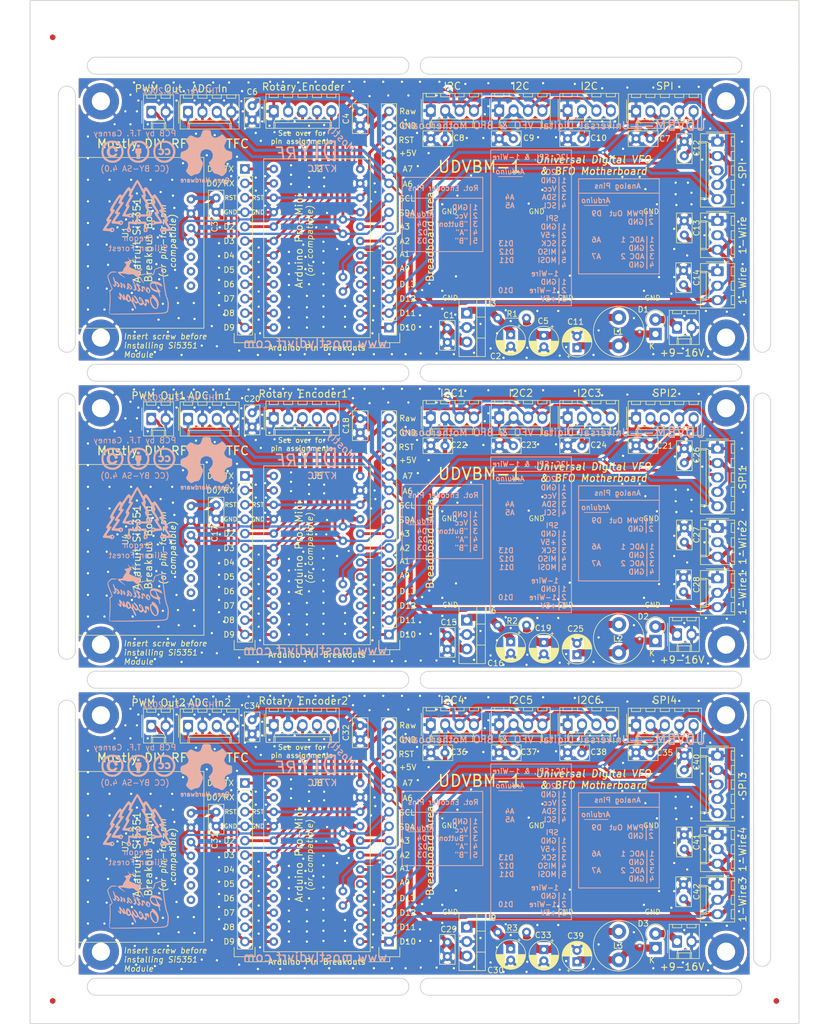
<source format=kicad_pcb>
(kicad_pcb (version 20211014) (generator pcbnew)
  (layers (0 "F.Cu" signal) (31 "B.Cu" signal) (34 "B.Paste" user) (35 "F.Paste" user) (36 "B.SilkS" user "B.Silkscreen") (37 "F.SilkS" user "F.Silkscreen") (38 "B.Mask" user) (39 "F.Mask" user) (44 "Edge.Cuts" user))
  (net 0 "")
  (net 1 "+5V")
  (net 2 "GND")
  (net 3 "Net-(C2-Pad1)")
  (net 4 "Net-(D1-Pad2)")
  (net 5 "/D1")
  (net 6 "/D0")
  (net 7 "/RST")
  (net 8 "/D2")
  (net 9 "/D3")
  (net 10 "/D4")
  (net 11 "/D5")
  (net 12 "/D6")
  (net 13 "/D7")
  (net 14 "/D8")
  (net 15 "/D9")
  (net 16 "/D14")
  (net 17 "/D15")
  (net 18 "/D16")
  (net 19 "/D17")
  (net 20 "/Raw")
  (net 21 "/SDA")
  (net 22 "/SCL")
  (net 23 "Net-(U1-Pad2)")
  (net 24 "Net-(U1-Pad1)")
  (net 25 "Net-(U1-Pad0)")
  (net 26 "Net-(C5-Pad1)")
  (net 27 "Net-(C11-Pad1)")
  (net 28 "/1wire")
  (net 29 "/MOSI")
  (net 30 "/MISO")
  (net 31 "/SCK")
  (net 32 "/ADC1")
  (net 33 "/ADC2")
  (footprint "Capacitor_THT:CP_Radial_D5.0mm_P2.00mm" (layer "F.Cu") (at 273.488 89.835 -90)
    (fp_text reference "C2")
    (fp_text value "10uF")
  )
  (footprint "Capacitor_THT:C_Disc_D5.0mm_W2.5mm_P2.50mm" (layer "F.Cu") (at 221.545 68.245 90)
    (fp_text reference "C3")
    (fp_text value "0.10")
  )
  (footprint "Capacitor_THT:C_Disc_D5.0mm_W2.5mm_P2.50mm" (layer "F.Cu") (at 246.945 53.005 90)
    (fp_text reference "C4")
    (fp_text value "0.10")
  )
  (footprint "Capacitor_THT:C_Disc_D5.0mm_W2.5mm_P2.50mm" (layer "F.Cu") (at 227.895 51.989 90)
    (fp_text reference "C6")
    (fp_text value "0.10")
  )
  (footprint "Capacitor_THT:C_Disc_D5.0mm_W2.5mm_P2.50mm" (layer "F.Cu") (at 295.586 55.291)
    (fp_text reference "C7")
    (fp_text value "0.10")
  )
  (footprint "Capacitor_THT:C_Disc_D5.0mm_W2.5mm_P2.50mm" (layer "F.Cu") (at 259.391 55.291)
    (fp_text reference "C8")
    (fp_text value "0.10")
  )
  (footprint "Capacitor_THT:C_Disc_D5.0mm_W2.5mm_P2.50mm" (layer "F.Cu") (at 271.456 55.291)
    (fp_text reference "C9")
    (fp_text value "0.10")
  )
  (footprint "Capacitor_THT:C_Disc_D5.0mm_W2.5mm_P2.50mm" (layer "F.Cu") (at 283.521 55.291)
    (fp_text reference "C10")
    (fp_text value "0.10")
  )
  (footprint "Diode_THT:D_DO-41_SOD81_P2.54mm_Vertical_KathodeUp" (layer "F.Cu") (at 299.015 89.708 90)
    (fp_text reference "D1")
    (fp_text value "1N4001")
  )
  (footprint "Connector_Molex:Molex_KK-254_AE-6410-02A_1x02_P2.54mm_Vertical" (layer "F.Cu") (at 302.825 88.565)
    (fp_text reference "J1" hide)
    (fp_text value "12VDC")
  )
  (footprint "Connector_PinHeader_2.54mm:PinHeader_1x16_P2.54mm_Vertical" (layer "F.Cu") (at 252.025 88.565 180)
    (fp_text reference "J3" hide)
    (fp_text value "Arduino Right Breakout")
  )
  (footprint "Connector_Molex:Molex_KK-254_AE-6410-05A_1x05_P2.54mm_Vertical" (layer "F.Cu") (at 231.705 50.465)
    (fp_text reference "Rotary Encoder")
    (fp_text value "Rotary Encoder")
  )
  (footprint "Connector_Molex:Molex_KK-254_AE-6410-04A_1x04_P2.54mm_Vertical" (layer "F.Cu") (at 259.391 50.338)
    (fp_text reference "I2C")
    (fp_text value "I2C Port 1")
  )
  (footprint "Connector_Molex:Molex_KK-254_AE-6410-04A_1x04_P2.54mm_Vertical" (layer "F.Cu") (at 283.521 50.338)
    (fp_text reference "I2C")
    (fp_text value "I2C Port 3")
  )
  (footprint "Connector_Molex:Molex_KK-254_AE-6410-04A_1x04_P2.54mm_Vertical" (layer "F.Cu") (at 271.456 50.338)
    (fp_text reference "I2C")
    (fp_text value "I2C Port 2")
  )
  (footprint "Capacitor_THT:C_Disc_D5.0mm_W2.5mm_P2.50mm" (layer "F.Cu") (at 262.312 88.692 -90)
    (fp_text reference "C1")
    (fp_text value "0.10")
  )
  (footprint "Connector_PinHeader_2.54mm:PinHeader_1x12_P2.54mm_Vertical" (layer "F.Cu") (at 226.625 60.625)
    (fp_text reference "J2" hide)
    (fp_text value "Arduino Left Breakout")
  )
  (footprint "bitx40:Si5351A_Adafruit" (layer "F.Cu") (at 208.845 73.579 90)
    (fp_text reference "U1")
    (fp_text value "Si5351A_Adafruit")
  )
  (footprint "Package_TO_SOT_THT:TO-220-3_Vertical" (layer "F.Cu") (at 265.741 86.025 -90)
    (fp_text reference "U3")
    (fp_text value "LM7805")
  )
  (footprint "bitx40:Arduino_Pro_Mini" (layer "F.Cu") (at 239.325 75.865)
    (fp_text reference "U2")
    (fp_text value "ArduinoPro_Mini")
  )
  (footprint "Graphics:silicon-forest_12mm" (layer "F.Cu") (at 207.575 68.499)
    (fp_text reference "G***" hide)
    (fp_text value "LOGO" hide)
  )
  (footprint "Capacitor_THT:CP_Radial_D5.0mm_P2.00mm" (layer "F.Cu") (at 279.33 89.962 -90)
    (fp_text reference "C5")
    (fp_text value "220uF")
  )
  (footprint "Capacitor_THT:C_Disc_D5.0mm_W2.5mm_P2.50mm" (layer "F.Cu") (at 304.095 55.799 -90)
    (fp_text reference "C12")
    (fp_text value "0.10")
  )
  (footprint "MountingHole:MountingHole_3.2mm_M3_Pad" (layer "F.Cu") (at 311.461 90.343)
    (fp_text reference "H1" hide)
    (fp_text value "Mounting_Hole_4-40")
  )
  (footprint "MountingHole:MountingHole_3.2mm_M3_Pad" (layer "F.Cu") (at 201.225 48.687)
    (fp_text reference "H2" hide)
    (fp_text value "Mounting_Hole_4-40")
  )
  (footprint "MountingHole:MountingHole_3.2mm_M3_Pad" (layer "F.Cu") (at 201.225 90.343)
    (fp_text reference "H3" hide)
    (fp_text value "Mounting_Hole_4-40")
  )
  (footprint "MountingHole:MountingHole_3.2mm_M3_Pad" (layer "F.Cu") (at 311.461 48.687)
    (fp_text reference "H4" hide)
    (fp_text value "Mounting_Hole_4-40")
  )
  (footprint "Connector_Molex:Molex_KK-254_AE-6410-03A_1x03_P2.54mm_Vertical" (layer "F.Cu") (at 309.937 69.769 -90)
    (fp_text reference "1-Wire")
    (fp_text value "One-Wire Port 1")
  )
  (footprint "Connector_Molex:Molex_KK-254_AE-6410-02A_1x02_P2.54mm_Vertical" (layer "F.Cu") (at 210.115 50.592)
    (fp_text reference "PWM Out")
    (fp_text value "PWM Out")
  )
  (footprint "Connector_Molex:Molex_KK-254_AE-6410-05A_1x05_P2.54mm_Vertical" (layer "F.Cu") (at 295.586 50.465)
    (fp_text reference "SPI")
    (fp_text value "SPI Port 1")
  )
  (footprint "Connector_Molex:Molex_KK-254_AE-6410-03A_1x03_P2.54mm_Vertical" (layer "F.Cu") (at 309.937 78.659 -90)
    (fp_text reference "1-Wire")
    (fp_text value "One-Wire Port 2")
  )
  (footprint "Connector_Molex:Molex_KK-254_AE-6410-05A_1x05_P2.54mm_Vertical" (layer "F.Cu") (at 309.937 55.799 -90)
    (fp_text reference "SPI")
    (fp_text value "SPI Port 2")
  )
  (footprint "Inductor_THT:L_Radial_D8.7mm_P5.00mm_Fastron_07HCP" (layer "F.Cu") (at 292.538 86.787 -90)
    (fp_text reference "L1")
    (fp_text value "1.0mH")
  )
  (footprint "Resistor_THT:R_Axial_DIN0207_L6.3mm_D2.5mm_P5.08mm_Vertical" (layer "F.Cu") (at 276.282 86.914 180)
    (fp_text reference "R1")
    (fp_text value "10")
  )
  (footprint "Capacitor_THT:CP_Radial_D5.0mm_P2.00mm" (layer "F.Cu") (at 285.172 92.121 90)
    (fp_text reference "C11")
    (fp_text value "220uF")
  )
  (footprint "Capacitor_THT:C_Disc_D5.0mm_W2.5mm_P2.50mm" (layer "F.Cu") (at 304.095 69.769 -90)
    (fp_text reference "C13")
    (fp_text value "0.10")
  )
  (footprint "Capacitor_THT:C_Disc_D5.0mm_W2.5mm_P2.50mm" (layer "F.Cu") (at 303.968 78.532 -90)
    (fp_text reference "C14")
    (fp_text value "0.10")
  )
  (footprint "Connector_Molex:Molex_KK-254_AE-6410-04A_1x04_P2.54mm_Vertical" (layer "F.Cu") (at 216.592 50.592)
    (fp_text reference "ADC In")
    (fp_text value "ADC Inputs")
  )
  (footprint "K7TFC:Isolation_Pad_0.15_Square" (layer "F.Cu") (at 262.693 65.578)
    (fp_text reference "REF**" hide)
    (fp_text value "Isolation_Pad_0.15_Square" hide)
  )
  (footprint "K7TFC:Isolation_Pad_0.15_Square" (layer "F.Cu") (at 267.773 65.578)
    (fp_text reference "REF**" hide)
    (fp_text value "Isolation_Pad_0.15_Square" hide)
  )
  (footprint "K7TFC:Isolation_Pad_0.15_Square" (layer "F.Cu") (at 272.853 65.578)
    (fp_text reference "REF**" hide)
    (fp_text value "Isolation_Pad_0.15_Square" hide)
  )
  (footprint "K7TFC:Isolation_Pad_0.15_Square" (layer "F.Cu") (at 293.173 65.578)
    (fp_text reference "REF**" hide)
    (fp_text value "Isolation_Pad_0.15_Square" hide)
  )
  (footprint "K7TFC:Isolation_Pad_0.15_Square" (layer "F.Cu") (at 298.253 65.578)
    (fp_text reference "REF**" hide)
    (fp_text value "Isolation_Pad_0.15_Square" hide)
  )
  (footprint "K7TFC:Isolation_Pad_0.15_Square" (layer "F.Cu") (at 262.693 70.658)
    (fp_text reference "REF**" hide)
    (fp_text value "Isolation_Pad_0.15_Square" hide)
  )
  (footprint "K7TFC:Isolation_Pad_0.15_Square" (layer "F.Cu") (at 267.773 70.658)
    (fp_text reference "REF**" hide)
    (fp_text value "Isolation_Pad_0.15_Square" hide)
  )
  (footprint "K7TFC:Isolation_Pad_0.15_Square" (layer "F.Cu") (at 272.853 70.658)
    (fp_text reference "REF**" hide)
    (fp_text value "Isolation_Pad_0.15_Square" hide)
  )
  (footprint "K7TFC:Isolation_Pad_0.15_Square" (layer "F.Cu") (at 293.173 70.658)
    (fp_text reference "REF**" hide)
    (fp_text value "Isolation_Pad_0.15_Square" hide)
  )
  (footprint "K7TFC:Isolation_Pad_0.15_Square" (layer "F.Cu") (at 298.253 70.658)
    (fp_text reference "REF**" hide)
    (fp_text value "Isolation_Pad_0.15_Square" hide)
  )
  (footprint "K7TFC:Isolation_Pad_0.15_Square" (layer "F.Cu") (at 262.693 75.738)
    (fp_text reference "REF**" hide)
    (fp_text value "Isolation_Pad_0.15_Square" hide)
  )
  (footprint "K7TFC:Isolation_Pad_0.15_Square" (layer "F.Cu") (at 267.773 75.738)
    (fp_text reference "REF**" hide)
    (fp_text value "Isolation_Pad_0.15_Square" hide)
  )
  (footprint "K7TFC:Isolation_Pad_0.15_Square" (layer "F.Cu") (at 272.853 75.738)
    (fp_text reference "REF**" hide)
    (fp_text value "Isolation_Pad_0.15_Square" hide)
  )
  (footprint "K7TFC:Isolation_Pad_0.15_Square" (layer "F.Cu") (at 277.933 75.738)
    (fp_text reference "REF**" hide)
    (fp_text value "Isolation_Pad_0.15_Square" hide)
  )
  (footprint "K7TFC:Isolation_Pad_0.15_Square" (layer "F.Cu") (at 283.013 75.738)
    (fp_text reference "REF**" hide)
    (fp_text value "Isolation_Pad_0.15_Square" hide)
  )
  (footprint "K7TFC:Isolation_Pad_0.15_Square" (layer "F.Cu") (at 288.093 75.738)
    (fp_text reference "REF**" hide)
    (fp_text value "Isolation_Pad_0.15_Square" hide)
  )
  (footprint "K7TFC:Isolation_Pad_0.15_Square" (layer "F.Cu") (at 293.173 75.738)
    (fp_text reference "REF**" hide)
    (fp_text value "Isolation_Pad_0.15_Square" hide)
  )
  (footprint "K7TFC:Isolation_Pad_0.15_Square" (layer "F.Cu") (at 298.253 75.738)
    (fp_text reference "REF**" hide)
    (fp_text value "Isolation_Pad_0.15_Square" hide)
  )
  (footprint "K7TFC:Isolation_Pad_0.15_Square" (layer "F.Cu") (at 262.693 80.818)
    (fp_text reference "REF**" hide)
    (fp_text value "Isolation_Pad_0.15_Square" hide)
  )
  (footprint "K7TFC:Isolation_Pad_0.15_Square" (layer "F.Cu") (at 267.773 80.818)
    (fp_text reference "REF**" hide)
    (fp_text value "Isolation_Pad_0.15_Square" hide)
  )
  (footprint "K7TFC:Isolation_Pad_0.15_Square" (layer "F.Cu") (at 272.853 80.818)
    (fp_text reference "REF**" hide)
    (fp_text value "Isolation_Pad_0.15_Square" hide)
  )
  (footprint "K7TFC:Isolation_Pad_0.15_Square" (layer "F.Cu") (at 277.933 80.818)
    (fp_text reference "REF**" hide)
    (fp_text value "Isolation_Pad_0.15_Square" hide)
  )
  (footprint "K7TFC:Isolation_Pad_0.15_Square" (layer "F.Cu") (at 283.013 80.818)
    (fp_text reference "REF**" hide)
    (fp_text value "Isolation_Pad_0.15_Square" hide)
  )
  (footprint "K7TFC:Isolation_Pad_0.15_Square" (layer "F.Cu") (at 288.093 80.818)
    (fp_text reference "REF**" hide)
    (fp_text value "Isolation_Pad_0.15_Square" hide)
  )
  (footprint "K7TFC:Isolation_Pad_0.15_Square" (layer "F.Cu") (at 293.173 80.818)
    (fp_text reference "REF**" hide)
    (fp_text value "Isolation_Pad_0.15_Square" hide)
  )
  (footprint "K7TFC:Isolation_Pad_0.15_Square" (layer "F.Cu") (at 298.253 80.818)
    (fp_text reference "REF**" hide)
    (fp_text value "Isolation_Pad_0.15_Square" hide)
  )
  (footprint "K7TFC:Isolation_Pad_0.15_Square" (layer "F.Cu") (at 277.933 65.578)
    (fp_text reference "REF**" hide)
    (fp_text value "Isolation_Pad_0.15_Square" hide)
  )
  (footprint "K7TFC:Isolation_Pad_0.15_Square" (layer "F.Cu") (at 288.093 70.658)
    (fp_text reference "REF**" hide)
    (fp_text value "Isolation_Pad_0.15_Square" hide)
  )
  (footprint "K7TFC:Isolation_Pad_0.15_Square" (layer "F.Cu") (at 288.093 65.578)
    (fp_text reference "REF**" hide)
    (fp_text value "Isolation_Pad_0.15_Square" hide)
  )
  (footprint "K7TFC:Isolation_Pad_0.15_Square" (layer "F.Cu") (at 283.013 70.658)
    (fp_text reference "REF**" hide)
    (fp_text value "Isolation_Pad_0.15_Square" hide)
  )
  (footprint "K7TFC:Isolation_Pad_0.15_Square" (layer "F.Cu") (at 277.933 70.658)
    (fp_text reference "REF**" hide)
    (fp_text value "Isolation_Pad_0.15_Square" hide)
  )
  (footprint "K7TFC:Isolation_Pad_0.15_Square" (layer "F.Cu") (at 283.013 65.578)
    (fp_text reference "REF**" hide)
    (fp_text value "Isolation_Pad_0.15_Square" hide)
  )
  (footprint "Graphics:open-hardware_9.5mm" (layer "F.Cu") (at 219.64 58.085)
    (fp_text reference "G***" hide)
    (fp_text value "LOGO" hide)
  )
  (footprint "K7TFC:Isolation_Pad_0.15_Square" (layer "F.Cu") (at 283.013 178.858)
    (fp_text reference "REF**53" hide)
    (fp_text value "Isolation_Pad_0.15_Square" hide)
  )
  (footprint "Inductor_THT:L_Radial_D8.7mm_P5.00mm_Fastron_07HCP" (layer "F.Cu") (at 292.538 140.887 -90)
    (fp_text reference "L2")
    (fp_text value "1.0mH")
  )
  (footprint "K7TFC:Isolation_Pad_0.15_Square" (layer "F.Cu") (at 267.773 178.858)
    (fp_text reference "REF**50" hide)
    (fp_text value "Isolation_Pad_0.15_Square" hide)
  )
  (footprint "Diode_THT:D_DO-41_SOD81_P2.54mm_Vertical_KathodeUp" (layer "F.Cu") (at 299.015 143.808 90)
    (fp_text reference "D2")
    (fp_text value "1N4001")
  )
  (footprint "K7TFC:Isolation_Pad_0.15_Square" (layer "F.Cu") (at 283.013 134.918)
    (fp_text reference "REF**5" hide)
    (fp_text value "Isolation_Pad_0.15_Square" hide)
  )
  (footprint "bitx40:Si5351A_Adafruit" (layer "F.Cu") (at 208.845 127.679 90)
    (fp_text reference "U4")
    (fp_text value "Si5351A_Adafruit")
  )
  (footprint "Capacitor_THT:C_Disc_D5.0mm_W2.5mm_P2.50mm" (layer "F.Cu") (at 283.521 163.491)
    (fp_text reference "C38")
    (fp_text value "0.10")
  )
  (footprint "K7TFC:Isolation_Pad_0.15_Square" (layer "F.Cu") (at 298.253 119.678)
    (fp_text reference "REF**32" hide)
    (fp_text value "Isolation_Pad_0.15_Square" hide)
  )
  (footprint "K7TFC:Isolation_Pad_0.15_Square" (layer "F.Cu") (at 277.933 183.938)
    (fp_text reference "REF**44" hide)
    (fp_text value "Isolation_Pad_0.15_Square" hide)
  )
  (footprint "Panelization:4MM_Stencil_Hole" (layer "F.Cu") (at 314.325 35.925)
    (fp_text reference "")
    (fp_text value "4MM_Stencil_Hole")
  )
  (footprint "K7TFC:Isolation_Pad_0.15_Square" (layer "F.Cu") (at 267.773 129.838)
    (fp_text reference "REF**10" hide)
    (fp_text value "Isolation_Pad_0.15_Square" hide)
  )
  (footprint "Panelization:0.5mm-NPTH-Drill" (layer "F.Cu") (at 322.825 203.425)
    (fp_text reference "")
    (fp_text value "")
  )
  (footprint "Panelization:0.5mm-NPTH-Drill" (layer "F.Cu") (at 193.225 43.725)
    (fp_text reference "")
    (fp_text value "")
  )
  (footprint "K7TFC:Isolation_Pad_0.15_Square" (layer "F.Cu") (at 267.773 189.018)
    (fp_text reference "REF**34" hide)
    (fp_text value "Isolation_Pad_0.15_Square" hide)
  )
  (footprint "K7TFC:Isolation_Pad_0.15_Square" (layer "F.Cu") (at 262.693 189.018)
    (fp_text reference "REF**33" hide)
    (fp_text value "Isolation_Pad_0.15_Square" hide)
  )
  (footprint "Panelization:4MM_Stencil_Hole" (layer "F.Cu") (at 198.725 35.925)
    (fp_text reference "")
    (fp_text value "4MM_Stencil_Hole")
  )
  (footprint "Connector_Molex:Molex_KK-254_AE-6410-04A_1x04_P2.54mm_Vertical" (layer "F.Cu") (at 216.592 158.792)
    (fp_text reference "ADC In2")
    (fp_text value "ADC Inputs")
  )
  (footprint "MountingHole:MountingHole_3.2mm_M3_Pad" (layer "F.Cu") (at 311.461 156.887)
    (fp_text reference "H12" hide)
    (fp_text value "Mounting_Hole_4-40")
  )
  (footprint "K7TFC:Isolation_Pad_0.15_Square" (layer "F.Cu") (at 298.253 189.018)
    (fp_text reference "REF**40" hide)
    (fp_text value "Isolation_Pad_0.15_Square" hide)
  )
  (footprint "Panelization:mouse-bite-3mm-slot-corner" (layer "F.Cu") (at 317.825 42.425 180)
    (fp_text reference "")
    (fp_text value "")
  )
  (footprint "K7TFC:Isolation_Pad_0.15_Square" (layer "F.Cu") (at 277.933 119.678)
    (fp_text reference "REF**28" hide)
    (fp_text value "Isolation_Pad_0.15_Square" hide)
  )
  (footprint "K7TFC:Isolation_Pad_0.15_Square" (layer "F.Cu") (at 272.853 124.758)
    (fp_text reference "REF**19" hide)
    (fp_text value "Isolation_Pad_0.15_Square" hide)
  )
  (footprint "Panelization:0.5mm-NPTH-Drill" (layer "F.Cu") (at 322.075 203.425)
    (fp_text reference "")
    (fp_text value "")
  )
  (footprint "Capacitor_THT:CP_Radial_D5.0mm_P2.00mm" (layer "F.Cu") (at 273.488 143.935 -90)
    (fp_text reference "C16")
    (fp_text value "10uF")
  )
  (footprint "Connector_Molex:Molex_KK-254_AE-6410-03A_1x03_P2.54mm_Vertical" (layer "F.Cu") (at 309.937 123.869 -90)
    (fp_text reference "1-Wire2")
    (fp_text value "One-Wire Port 1")
  )
  (footprint "K7TFC:Isolation_Pad_0.15_Square" (layer "F.Cu") (at 293.173 134.918)
    (fp_text reference "REF**7" hide)
    (fp_text value "Isolation_Pad_0.15_Square" hide)
  )
  (footprint "K7TFC:Isolation_Pad_0.15_Square" (layer "F.Cu") (at 272.853 173.778)
    (fp_text reference "REF**59" hide)
    (fp_text value "Isolation_Pad_0.15_Square" hide)
  )
  (footprint "K7TFC:Isolation_Pad_0.15_Square" (layer "F.Cu") (at 293.173 129.838)
    (fp_text reference "REF**15" hide)
    (fp_text value "Isolation_Pad_0.15_Square" hide)
  )
  (footprint "Fiducial:Fiducial_1mm_Mask2mm" (layer "F.Cu") (at 192.725 37.425)
    (fp_text reference "")
    (fp_text value "Fiducial_1mm_Mask2mm")
  )
  (footprint "bitx40:Arduino_Pro_Mini" (layer "F.Cu") (at 239.325 129.965)
    (fp_text reference "U5")
    (fp_text value "ArduinoPro_Mini")
  )
  (footprint "Connector_Molex:Molex_KK-254_AE-6410-03A_1x03_P2.54mm_Vertical" (layer "F.Cu") (at 309.937 132.759 -90)
    (fp_text reference "1-Wire1")
    (fp_text value "One-Wire Port 2")
  )
  (footprint "K7TFC:Isolation_Pad_0.15_Square" (layer "F.Cu") (at 288.093 129.838)
    (fp_text reference "REF**14" hide)
    (fp_text value "Isolation_Pad_0.15_Square" hide)
  )
  (footprint "K7TFC:Isolation_Pad_0.15_Square" (layer "F.Cu") (at 293.173 119.678)
    (fp_text reference "REF**31" hide)
    (fp_text value "Isolation_Pad_0.15_Square" hide)
  )
  (footprint "K7TFC:Isolation_Pad_0.15_Square" (layer "F.Cu") (at 267.773 119.678)
    (fp_text reference "REF**26" hide)
    (fp_text value "Isolation_Pad_0.15_Square" hide)
  )
  (footprint "Graphics:open-hardware_9.5mm" (layer "F.Cu") (at 219.64 112.185)
    (fp_text reference "G***3" hide)
    (fp_text value "LOGO" hide)
  )
  (footprint "K7TFC:Isolation_Pad_0.15_Square" (layer "F.Cu") (at 298.253 124.758)
    (fp_text reference "REF**24" hide)
    (fp_text value "Isolation_Pad_0.15_Square" hide)
  )
  (footprint "Connector_PinHeader_2.54mm:PinHeader_1x12_P2.54mm_Vertical" (layer "F.Cu") (at 226.625 114.725)
    (fp_text reference "J5" hide)
    (fp_text value "Arduino Left Breakout")
  )
  (footprint "K7TFC:Isolation_Pad_0.15_Square" (layer "F.Cu") (at 277.933 129.838)
    (fp_text reference "REF**12" hide)
    (fp_text value "Isolation_Pad_0.15_Square" hide)
  )
  (footprint "Connector_Molex:Molex_KK-254_AE-6410-04A_1x04_P2.54mm_Vertical" (layer "F.Cu") (at 259.391 104.438)
    (fp_text reference "I2C1")
    (fp_text value "I2C Port 1")
  )
  (footprint "Capacitor_THT:C_Disc_D5.0mm_W2.5mm_P2.50mm" (layer "F.Cu") (at 303.968 132.632 -90)
    (fp_text reference "C28")
    (fp_text value "0.10")
  )
  (footprint "K7TFC:Isolation_Pad_0.15_Square" (layer "F.Cu") (at 262.693 134.918)
    (fp_text reference "REF**1" hide)
    (fp_text value "Isolation_Pad_0.15_Square" hide)
  )
  (footprint "K7TFC:Isolation_Pad_0.15_Square" (layer "F.Cu") (at 272.853 119.678)
    (fp_text reference "REF**27" hide)
    (fp_text value "Isolation_Pad_0.15_Square" hide)
  )
  (footprint "Capacitor_THT:C_Disc_D5.0mm_W2.5mm_P2.50mm" (layer "F.Cu") (at 259.391 109.391)
    (fp_text reference "C22")
    (fp_text value "0.10")
  )
  (footprint "Panelization:mouse-bite-3mm-slot-3way" (layer "F.Cu") (at 317.825 96.525 180)
    (fp_text reference "")
    (fp_text value "")
  )
  (footprint "Panelization:0.5mm-NPTH-Drill" (layer "F.Cu") (at 191.725 203.425)
    (fp_text reference "")
    (fp_text value "")
  )
  (footprint "Connector_Molex:Molex_KK-254_AE-6410-05A_1x05_P2.54mm_Vertical" (layer "F.Cu") (at 295.586 158.665)
    (fp_text reference "SPI4")
    (fp_text value "SPI Port 1")
  )
  (footprint "Diode_THT:D_DO-41_SOD81_P2.54mm_Vertical_KathodeUp" (layer "F.Cu") (at 299.015 197.908 90)
    (fp_text reference "D3")
    (fp_text value "1N4001")
  )
  (footprint "MountingHole:MountingHole_3.2mm_M3_Pad" (layer "F.Cu") (at 311.461 102.787)
    (fp_text reference "H8" hide)
    (fp_text value "Mounting_Hole_4-40")
  )
  (footprint "MountingHole:MountingHole_3.2mm_M3_Pad" (layer "F.Cu") (at 201.225 156.887)
    (fp_text reference "H10" hide)
    (fp_text value "Mounting_Hole_4-40")
  )
  (footprint "K7TFC:Isolation_Pad_0.15_Square" (layer "F.Cu") (at 267.773 124.758)
    (fp_text reference "REF**18" hide)
    (fp_text value "Isolation_Pad_0.15_Square" hide)
  )
  (footprint "K7TFC:Isolation_Pad_0.15_Square" (layer "F.Cu") (at 283.013 129.838)
    (fp_text reference "REF**13" hide)
    (fp_text value "Isolation_Pad_0.15_Square" hide)
  )
  (footprint "Package_TO_SOT_THT:TO-220-3_Vertical" (layer "F.Cu") (at 265.741 140.125 -90)
    (fp_text reference "U6")
    (fp_text value "LM7805")
  )
  (footprint "K7TFC:Isolation_Pad_0.15_Square" (layer "F.Cu") (at 298.253 129.838)
    (fp_text reference "REF**16" hide)
    (fp_text value "Isolation_Pad_0.15_Square" hide)
  )
  (footprint "Graphics:silicon-forest_12mm" (layer "F.Cu") (at 207.575 176.699)
    (fp_text reference "G***8" hide)
    (fp_text value "LOGO" hide)
  )
  (footprint "Capacitor_THT:C_Disc_D5.0mm_W2.5mm_P2.50mm" (layer "F.Cu") (at 262.312 196.892 -90)
    (fp_text reference "C29")
    (fp_text value "0.10")
  )
  (footprint "Capacitor_THT:C_Disc_D5.0mm_W2.5mm_P2.50mm" (layer "F.Cu") (at 246.945 161.205 90)
    (fp_text reference "C32")
    (fp_text value "0.10")
  )
  (footprint "K7TFC:Isolation_Pad_0.15_Square" (layer "F.Cu") (at 277.933 134.918)
    (fp_text reference "REF**4" hide)
    (fp_text value "Isolation_Pad_0.15_Square" hide)
  )
  (footprint "K7TFC:Isolation_Pad_0.15_Square" (layer "F.Cu") (at 267.773 173.778)
    (fp_text reference "REF**58" hide)
    (fp_text value "Isolation_Pad_0.15_Square" hide)
  )
  (footprint "Panelization:0.5mm-NPTH-Drill" (layer "F.Cu") (at 193.225 203.425)
    (fp_text reference "")
    (fp_text value "")
  )
  (footprint "Resistor_THT:R_Axial_DIN0207_L6.3mm_D2.5mm_P5.08mm_Vertical" (layer "F.Cu") (at 276.282 141.014 180)
    (fp_text reference "R2")
    (fp_text value "10")
  )
  (footprint "Connector_Molex:Molex_KK-254_AE-6410-03A_1x03_P2.54mm_Vertical" (layer "F.Cu") (at 309.937 186.859 -90)
    (fp_text reference "1-Wire3")
    (fp_text value "One-Wire Port 2")
  )
  (footprint "Panelization:0.5mm-NPTH-Drill" (layer "F.Cu") (at 320.575 203.425)
    (fp_text reference "")
    (fp_text value "")
  )
  (footprint "Panelization:mouse-bite-3mm-slot-corner" (layer "F.Cu") (at 195.225 204.725)
    (fp_text reference "")
    (fp_text value "")
  )
  (footprint "Connector_Molex:Molex_KK-254_AE-6410-02A_1x02_P2.54mm_Vertical" (layer "F.Cu") (at 210.115 104.692)
    (fp_text reference "PWM Out1")
    (fp_text value "PWM Out")
  )
  (footprint "Connector_Molex:Molex_KK-254_AE-6410-05A_1x05_P2.54mm_Vertical" (layer "F.Cu") (at 309.937 163.999 -90)
    (fp_text reference "SPI3")
    (fp_text value "SPI Port 2")
  )
  (footprint "Capacitor_THT:CP_Radial_D5.0mm_P2.00mm" (layer "F.Cu") (at 273.488 198.035 -90)
    (fp_text reference "C30")
    (fp_text value "10uF")
  )
  (footprint "Panelization:mouse-bite-3mm-slot-3way" (layer "F.Cu") (at 195.225 96.525)
    (fp_text reference "")
    (fp_text value "")
  )
  (footprint "K7TFC:Isolation_Pad_0.15_Square" (layer "F.Cu") (at 288.093 119.678)
    (fp_text reference "REF**30" hide)
    (fp_text value "Isolation_Pad_0.15_Square" hide)
  )
  (footprint "Graphics:open-hardware_9.5mm" (layer "F.Cu") (at 219.64 166.285)
    (fp_text reference "G***9" hide)
    (fp_text value "LOGO" hide)
  )
  (footprint "Panelization:0.5mm-NPTH-Drill" (layer "F.Cu") (at 320.575 43.725)
    (fp_text reference "")
    (fp_text value "")
  )
  (footprint "Panelization:0.5mm-NPTH-Drill" (layer "F.Cu") (at 323.575 43.725)
    (fp_text reference "")
    (fp_text value "")
  )
  (footprint "Panelization:0.5mm-NPTH-Drill" (layer "F.Cu") (at 192.475 43.725)
    (fp_text reference "")
    (fp_text value "")
  )
  (footprint "K7TFC:Isolation_Pad_0.15_Square" (layer "F.Cu") (at 277.933 189.018)
    (fp_text reference "REF**36" hide)
    (fp_text value "Isolation_Pad_0.15_Square" hide)
  )
  (footprint "K7TFC:Isolation_Pad_0.15_Square" (layer "F.Cu") (at 267.773 134.918)
    (fp_text reference "REF**2" hide)
    (fp_text value "Isolation_Pad_0.15_Square" hide)
  )
  (footprint "Connector_Molex:Molex_KK-254_AE-6410-04A_1x04_P2.54mm_Vertical" (layer "F.Cu") (at 283.521 104.438)
    (fp_text reference "I2C3")
    (fp_text value "I2C Port 3")
  )
  (footprint "Connector_Molex:Molex_KK-254_AE-6410-05A_1x05_P2.54mm_Vertical" (layer "F.Cu") (at 295.586 104.565)
    (fp_text reference "SPI2")
    (fp_text value "SPI Port 1")
  )
  (footprint "Connector_Molex:Molex_KK-254_AE-6410-02A_1x02_P2.54mm_Vertical" (layer "F.Cu") (at 210.115 158.792)
    (fp_text reference "PWM Out2")
    (fp_text value "PWM Out")
  )
  (footprint "Capacitor_THT:C_Disc_D5.0mm_W2.5mm_P2.50mm" (layer "F.Cu") (at 283.521 109.391)
    (fp_text reference "C24")
    (fp_text value "0.10")
  )
  (footprint "K7TFC:Isolation_Pad_0.15_Square" (layer "F.Cu") (at 293.173 178.858)
    (fp_text reference "REF**55" hide)
    (fp_text value "Isolation_Pad_0.15_Square" hide)
  )
  (footprint "Panelization:0.5mm-NPTH-Drill" (layer "F.Cu") (at 322.075 43.725)
    (fp_text reference "")
    (fp_text value "")
  )
  (footprint "Package_TO_SOT_THT:TO-220-3_Vertical" (layer "F.Cu") (at 265.741 194.225 -90)
    (fp_text reference "U9")
    (fp_text value "LM7805")
  )
  (footprint "Capacitor_THT:C_Disc_D5.0mm_W2.5mm_P2.50mm" (layer "F.Cu") (at 304.095 109.899 -90)
    (fp_text reference "C26")
    (fp_text value "0.10")
  )
  (footprint "MountingHole:MountingHole_3.2mm_M3_Pad" (layer "F.Cu") (at 311.461 198.543)
    (fp_text reference "H9" hide)
    (fp_text value "Mounting_Hole_4-40")
  )
  (footprint "Connector_Molex:Molex_KK-254_AE-6410-05A_1x05_P2.54mm_Vertical" (layer "F.Cu") (at 309.937 109.899 -90)
    (fp_text reference "SPI1")
    (fp_text value "SPI Port 2")
  )
  (footprint "Panelization:0.5mm-NPTH-Drill" (layer "F.Cu") (at 190.225 203.425)
    (fp_text reference "")
    (fp_text value "")
  )
  (footprint "Connector_PinHeader_2.54mm:PinHeader_1x12_P2.54mm_Vertical" (layer "F.Cu") (at 226.625 168.825)
    (fp_text reference "J8" hide)
    (fp_text value "Arduino Left Breakout")
  )
  (footprint "K7TFC:Isolation_Pad_0.15_Square" (layer "F.Cu") (at 277.933 124.758)
    (fp_text reference "REF**20" hide)
    (fp_text value "Isolation_Pad_0.15_Square" hide)
  )
  (footprint "K7TFC:Isolation_Pad_0.15_Square" (layer "F.Cu") (at 288.093 124.758)
    (fp_text reference "REF**22" hide)
    (fp_text value "Isolation_Pad_0.15_Square" hide)
  )
  (footprint "Panelization:0.5mm-NPTH-Drill" (layer "F.Cu") (at 190.975 203.425)
    (fp_text reference "")
    (fp_text value "")
  )
  (footprint "K7TFC:Isolation_Pad_0.15_Square" (layer "F.Cu") (at 262.693 178.858)
    (fp_text reference "REF**49" hide)
    (fp_text value "Isolation_Pad_0.15_Square" hide)
  )
  (footprint "Panelization:0.5mm-NPTH-Drill" (layer "F.Cu") (at 323.575 203.425)
    (fp_text reference "")
    (fp_text value "")
  )
  (footprint "K7TFC:Isolation_Pad_0.15_Square" (layer "F.Cu") (at 288.093 189.018)
    (fp_text reference "REF**38" hide)
    (fp_text value "Isolation_Pad_0.15_Square" hide)
  )
  (footprint "K7TFC:Isolation_Pad_0.15_Square" (layer "F.Cu") (at 298.253 183.938)
    (fp_text reference "REF**48" hide)
    (fp_text value "Isolation_Pad_0.15_Square" hide)
  )
  (footprint "Panelization:mouse-bite-3mm-slot-3way" (layer "F.Cu") (at 195.225 150.625)
    (fp_text reference "")
    (fp_text value "")
  )
  (footprint "Panelization:0.5mm-NPTH-Drill" (layer "F.Cu") (at 322.825 43.725)
    (fp_text reference "")
    (fp_text value "")
  )
  (footprint "Connector_Molex:Molex_KK-254_AE-6410-04A_1x04_P2.54mm_Vertical" (layer "F.Cu") (at 271.456 158.538)
    (fp_text reference "I2C5")
    (fp_text value "I2C Port 2")
  )
  (footprint "Panelization:mouse-bite-3mm-slot-3way" (layer "F.Cu") (at 317.825 150.625 180)
    (fp_text reference "")
    (fp_text value "")
  )
  (footprint "Resistor_THT:R_Axial_DIN0207_L6.3mm_D2.5mm_P5.08mm_Vertical" (layer "F.Cu") (at 276.282 195.114 180)
    (fp_text reference "R3")
    (fp_text value "10")
  )
  (footprint "Panelization:0.5mm-NPTH-Drill" (layer "F.Cu") (at 192.475 203.425)
    (fp_text reference "")
    (fp_text value "")
  )
  (footprint "K7TFC:Isolation_Pad_0.15_Square" (layer "F.Cu") (at 272.853 134.918)
    (fp_text reference "REF**3" hide)
    (fp_text value "Isolation_Pad_0.15_Square" hide)
  )
  (footprint "Capacitor_THT:C_Disc_D5.0mm_W2.5mm_P2.50mm" (layer "F.Cu") (at 304.095 177.969 -90)
    (fp_text reference "C41")
    (fp_text value "0.10")
  )
  (footprint "Fiducial:Fiducial_1mm_Mask2mm" (layer "F.Cu") (at 320.325 207.225)
    (fp_text reference "")
    (fp_text value "Fiducial_1mm_Mask2mm")
  )
  (footprint "bitx40:Si5351A_Adafruit" (layer "F.Cu") (at 208.845 181.779 90)
    (fp_text reference "U7")
    (fp_text value "Si5351A_Adafruit")
  )
  (footprint "Graphics:silicon-forest_12mm" (layer "F.Cu") (at 207.575 122.599)
    (fp_text reference "G***2" hide)
    (fp_text value "LOGO" hide)
  )
  (footprint "Capacitor_THT:C_Disc_D5.0mm_W2.5mm_P2.50mm" (layer "F.Cu") (at 227.895 106.089 90)
    (fp_text reference "C20")
    (fp_text value "0.10")
  )
  (footprint "Panelization:0.5mm-NPTH-Drill" (layer "F.Cu") (at 191.725 43.725)
    (fp_text reference "")
    (fp_text value "")
  )
  (footprint "K7TFC:Isolation_Pad_0.15_Square" (layer "F.Cu") (at 283.013 119.678)
    (fp_text reference "REF**29" hide)
    (fp_text value "Isolation_Pad_0.15_Square" hide)
  )
  (footprint "Panelization:0.5mm-NPTH-Drill" (layer "F.Cu") (at 190.225 43.725)
    (fp_text reference "")
    (fp_text value "")
  )
  (footprint "K7TFC:Isolation_Pad_0.15_Square" (layer "F.Cu") (at 293.173 124.758)
    (fp_text reference "REF**23" hide)
    (fp_text value "Isolation_Pad_0.15_Square" hide)
  )
  (footprint "K7TFC:Isolation_Pad_0.15_Square" (layer "F.Cu") (at 283.013 183.938)
    (fp_text reference "REF**45" hide)
    (fp_text value "Isolation_Pad_0.15_Square" hide)
  )
  (footprint "Connector_Molex:Molex_KK-254_AE-6410-02A_1x02_P2.54mm_Vertical" (layer "F.Cu") (at 302.825 142.665)
    (fp_text reference "J4" hide)
    (fp_text value "12VDC")
  )
  (footprint "K7TFC:Isolation_Pad_0.15_Square" (layer "F.Cu") (at 283.013 124.758)
    (fp_text reference "REF**21" hide)
    (fp_text value "Isolation_Pad_0.15_Square" hide)
  )
  (footprint "K7TFC:Isolation_Pad_0.15_Square" (layer "F.Cu") (at 267.773 183.938)
    (fp_text reference "REF**42" hide)
    (fp_text value "Isolation_Pad_0.15_Square" hide)
  )
  (footprint "Panelization:0.5mm-NPTH-Drill" (layer "F.Cu") (at 319.825 203.425)
    (fp_text reference "")
    (fp_text value "")
  )
  (footprint "Panelization:mouse-bite-3mm-slot" (layer "F.Cu") (at 256.525 204.725)
    (fp_text reference "")
    (fp_text value "")
  )
  (footprint "Panelization:0.5mm-NPTH-Drill" (layer "F.Cu") (at 189.475 203.425)
    (fp_text reference "")
    (fp_text value "")
  )
  (footprint "K7TFC:Isolation_Pad_0.15_Square" (layer "F.Cu") (at 293.173 189.018)
    (fp_text reference "REF**39" hide)
    (fp_text value "Isolation_Pad_0.15_Square" hide)
  )
  (footprint "K7TFC:Isolation_Pad_0.15_Square" (layer "F.Cu") (at 298.253 134.918)
    (fp_text reference "REF**8" hide)
    (fp_text value "Isolation_Pad_0.15_Square" hide)
  )
  (footprint "Capacitor_THT:C_Disc_D5.0mm_W2.5mm_P2.50mm" (layer "F.Cu") (at 221.545 176.445 90)
    (fp_text reference "C31")
    (fp_text value "0.10")
  )
  (footprint "K7TFC:Isolation_Pad_0.15_Square" (layer "F.Cu") (at 288.093 178.858)
    (fp_text reference "REF**54" hide)
    (fp_text value "Isolation_Pad_0.15_Square" hide)
  )
  (footprint "MountingHole:MountingHole_3.2mm_M3_Pad" (layer "F.Cu") (at 201.225 102.787)
    (fp_text reference "H6" hide)
    (fp_text value "Mounting_Hole_4-40")
  )
  (footprint "K7TFC:Isolation_Pad_0.15_Square" (layer "F.Cu") (at 262.693 173.778)
    (fp_text reference "REF**57" hide)
    (fp_text value "Isolation_Pad_0.15_Square" hide)
  )
  (footprint "Capacitor_THT:C_Disc_D5.0mm_W2.5mm_P2.50mm" (layer "F.Cu") (at 303.968 186.732 -90)
    (fp_text reference "C42")
    (fp_text value "0.10")
  )
  (footprint "Capacitor_THT:C_Disc_D5.0mm_W2.5mm_P2.50mm" (layer "F.Cu") (at 271.456 163.491)
    (fp_text reference "C37")
    (fp_text value "0.10")
  )
  (footprint "K7TFC:Isolation_Pad_0.15_Square" (layer "F.Cu") (at 293.173 183.938)
    (fp_text reference "REF**47" hide)
    (fp_text value "Isolation_Pad_0.15_Square" hide)
  )
  (footprint "Connector_Molex:Molex_KK-254_AE-6410-05A_1x05_P2.54mm_Vertical" (layer "F.Cu") (at 231.705 158.665)
    (fp_text reference "Rotary Encoder2")
    (fp_text value "Rotary Encoder")
  )
  (footprint "K7TFC:Isolation_Pad_0.15_Square" (layer "F.Cu") (at 262.693 124.758)
    (fp_text reference "REF**17" hide)
    (fp_text value "Isolation_Pad_0.15_Square" hide)
  )
  (footprint "K7TFC:Isolation_Pad_0.15_Square" (layer "F.Cu") (at 277.933 173.778)
    (fp_text reference "REF**60" hide)
    (fp_text value "Isolation_Pad_0.15_Square" hide)
  )
  (footprint "Connector_PinHeader_2.54mm:PinHeader_1x16_P2.54mm_Vertical" (layer "F.Cu") (at 252.025 142.665 180)
    (fp_text reference "J6" hide)
    (fp_text value "Arduino Right Breakout")
  )
  (footprint "Panelization:0.5mm-NPTH-Drill" (layer "F.Cu") (at 189.475 43.725)
    (fp_text reference "")
    (fp_text value "")
  )
  (footprint "Fiducial:Fiducial_1mm_Mask2mm" (layer "F.Cu") (at 192.725 207.225)
    (fp_text reference "")
    (fp_text value "Fiducial_1mm_Mask2mm")
  )
  (footprint "MountingHole:MountingHole_3.2mm_M3_Pad" (layer "F.Cu") (at 201.225 144.443)
    (fp_text reference "H7" hide)
    (fp_text value "Mounting_Hole_4-40")
  )
  (footprint "K7TFC:Isolation_Pad_0.15_Square" (layer "F.Cu") (at 283.013 173.778)
    (fp_text reference "REF**61" hide)
    (fp_text value "Isolation_Pad_0.15_Square" hide)
  )
  (footprint "Panelization:mouse-bite-3mm-slot" (layer "F.Cu") (at 256.525 42.425)
    (fp_text reference "")
    (fp_text value "")
  )
  (footprint "Capacitor_THT:CP_Radial_D5.0mm_P2.00mm" (layer "F.Cu") (at 279.33 198.162 -90)
    (fp_text reference "C33")
    (fp_text value "220uF")
  )
  (footprint "K7TFC:Isolation_Pad_0.15_Square" (layer "F.Cu") (at 288.093 173.778)
    (fp_text reference "REF**62" hide)
    (fp_text value "Isolation_Pad_0.15_Square" hide)
  )
  (footprint "K7TFC:Isolation_Pad_0.15_Square" (layer "F.Cu") (at 262.693 129.838)
    (fp_text reference "REF**9" hide)
    (fp_text value "Isolation_Pad_0.15_Square" hide)
  )
  (footprint "K7TFC:Isolation_Pad_0.15_Square" (layer "F.Cu") (at 283.013 189.018)
    (fp_text reference "REF**37" hide)
    (fp_text value "Isolation_Pad_0.15_Square" hide)
  )
  (footprint "K7TFC:Isolation_Pad_0.15_Square" (layer "F.Cu") (at 272.853 178.858)
    (fp_text reference "REF**51" hide)
    (fp_text value "Isolation_Pad_0.15_Square" hide)
  )
  (footprint "Capacitor_THT:C_Disc_D5.0mm_W2.5mm_P2.50mm" (layer "F.Cu") (at 304.095 163.999 -90)
    (fp_text reference "C40")
    (fp_text value "0.10")
  )
  (footprint "Connector_Molex:Molex_KK-254_AE-6410-03A_1x03_P2.54mm_Vertical" (layer "F.Cu") (at 309.937 177.969 -90)
    (fp_text reference "1-Wire4")
    (fp_text value "One-Wire Port 1")
  )
  (footprint "K7TFC:Isolation_Pad_0.15_Square" (layer "F.Cu") (at 293.173 173.778)
    (fp_text reference "REF**63" hide)
    (fp_text value "Isolation_Pad_0.15_Square" hide)
  )
  (footprint "Capacitor_THT:C_Disc_D5.0mm_W2.5mm_P2.50mm" (layer "F.Cu") (at 227.895 160.189 90)
    (fp_text reference "C34")
    (fp_text value "0.10")
  )
  (footprint "K7TFC:Isolation_Pad_0.15_Square" (layer "F.Cu") (at 277.933 178.858)
    (fp_text reference "REF**52" hide)
    (fp_text value "Isolation_Pad_0.15_Square" hide)
  )
  (footprint "Capacitor_THT:C_Disc_D5.0mm_W2.5mm_P2.50mm" (layer "F.Cu") (at 271.456 109.391)
    (fp_text reference "C23")
    (fp_text value "0.10")
  )
  (footprint "K7TFC:Isolation_Pad_0.15_Square" (layer "F.Cu") (at 298.253 178.858)
    (fp_text reference "REF**56" hide)
    (fp_text value "Isolation_Pad_0.15_Square" hide)
  )
  (footprint "Panelization:0.5mm-NPTH-Drill" (layer "F.Cu") (at 319.825 43.725)
    (fp_text reference "")
    (fp_text value "")
  )
  (footprint "Capacitor_THT:C_Disc_D5.0mm_W2.5mm_P2.50mm" (layer "F.Cu") (at 304.095 123.869 -90)
    (fp_text reference "C27")
    (fp_text value "0.10")
  )
  (footprint "Panelization:mouse-bite-3mm-slot" (layer "F.Cu") (at 256.525 150.625)
    (fp_text reference "")
    (fp_text value "")
  )
  (footprint "Capacitor_THT:CP_Radial_D5.0mm_P2.00mm" (layer "F.Cu") (at 285.172 146.221 90)
    (fp_text reference "C25")
    (fp_text value "220uF")
  )
  (footprint "Panelization:0.5mm-NPTH-Drill" (layer "F.Cu") (at 321.325 203.425)
    (fp_text reference "")
    (fp_text value "")
  )
  (footprint "K7TFC:Isolation_Pad_0.15_Square" (layer "F.Cu") (at 272.853 129.838)
    (fp_text reference "REF**11" hide)
    (fp_text value "Isolation_Pad_0.15_Square" hide)
  )
  (footprint "Connector_Molex:Molex_KK-254_AE-6410-04A_1x04_P2.54mm_Vertical" (layer "F.Cu") (at 216.592 104.692)
    (fp_text reference "ADC In1")
    (fp_text value "ADC Inputs")
  )
  (footprint "K7TFC:Isolation_Pad_0.15_Square" (layer "F.Cu") (at 262.693 119.678)
    (fp_text reference "REF**25" hide)
    (fp_text value "Isolation_Pad_0.15_Square" hide)
  )
  (footprint "Panelization:mouse-bite-3mm-slot-corner" (layer "F.Cu") (at 195.225 42.425 -90)
    (fp_text reference "")
    (fp_text value "")
  )
  (footprint "bitx40:Arduino_Pro_Mini" (layer "F.Cu") (at 239.325 184.065)
    (fp_text reference "U8")
    (fp_text value "ArduinoPro_Mini")
  )
  (footprint "Capacitor_THT:CP_Radial_D5.0mm_P2.00mm" (layer "F.Cu") (at 285.172 200.321 90)
    (fp_text reference "C39")
    (fp_text value "220uF")
  )
  (footprint "K7TFC:Isolation_Pad_0.15_Square" (layer "F.Cu") (at 288.093 183.938)
    (fp_text reference "REF**46" hide)
    (fp_text value "Isolation_Pad_0.15_Square" hide)
  )
  (footprint "Panelization:mouse-bite-3mm-slot" (layer "F.Cu") (at 256.525 96.525)
    (fp_text reference "")
    (fp_text value "")
  )
  (footprint "Connector_Molex:Molex_KK-254_AE-6410-04A_1x04_P2.54mm_Vertical" (layer "F.Cu") (at 271.456 104.438)
    (fp_text reference "I2C2")
    (fp_text value "I2C Port 2")
  )
  (footprint "Panelization:mouse-bite-3mm-slot-corner" (layer "F.Cu") (at 317.825 204.725 90)
    (fp_text reference "")
    (fp_text value "")
  )
  (footprint "Capacitor_THT:CP_Radial_D5.0mm_P2.00mm" (layer "F.Cu") (at 279.33 144.062 -90)
    (fp_text reference "C19")
    (fp_text value "220uF")
  )
  (footprint "Capacitor_THT:C_Disc_D5.0mm_W2.5mm_P2.50mm" (layer "F.Cu") (at 259.391 163.491)
    (fp_text reference "C36")
    (fp_text value "0.10")
  )
  (footprint "Capacitor_THT:C_Disc_D5.0mm_W2.5mm_P2.50mm" (layer "F.Cu") (at 246.945 107.105 90)
    (fp_text reference "C18")
    (fp_text value "0.10")
  )
  (footprint "Capacitor_THT:C_Disc_D5.0mm_W2.5mm_P2.50mm" (layer "F.Cu") (at 221.545 122.345 90)
    (fp_text reference "C17")
    (fp_text value "0.10")
  )
  (footprint "K7TFC:Isolation_Pad_0.15_Square" (layer "F.Cu") (at 272.853 183.938)
    (fp_text reference "REF**43" hide)
    (fp_text value "Isolation_Pad_0.15_Square" hide)
  )
  (footprint "K7TFC:Isolation_Pad_0.15_Square" (layer "F.Cu") (at 298.253 173.778)
    (fp_text reference "REF**64" hide)
    (fp_text value "Isolation_Pad_0.15_Square" hide)
  )
  (footprint "MountingHole:MountingHole_3.2mm_M3_Pad" (layer "F.Cu") (at 311.461 144.443)
    (fp_text reference "H5" hide)
    (fp_text value "Mounting_Hole_4-40")
  )
  (footprint "Panelization:0.5mm-NPTH-Drill" (layer "F.Cu") (at 321.325 43.725)
    (fp_text reference "")
    (fp_text value "")
  )
  (footprint "Connector_Molex:Molex_KK-254_AE-6410-04A_1x04_P2.54mm_Vertical" (layer "F.Cu") (at 259.391 158.538)
    (fp_text reference "I2C4")
    (fp_text value "I2C Port 1")
  )
  (footprint "Capacitor_THT:C_Disc_D5.0mm_W2.5mm_P2.50mm" (layer "F.Cu") (at 295.586 109.391)
    (fp_text reference "C21")
    (fp_text value "0.10")
  )
  (footprint "Panelization:0.5mm-NPTH-Drill" (layer "F.Cu") (at 190.975 43.725)
    (fp_text reference "")
    (fp_text value "")
  )
  (footprint "Inductor_THT:L_Radial_D8.7mm_P5.00mm_Fastron_07HCP" (layer "F.Cu") (at 292.538 194.987 -90)
    (fp_text reference "L3")
    (fp_text value "1.0mH")
  )
  (footprint "K7TFC:Isolation_Pad_0.15_Square" (layer "F.Cu") (at 272.853 189.018)
    (fp_text reference "REF**35" hide)
    (fp_text value "Isolation_Pad_0.15_Square" hide)
  )
  (footprint "K7TFC:Isolation_Pad_0.15_Square" (layer "F.Cu") (at 262.693 183.938)
    (fp_text reference "REF**41" hide)
    (fp_text value "Isolation_Pad_0.15_Square" hide)
  )
  (footprint "Connector_PinHeader_2.54mm:PinHeader_1x16_P2.54mm_Vertical" (layer "F.Cu") (at 252.025 196.765 180)
    (fp_text reference "J9" hide)
    (fp_text value "Arduino Right Breakout")
  )
  (footprint "K7TFC:Isolation_Pad_0.15_Square" (layer "F.Cu") (at 288.093 134.918)
    (fp_text reference "REF**6" hide)
    (fp_text value "Isolation_Pad_0.15_Square" hide)
  )
  (footprint "Connector_Molex:Molex_KK-254_AE-6410-05A_1x05_P2.54mm_Vertical" (layer "F.Cu") (at 231.705 104.565)
    (fp_text reference "Rotary Encoder1")
    (fp_text value "Rotary Encoder")
  )
  (footprint "Connector_Molex:Molex_KK-254_AE-6410-02A_1x02_P2.54mm_Vertical" (layer "F.Cu") (at 302.825 196.765)
    (fp_text reference "J7" hide)
    (fp_text value "12VDC")
  )
  (footprint "Capacitor_THT:C_Disc_D5.0mm_W2.5mm_P2.50mm" (layer "F.Cu") (at 295.586 163.491)
    (fp_text reference "C35")
    (fp_text value "0.10")
  )
  (footprint "Capacitor_THT:C_Disc_D5.0mm_W2.5mm_P2.50mm" (layer "F.Cu") (at 262.312 142.792 -90)
    (fp_text reference "C15")
    (fp_text value "0.10")
  )
  (footprint "Connector_Molex:Molex_KK-254_AE-6410-04A_1x04_P2.54mm_Vertical" (layer "F.Cu") (at 283.521 158.538)
    (fp_text reference "I2C6")
    (fp_text value "I2C Port 3")
  )
  (footprint "MountingHole:MountingHole_3.2mm_M3_Pad" (layer "F.Cu") (at 201.225 198.543)
    (fp_text reference "H11" hide)
    (fp_text value "Mounting_Hole_4-40")
  )
  (footprint "Graphics:portland_logo_11mm" (layer "B.Cu") (at 207.829 81.199 180)
    (fp_text reference "G***" hide)
    (fp_text value "LOGO" hide)
  )
  (footprint "Graphics:cc_logo_4mm" (layer "B.Cu") (at 212.401 57.577 180)
    (fp_text reference "G***" hide)
    (fp_text value "LOGO" hide)
  )
  (footprint "Graphics:cc_by_4mm" (layer "B.Cu") (at 207.829 57.577 180)
    (fp_text reference "G***" hide)
    (fp_text value "LOGO" hide)
  )
  (footprint "Graphics:cc_share-alike_4mm" (layer "B.Cu") (at 203.257 57.577 180)
    (fp_text reference "G***" hide)
    (fp_text value "LOGO" hide)
  )
  (footprint "Graphics:cc_by_4mm" (layer "B.Cu") (at 207.829 111.677 180)
    (fp_text reference "G***5" hide)
    (fp_text value "LOGO" hide)
  )
  (footprint "Graphics:cc_by_4mm" (layer "B.Cu") (at 207.829 165.777 180)
    (fp_text reference "G***11" hide)
    (fp_text value "LOGO" hide)
  )
  (footprint "Graphics:portland_logo_11mm" (layer "B.Cu") (at 207.829 189.399 180)
    (fp_text reference "G***7" hide)
    (fp_text value "LOGO" hide)
  )
  (footprint "Graphics:cc_share-alike_4mm" (layer "B.Cu") (at 203.257 165.777 180)
    (fp_text reference "G***10" hide)
    (fp_text value "LOGO" hide)
  )
  (footprint "Graphics:portland_logo_11mm" (layer "B.Cu") (at 207.829 135.299 180)
    (fp_text reference "G***1" hide)
    (fp_text value "LOGO" hide)
  )
  (footprint "Graphics:cc_logo_4mm" (layer "B.Cu") (at 212.401 165.777 180)
    (fp_text reference "G***12" hide)
    (fp_text value "LOGO" hide)
  )
  (footprint "Graphics:cc_logo_4mm" (layer "B.Cu") (at 212.401 111.677 180)
    (fp_text reference "G***6" hide)
    (fp_text value "LOGO" hide)
  )
  (footprint "Graphics:cc_share-alike_4mm" (layer "B.Cu") (at 203.257 111.677 180)
    (fp_text reference "G***4" hide)
    (fp_text value "LOGO" hide)
  )
  (gr_line (start 254.342 62.099) (end 254.342 75.18) (layer "B.SilkS") (width 0.1524))
  (gr_line (start 268.566 62.099) (end 268.566 75.18) (layer "B.SilkS") (width 0.1524))
  (gr_line (start 285.457 62.353) (end 285.457 75.434) (layer "B.SilkS") (width 0.1524))
  (gr_line (start 290.664 67.052) (end 286.473 67.052) (layer "B.SilkS") (width 0.1397))
  (gr_line (start 299.681 62.353) (end 299.681 75.434) (layer "B.SilkS") (width 0.1524))
  (gr_line (start 299.681 64.893) (end 285.457 64.893) (layer "B.SilkS") (width 0.1524))
  (gr_line (start 285.457 62.353) (end 299.681 62.353) (layer "B.SilkS") (width 0.1524))
  (gr_line (start 284.187 84.705) (end 269.963 84.705) (layer "B.SilkS") (width 0.1524))
  (gr_line (start 284.187 57.273) (end 284.187 70.354) (layer "B.SilkS") (width 0.1524))
  (gr_line (start 269.963 57.273) (end 284.187 57.273) (layer "B.SilkS") (width 0.1524))
  (gr_line (start 284.187 59.813) (end 269.963 59.813) (layer "B.SilkS") (width 0.1524))
  (gr_line (start 269.963 57.273) (end 269.963 70.354) (layer "B.SilkS") (width 0.1524))
  (gr_line (start 275.551 61.972) (end 271.36 61.972) (layer "B.SilkS") (width 0.1397))
  (gr_line (start 269.963 84.578) (end 269.963 84.705) (layer "B.SilkS") (width 0.12))
  (gr_line (start 299.681 79.117) (end 285.457 79.117) (layer "B.SilkS") (width 0.1524))
  (gr_line (start 299.681 75.434) (end 299.681 79.117) (layer "B.SilkS") (width 0.1524))
  (gr_line (start 285.457 75.434) (end 285.457 79.117) (layer "B.SilkS") (width 0.1524))
  (gr_line (start 268.566 119.882) (end 254.342 119.882) (layer "B.SilkS") (width 0.1524))
  (gr_line (start 290.664 121.152) (end 286.473 121.152) (layer "B.SilkS") (width 0.1397))
  (gr_line (start 259.549 177.411) (end 255.358 177.411) (layer "B.SilkS") (width 0.1397))
  (gr_line (start 285.457 116.453) (end 285.457 129.534) (layer "B.SilkS") (width 0.1524))
  (gr_line (start 284.187 111.373) (end 284.187 124.454) (layer "B.SilkS") (width 0.1524))
  (gr_line (start 269.963 70.354) (end 269.963 84.705) (layer "B.SilkS") (width 0.1524))
  (gr_line (start 284.187 124.454) (end 284.187 138.805) (layer "B.SilkS") (width 0.1524))
  (gr_line (start 284.187 70.354) (end 284.187 84.705) (layer "B.SilkS") (width 0.1524))
  (gr_line (start 299.681 129.534) (end 299.681 133.217) (layer "B.SilkS") (width 0.1524))
  (gr_line (start 275.551 116.072) (end 271.36 116.072) (layer "B.SilkS") (width 0.1397))
  (gr_line (start 269.963 178.554) (end 269.963 192.905) (layer "B.SilkS") (width 0.1524))
  (gr_line (start 275.551 170.172) (end 271.36 170.172) (layer "B.SilkS") (width 0.1397))
  (gr_line (start 268.566 183.38) (end 254.342 183.38) (layer "B.SilkS") (width 0.1524))
  (gr_line (start 268.566 129.28) (end 254.342 129.28) (layer "B.SilkS") (width 0.1524))
  (gr_line (start 285.457 170.553) (end 299.681 170.553) (layer "B.SilkS") (width 0.1524))
  (gr_line (start 299.681 173.093) (end 285.457 173.093) (layer "B.SilkS") (width 0.1524))
  (gr_line (start 269.963 138.678) (end 269.963 138.805) (layer "B.SilkS") (width 0.12))
  (gr_line (start 299.681 116.453) (end 299.681 129.534) (layer "B.SilkS") (width 0.1524))
  (gr_line (start 269.963 138.805) (end 269.963 138.678) (layer "B.SilkS") (width 0.12))
  (gr_line (start 259.549 69.211) (end 255.358 69.211) (layer "B.SilkS") (width 0.1397))
  (gr_line (start 299.681 118.993) (end 285.457 118.993) (layer "B.SilkS") (width 0.1524))
  (gr_line (start 284.187 138.805) (end 269.963 138.805) (layer "B.SilkS") (width 0.1524))
  (gr_line (start 284.187 192.905) (end 269.963 192.905) (layer "B.SilkS") (width 0.1524))
  (gr_line (start 285.457 170.553) (end 285.457 183.634) (layer "B.SilkS") (width 0.1524))
  (gr_line (start 254.342 116.199) (end 268.566 116.199) (layer "B.SilkS") (width 0.1524))
  (gr_line (start 268.566 173.982) (end 254.342 173.982) (layer "B.SilkS") (width 0.1524))
  (gr_line (start 299.681 187.317) (end 285.457 187.317) (layer "B.SilkS") (width 0.1524))
  (gr_line (start 254.342 116.199) (end 254.342 129.28) (layer "B.SilkS") (width 0.1524))
  (gr_line (start 269.963 111.373) (end 269.963 124.454) (layer "B.SilkS") (width 0.1524))
  (gr_line (start 290.664 175.252) (end 286.473 175.252) (layer "B.SilkS") (width 0.1397))
  (gr_line (start 254.342 170.299) (end 268.566 170.299) (layer "B.SilkS") (width 0.1524))
  (gr_line (start 268.566 75.18) (end 254.342 75.18) (layer "B.SilkS") (width 0.1524))
  (gr_line (start 268.566 65.782) (end 254.342 65.782) (layer "B.SilkS") (width 0.1524))
  (gr_line (start 269.963 165.473) (end 284.187 165.473) (layer "B.SilkS") (width 0.1524))
  (gr_line (start 299.681 133.217) (end 285.457 133.217) (layer "B.SilkS") (width 0.1524))
  (gr_line (start 269.963 192.905) (end 269.963 192.778) (layer "B.SilkS") (width 0.12))
  (gr_line (start 284.187 165.473) (end 284.187 178.554) (layer "B.SilkS") (width 0.1524))
  (gr_line (start 284.187 168.013) (end 269.963 168.013) (layer "B.SilkS") (width 0.1524))
  (gr_line (start 285.457 116.453) (end 299.681 116.453) (layer "B.SilkS") (width 0.1524))
  (gr_line (start 269.963 111.373) (end 284.187 111.373) (layer "B.SilkS") (width 0.1524))
  (gr_line (start 284.187 113.913) (end 269.963 113.913) (layer "B.SilkS") (width 0.1524))
  (gr_line (start 268.566 170.299) (end 268.566 183.38) (layer "B.SilkS") (width 0.1524))
  (gr_line (start 259.549 123.311) (end 255.358 123.311) (layer "B.SilkS") (width 0.1397))
  (gr_line (start 299.681 170.553) (end 299.681 183.634) (layer "B.SilkS") (width 0.1524))
  (gr_line (start 284.187 178.554) (end 284.187 192.905) (layer "B.SilkS") (width 0.1524))
  (gr_line (start 269.963 84.705) (end 269.963 84.578) (layer "B.SilkS") (width 0.12))
  (gr_line (start 254.342 62.099) (end 268.566 62.099) (layer "B.SilkS") (width 0.1524))
  (gr_line (start 269.963 192.778) (end 269.963 192.905) (layer "B.SilkS") (width 0.12))
  (gr_line (start 269.963 165.473) (end 269.963 178.554) (layer "B.SilkS") (width 0.1524))
  (gr_line (start 269.963 124.454) (end 269.963 138.805) (layer "B.SilkS") (width 0.1524))
  (gr_line (start 285.457 129.534) (end 285.457 133.217) (layer "B.SilkS") (width 0.1524))
  (gr_line (start 299.681 183.634) (end 299.681 187.317) (layer "B.SilkS") (width 0.1524))
  (gr_line (start 268.566 116.199) (end 268.566 129.28) (layer "B.SilkS") (width 0.1524))
  (gr_line (start 285.457 183.634) (end 285.457 187.317) (layer "B.SilkS") (width 0.1524))
  (gr_line (start 254.342 170.299) (end 254.342 183.38) (layer "B.SilkS") (width 0.1524))
  (gr_line (start 229.927 90.343) (end 229.927 58.847) (layer "F.SilkS") (width 0.12))
  (gr_line (start 226.625 92.121) (end 226.625 91.232) (layer "F.SilkS") (width 0.12))
  (gr_line (start 224.72 91.232) (end 228.403 91.232) (layer "F.SilkS") (width 0.12))
  (gr_line (start 228.403 91.232) (end 228.403 89.581) (layer "F.SilkS") (width 0.12))
  (gr_line (start 224.72 89.581) (end 224.72 91.232) (layer "F.SilkS") (width 0.12))
  (gr_line (start 197.288 58.593) (end 219.386 58.593) (layer "F.SilkS") (width 0.12))
  (gr_line (start 219.386 142.792) (end 197.288 142.792) (layer "F.SilkS") (width 0.12))
  (gr_line (start 250.247 145.332) (end 253.93 145.332) (layer "F.SilkS") (width 0.12))
  (gr_line (start 197.288 112.693) (end 219.386 112.693) (layer "F.SilkS") (width 0.12))
  (gr_line (start 248.469 146.221) (end 252.152 146.221) (layer "F.SilkS") (width 0.12))
  (gr_line (start 253.93 145.332) (end 253.93 143.681) (layer "F.SilkS") (width 0.12))
  (gr_line (start 248.723 198.543) (end 229.927 198.543) (layer "F.SilkS") (width 0.12))
  (gr_line (start 253.93 199.432) (end 253.93 197.781) (layer "F.SilkS") (width 0.12))
  (gr_line (start 226.625 146.221) (end 230.308 146.221) (layer "F.SilkS") (width 0.12))
  (gr_line (start 219.386 88.692) (end 197.288 88.692) (layer "F.SilkS") (width 0.12))
  (gr_line (start 224.72 145.332) (end 228.403 145.332) (layer "F.SilkS") (width 0.12))
  (gr_line (start 248.723 144.443) (end 229.927 144.443) (layer "F.SilkS") (width 0.12))
  (gr_line (start 248.469 200.321) (end 252.152 200.321) (layer "F.SilkS") (width 0.12))
  (gr_line (start 250.247 89.581) (end 250.247 91.232) (layer "F.SilkS") (width 0.12))
  (gr_line (start 229.927 58.847) (end 248.723 58.847) (layer "F.SilkS") (width 0.12))
  (gr_line (start 248.723 58.847) (end 248.723 90.343) (layer "F.SilkS") (width 0.12))
  (gr_line (start 248.723 167.047) (end 248.723 198.543) (layer "F.SilkS") (width 0.12))
  (gr_line (start 229.927 112.947) (end 248.723 112.947) (layer "F.SilkS") (width 0.12))
  (gr_line (start 219.386 112.693) (end 219.386 142.792) (layer "F.SilkS") (width 0.12))
  (gr_line (start 226.625 200.321) (end 226.625 199.432) (layer "F.SilkS") (width 0.12))
  (gr_line (start 229.927 167.047) (end 248.723 167.047) (layer "F.SilkS") (width 0.12))
  (gr_line (start 226.625 92.121) (end 230.308 92.121) (layer "F.SilkS") (width 0.12))
  (gr_line (start 224.72 197.781) (end 224.72 199.432) (layer "F.SilkS") (width 0.12))
  (gr_line (start 219.386 196.892) (end 197.288 196.892) (layer "F.SilkS") (width 0.12))
  (gr_line (start 197.288 88.692) (end 197.288 58.593) (layer "F.SilkS") (width 0.12))
  (gr_line (start 250.247 91.232) (end 253.93 91.232) (layer "F.SilkS") (width 0.12))
  (gr_line (start 248.469 92.121) (end 252.152 92.121) (layer "F.SilkS") (width 0.12))
  (gr_line (start 197.288 142.792) (end 197.288 112.693) (layer "F.SilkS") (width 0.12))
  (gr_line (start 226.625 200.321) (end 230.308 200.321) (layer "F.SilkS") (width 0.12))
  (gr_line (start 224.72 143.681) (end 224.72 145.332) (layer "F.SilkS") (width 0.12))
  (gr_line (start 250.247 199.432) (end 253.93 199.432) (layer "F.SilkS") (width 0.12))
  (gr_line (start 229.927 198.543) (end 229.927 167.047) (layer "F.SilkS") (width 0.12))
  (gr_line (start 197.288 166.793) (end 219.386 166.793) (layer "F.SilkS") (width 0.12))
  (gr_line (start 197.288 196.892) (end 197.288 166.793) (layer "F.SilkS") (width 0.12))
  (gr_line (start 248.723 112.947) (end 248.723 144.443) (layer "F.SilkS") (width 0.12))
  (gr_line (start 250.247 197.781) (end 250.247 199.432) (layer "F.SilkS") (width 0.12))
  (gr_line (start 224.72 199.432) (end 228.403 199.432) (layer "F.SilkS") (width 0.12))
  (gr_line (start 228.403 145.332) (end 228.403 143.681) (layer "F.SilkS") (width 0.12))
  (gr_line (start 250.247 143.681) (end 250.247 145.332) (layer "F.SilkS") (width 0.12))
  (gr_line (start 252.152 200.321) (end 252.152 199.432) (layer "F.SilkS") (width 0.12))
  (gr_line (start 248.723 90.343) (end 229.927 90.343) (layer "F.SilkS") (width 0.12))
  (gr_line (start 219.386 166.793) (end 219.386 196.892) (layer "F.SilkS") (width 0.12))
  (gr_line (start 219.386 58.593) (end 219.386 88.692) (layer "F.SilkS") (width 0.12))
  (gr_line (start 252.152 92.121) (end 252.152 91.232) (layer "F.SilkS") (width 0.12))
  (gr_line (start 226.625 146.221) (end 226.625 145.332) (layer "F.SilkS") (width 0.12))
  (gr_line (start 252.152 146.221) (end 252.152 145.332) (layer "F.SilkS") (width 0.12))
  (gr_line (start 229.927 144.443) (end 229.927 112.947) (layer "F.SilkS") (width 0.12))
  (gr_line (start 253.93 91.232) (end 253.93 89.581) (layer "F.SilkS") (width 0.12))
  (gr_line (start 228.403 199.432) (end 228.403 197.781) (layer "F.SilkS") (width 0.12))
  (gr_arc (start 193.725 155.725) (mid 195.225 154.225) (end 196.725 155.725) (layer "Edge.Cuts") (width 0.15))
  (gr_arc (start 319.325 91.425) (mid 317.825 92.925) (end 316.325 91.425) (layer "Edge.Cuts") (width 0.15))
  (gr_arc (start 312.725 149.125) (mid 314.225 150.625) (end 312.725 152.125) (layer "Edge.Cuts") (width 0.15))
  (gr_line (start 200.325 95.025) (end 254.025 95.025) (layer "Edge.Cuts") (width 0.15))
  (gr_line (start 254.025 152.125) (end 200.325 152.125) (layer "Edge.Cuts") (width 0.15))
  (gr_line (start 196.725 145.525) (end 196.725 101.625) (layer "Edge.Cuts") (width 0.15))
  (gr_line (start 193.725 101.625) (end 193.725 145.525) (layer "Edge.Cuts") (width 0.15))
  (gr_arc (start 196.725 145.525) (mid 195.225 147.025) (end 193.725 145.525) (layer "Edge.Cuts") (width 0.15))
  (gr_arc (start 316.325 101.625) (mid 317.825 100.125) (end 319.325 101.625) (layer "Edge.Cuts") (width 0.15))
  (gr_line (start 200.325 149.125) (end 254.025 149.125) (layer "Edge.Cuts") (width 0.15))
  (gr_arc (start 200.325 152.125) (mid 198.825 150.625) (end 200.325 149.125) (layer "Edge.Cuts") (width 0.15))
  (gr_line (start 259.025 149.125) (end 312.725 149.125) (layer "Edge.Cuts") (width 0.15))
  (gr_arc (start 196.725 199.625) (mid 195.225 201.125) (end 193.725 199.625) (layer "Edge.Cuts") (width 0.15))
  (gr_line (start 316.325 47.525) (end 316.325 91.425) (layer "Edge.Cuts") (width 0.15))
  (gr_arc (start 312.725 203.225) (mid 314.225 204.725) (end 312.725 206.225) (layer "Edge.Cuts") (width 0.15))
  (gr_arc (start 200.325 206.225) (mid 198.825 204.725) (end 200.325 203.225) (layer "Edge.Cuts") (width 0.15))
  (gr_arc (start 254.025 95.025) (mid 255.525 96.525) (end 254.025 98.025) (layer "Edge.Cuts") (width 0.15))
  (gr_arc (start 254.025 203.225) (mid 255.525 204.725) (end 254.025 206.225) (layer "Edge.Cuts") (width 0.15))
  (gr_line (start 200.325 203.225) (end 254.025 203.225) (layer "Edge.Cuts") (width 0.15))
  (gr_line (start 188.725 30.925) (end 324.325 30.925) (layer "Edge.Cuts") (width 0.15))
  (gr_arc (start 259.025 152.125) (mid 257.525 150.625) (end 259.025 149.125) (layer "Edge.Cuts") (width 0.15))
  (gr_arc (start 259.025 206.225) (mid 257.525 204.725) (end 259.025 203.225) (layer "Edge.Cuts") (width 0.15))
  (gr_arc (start 319.325 199.625) (mid 317.825 201.125) (end 316.325 199.625) (layer "Edge.Cuts") (width 0.15))
  (gr_arc (start 193.725 47.525) (mid 195.225 46.025) (end 196.725 47.525) (layer "Edge.Cuts") (width 0.15))
  (gr_arc (start 316.325 155.725) (mid 317.825 154.225) (end 319.325 155.725) (layer "Edge.Cuts") (width 0.15))
  (gr_line (start 196.725 199.625) (end 196.725 155.725) (layer "Edge.Cuts") (width 0.15))
  (gr_line (start 316.325 155.725) (end 316.325 199.625) (layer "Edge.Cuts") (width 0.15))
  (gr_arc (start 196.725 91.425) (mid 195.225 92.925) (end 193.725 91.425) (layer "Edge.Cuts") (width 0.15))
  (gr_line (start 312.725 152.125) (end 259.025 152.125) (layer "Edge.Cuts") (width 0.15))
  (gr_arc (start 316.325 47.525) (mid 317.825 46.025) (end 319.325 47.525) (layer "Edge.Cuts") (width 0.15))
  (gr_line (start 319.325 199.625) (end 319.325 155.725) (layer "Edge.Cuts") (width 0.15))
  (gr_line (start 319.325 91.425) (end 319.325 47.525) (layer "Edge.Cuts") (width 0.15))
  (gr_line (start 254.025 98.025) (end 200.325 98.025) (layer "Edge.Cuts") (width 0.15))
  (gr_line (start 193.725 47.525) (end 193.725 91.425) (layer "Edge.Cuts") (width 0.15))
  (gr_arc (start 200.325 98.025) (mid 198.825 96.525) (end 200.325 95.025) (layer "Edge.Cuts") (width 0.15))
  (gr_line (start 193.725 155.725) (end 193.725 199.625) (layer "Edge.Cuts") (width 0.15))
  (gr_line (start 188.725 211.225) (end 188.725 30.925) (layer "Edge.Cuts") (width 0.15))
  (gr_line (start 196.725 91.425) (end 196.725 47.525) (layer "Edge.Cuts") (width 0.15))
  (gr_arc (start 259.025 98.025) (mid 257.525 96.525) (end 259.025 95.025) (layer "Edge.Cuts") (width 0.15))
  (gr_line (start 259.025 95.025) (end 312.725 95.025) (layer "Edge.Cuts") (width 0.15))
  (gr_line (start 312.725 98.025) (end 259.025 98.025) (layer "Edge.Cuts") (width 0.15))
  (gr_line (start 259.025 203.225) (end 312.725 203.225) (layer "Edge.Cuts") (width 0.15))
  (gr_line (start 324.325 30.925) (end 324.325 211.225) (layer "Edge.Cuts") (width 0.15))
  (gr_arc (start 312.725 40.925) (mid 314.225 42.425) (end 312.725 43.925) (layer "Edge.Cuts") (width 0.15))
  (gr_line (start 312.725 43.925) (end 259.025 43.925) (layer "Edge.Cuts") (width 0.15))
  (gr_arc (start 200.325 43.925) (mid 198.825 42.425) (end 200.325 40.925) (layer "Edge.Cuts") (width 0.15))
  (gr_arc (start 319.325 145.525) (mid 317.825 147.025) (end 316.325 145.525) (layer "Edge.Cuts") (width 0.15))
  (gr_line (start 312.725 206.225) (end 259.025 206.225) (layer "Edge.Cuts") (width 0.15))
  (gr_line (start 254.025 43.925) (end 200.325 43.925) (layer "Edge.Cuts") (width 0.15))
  (gr_line (start 200.325 40.925) (end 254.025 40.925) (layer "Edge.Cuts") (width 0.15))
  (gr_line (start 254.025 206.225) (end 200.325 206.225) (layer "Edge.Cuts") (width 0.15))
  (gr_line (start 316.325 101.625) (end 316.325 145.525) (layer "Edge.Cuts") (width 0.15))
  (gr_line (start 319.325 145.525) (end 319.325 101.625) (layer "Edge.Cuts") (width 0.15))
  (gr_arc (start 193.725 101.625) (mid 195.225 100.125) (end 196.725 101.625) (layer "Edge.Cuts") (width 0.15))
  (gr_arc (start 254.025 149.125) (mid 255.525 150.625) (end 254.025 152.125) (layer "Edge.Cuts") (width 0.15))
  (gr_line (start 324.325 211.225) (end 188.725 211.225) (layer "Edge.Cuts") (width 0.15))
  (gr_arc (start 259.025 43.925) (mid 257.525 42.425) (end 259.025 40.925) (layer "Edge.Cuts") (width 0.15))
  (gr_arc (start 312.725 95.025) (mid 314.225 96.525) (end 312.725 98.025) (layer "Edge.Cuts") (width 0.15))
  (gr_line (start 259.025 40.925) (end 312.725 40.925) (layer "Edge.Cuts") (width 0.15))
  (gr_arc (start 254.025 40.925) (mid 255.525 42.425) (end 254.025 43.925) (layer "Edge.Cuts") (width 0.15))
  (gr_text "Arduino" (at 288.505 66.163) (layer "B.SilkS") (effects (font (size 0.9144 0.9144) (thickness 0.1778) italic) (justify mirror)))
  (gr_text "Analog Pins" (at 292.315 63.623) (layer "B.SilkS") (effects (font (size 0.9144 0.9144) (thickness 0.1778)) (justify mirror)))
  (gr_text "1|ADC 1     A6\n2|GND\n3|ADC 2     A7\n4|GND" (at 298.919 75.307) (layer "B.SilkS") (effects (font (size 0.9144 0.9144) (thickness 0.1778)) (justify left mirror)))
  (gr_text "Arduino" (at 273.392 61.083) (layer "B.SilkS") (effects (font (size 0.9144 0.9144) (thickness 0.1778) italic) (justify mirror)))
  (gr_text "  I2C\n1|GND\n2|Vcc\n3|SDA       A4\n4|SCL       A5" (at 283.425 64.131) (layer "B.SilkS") (effects (font (size 0.9144 0.9144) (thickness 0.1778)) (justify left mirror)))
  (gr_text "I2C, SPI, & 1-Wire" (at 276.948 58.543) (layer "B.SilkS") (effects (font (size 0.9144 0.9144) (thickness 0.1778)) (justify mirror)))
  (gr_text "  1-Wire\n1|GND\n2|1-Wire    D10\n3|+5V" (at 283.425 81.276) (layer "B.SilkS") (effects (font (size 0.9144 0.9144) (thickness 0.1778)) (justify left mirror)))
  (gr_text "1|PWM Out  D9\n2|GND" (at 298.792 69.211) (layer "B.SilkS") (effects (font (size 0.9144 0.9144) (thickness 0.1778)) (justify left mirror)))
  (gr_text "Arduino" (at 288.505 120.263) (layer "B.SilkS") (effects (font (size 0.9144 0.9144) (thickness 0.1778) italic) (justify mirror)))
  (gr_text "Universal Digital VFO & BFO Motherboard" (at 274.281 52.955) (layer "B.SilkS") (effects (font (size 1.27 1.27) (thickness 0.2032)) (justify mirror)))
  (gr_text "  SPI\n1|GND\n2|+5V\n3|SCK       D13\n4|MISO      D12\n5|MOSI      D11" (at 283.425 127.121) (layer "B.SilkS") (effects (font (size 0.9144 0.9144) (thickness 0.1778)) (justify left mirror)))
  (gr_text "Open Hardware" (at 219.544 170.807) (layer "B.SilkS") (effects (font (size 0.762 0.762) (thickness 0.1778)) (justify mirror)))
  (gr_text "(CC BY-SA 4.0)" (at 207.225 60.575) (layer "B.SilkS") (effects (font (size 1 1)) (justify mirror)))
  (gr_text "K7TFC" (at 240.245 60.575) (layer "B.SilkS") (effects (font (size 1.143 1.143) (thickness 0.2032)) (justify mirror)))
  (gr_text "Analog Pins" (at 292.315 171.823) (layer "B.SilkS") (effects (font (size 0.9144 0.9144) (thickness 0.1778)) (justify mirror)))
  (gr_text "Arduino" (at 257.39 68.576) (layer "B.SilkS") (effects (font (size 0.9144 0.9144) (thickness 0.1778) italic) (justify mirror)))
  (gr_text "Universal Digital VFO & BFO Motherboard" (at 274.281 161.155) (layer "B.SilkS") (effects (font (size 1.27 1.27) (thickness 0.2032)) (justify mirror)))
  (gr_text "RF" (at 234.022 57.908) (layer "B.SilkS") (effects (font (size 2.032 2.032) (thickness 0.3048) italic) (justify mirror)))
  (gr_text "Analog Pins" (at 292.315 117.723) (layer "B.SilkS") (effects (font (size 0.9144 0.9144) (thickness 0.1778)) (justify mirror)))
  (gr_text "I2C, SPI, & 1-Wire" (at 276.948 166.743) (layer "B.SilkS") (effects (font (size 0.9144 0.9144) (thickness 0.1778)) (justify mirror)))
  (gr_text "Open Hardware" (at 219.544 62.607) (layer "B.SilkS") (effects (font (size 0.762 0.762) (thickness 0.1778)) (justify mirror)))
  (gr_text "Rot. Encoder Pins" (at 261.581 118.104) (layer "B.SilkS") (effects (font (size 0.9144 0.9144) (thickness 0.1778)) (justify mirror)))
  (gr_text "Rot. Encoder Pins" (at 261.581 172.204) (layer "B.SilkS") (effects (font (size 0.9144 0.9144) (thickness 0.1778)) (justify mirror)))
  (gr_text "1|GND\n2|Vcc\n3|\"Button\"  D4\n4|\"A\"       D2\n5|\"B\"       D3" (at 267.804 70.354) (layer "B.SilkS") (effects (font (size 0.9144 0.9144) (thickness 0.1778)) (justify left mirror)))
  (gr_text "PCB by T.F. Carney" (at 207.225 54.352) (layer "B.SilkS") (effects (font (size 1 1)) (justify mirror)))
  (gr_text "1|GND\n2|Vcc\n3|\"Button\"  D4\n4|\"A\"       D2\n5|\"B\"       D3" (at 267.804 124.454) (layer "B.SilkS") (effects (font (size 0.9144 0.9144) (thickness 0.1778)) (justify left mirror)))
  (gr_text "THT Ver. 1.2.2022" (at 215.226 100.959) (layer "B.SilkS") (effects (font (size 1 1)) (justify mirror)))
  (gr_text "Arduino" (at 288.505 174.363) (layer "B.SilkS") (effects (font (size 0.9144 0.9144) (thickness 0.1778) italic) (justify mirror)))
  (gr_text "Arduino" (at 273.392 169.283) (layer "B.SilkS") (effects (font (size 0.9144 0.9144) (thickness 0.1778) italic) (justify mirror)))
  (gr_text "  I2C\n1|GND\n2|Vcc\n3|SDA       A4\n4|SCL       A5" (at 283.425 118.231) (layer "B.SilkS") (effects (font (size 0.9144 0.9144) (thickness 0.1778)) (justify left mirror)))
  (gr_text "RF" (at 234.022 112.008) (layer "B.SilkS") (effects (font (size 2.032 2.032) (thickness 0.3048) italic) (justify mirror)))
  (gr_text "Mostly" (at 243.674 55.241 -45) (layer "B.SilkS") (effects (font (size 1.3208 1.3208) (thickness 0.2032) italic) (justify mirror)))
  (gr_text "K7TFC" (at 240.245 168.775) (layer "B.SilkS") (effects (font (size 1.143 1.143) (thickness 0.2032)) (justify mirror)))
  (gr_text "Arduino" (at 257.39 122.676) (layer "B.SilkS") (effects (font (size 0.9144 0.9144) (thickness 0.1778) italic) (justify mirror)))
  (gr_text "Universal Digital VFO & BFO Motherboard" (at 274.281 107.055) (layer "B.SilkS") (effects (font (size 1.27 1.27) (thickness 0.2032)) (justify mirror)))
  (gr_text "UDVBM-1" (at 301.459 107.055) (layer "B.SilkS") (effects (font (size 1.778 1.778) (thickness 0.254)) (justify mirror)))
  (gr_text "  I2C\n1|GND\n2|Vcc\n3|SDA       A4\n4|SCL       A5" (at 283.425 172.331) (layer "B.SilkS") (effects (font (size 0.9144 0.9144) (thickness 0.1778)) (justify left mirror)))
  (gr_text "1|PWM Out  D9\n2|GND" (at 298.792 123.311) (layer "B.SilkS") (effects (font (size 0.9144 0.9144) (thickness 0.1778)) (justify left mirror)))
  (gr_text "  SPI\n1|GND\n2|+5V\n3|SCK       D13\n4|MISO      D12\n5|MOSI      D11" (at 283.425 181.221) (layer "B.SilkS") (effects (font (size 0.9144 0.9144) (thickness 0.1778)) (justify left mirror)))
  (gr_text "DIY" (at 239.5338 165.7016) (layer "B.SilkS") (effects (font (size 3.175 3.175) (thickness 0.3556)) (justify mirror)))
  (gr_text "PCB by T.F. Carney" (at 207.225 162.552) (layer "B.SilkS") (effects (font (size 1 1)) (justify mirror)))
  (gr_text "Arduino" (at 273.392 115.183) (layer "B.SilkS") (effects (font (size 0.9144 0.9144) (thickness 0.1778) italic) (justify mirror)))
  (gr_text "RF" (at 234.022 166.108) (layer "B.SilkS") (effects (font (size 2.032 2.032) (thickness 0.3048) italic) (justify mirror)))
  (gr_text "  SPI\n1|GND\n2|+5V\n3|SCK       D13\n4|MISO      D12\n5|MOSI      D11" (at 283.425 73.021) (layer "B.SilkS") (effects (font (size 0.9144 0.9144) (thickness 0.1778)) (justify left mirror)))
  (gr_text "PCB by T.F. Carney" (at 207.225 108.452) (layer "B.SilkS") (effects (font (size 1 1)) (justify mirror)))
  (gr_text "DIY" (at 239.5338 111.6016) (layer "B.SilkS") (effects (font (size 3.175 3.175) (thickness 0.3556)) (justify mirror)))
  (gr_text "DIY" (at 239.5338 57.5016) (layer "B.SilkS") (effects (font (size 3.175 3.175) (thickness 0.3556)) (justify mirror)))
  (gr_text "Mostly" (at 243.674 109.341 -45) (layer "B.SilkS") (effects (font (size 1.3208 1.3208) (thickness 0.2032) italic) (justify mirror)))
  (gr_text "UDVBM-1" (at 301.459 52.955) (layer "B.SilkS") (effects (font (size 1.778 1.778) (thickness 0.254)) (justify mirror)))
  (gr_text "Arduino" (at 257.39 176.776) (layer "B.SilkS") (effects (font (size 0.9144 0.9144) (thickness 0.1778) italic) (justify mirror)))
  (gr_text "THT Ver. 1.2.2022" (at 215.226 46.859) (layer "B.SilkS") (effects (font (size 1 1)) (justify mirror)))
  (gr_text "  1-Wire\n1|GND\n2|1-Wire    D10\n3|+5V" (at 283.425 135.376) (layer "B.SilkS") (effects (font (size 0.9144 0.9144) (thickness 0.1778)) (justify left mirror)))
  (gr_text "  1-Wire\n1|GND\n2|1-Wire    D10\n3|+5V" (at 283.425 189.476) (layer "B.SilkS") (effects (font (size 0.9144 0.9144) (thickness 0.1778)) (justify left mirror)))
  (gr_text "1|PWM Out  D9\n2|GND" (at 298.792 177.411) (layer "B.SilkS") (effects (font (size 0.9144 0.9144) (thickness 0.1778)) (justify left mirror)))
  (gr_text "www.mostlydiyrf.com" (at 238.975 91.309) (layer "B.SilkS") (effects (font (size 1.651 1.651) (thickness 0.254)) (justify mirror)))
  (gr_text "K7TFC" (at 240.245 114.675) (layer "B.SilkS") (effects (font (size 1.143 1.143) (thickness 0.2032)) (justify mirror)))
  (gr_text "www.mostlydiyrf.com" (at 238.975 145.409) (layer "B.SilkS") (effects (font (size 1.651 1.651) (thickness 0.254)) (justify mirror)))
  (gr_text "(CC BY-SA 4.0)" (at 207.225 168.775) (layer "B.SilkS") (effects (font (size 1 1)) (justify mirror)))
  (gr_text "I2C, SPI, & 1-Wire" (at 276.948 112.643) (layer "B.SilkS") (effects (font (size 0.9144 0.9144) (thickness 0.1778)) (justify mirror)))
  (gr_text "Open Hardware" (at 219.544 116.707) (layer "B.SilkS") (effects (font (size 0.762 0.762) (thickness 0.1778)) (justify mirror)))
  (gr_text "1|GND\n2|Vcc\n3|\"Button\"  D4\n4|\"A\"       D2\n5|\"B\"       D3" (at 267.804 178.554) (layer "B.SilkS") (effects (font (size 0.9144 0.9144) (thickness 0.1778)) (justify left mirror)))
  (gr_text "1|ADC 1     A6\n2|GND\n3|ADC 2     A7\n4|GND" (at 298.919 129.407) (layer "B.SilkS") (effects (font (size 0.9144 0.9144) (thickness 0.1778)) (justify left mirror)))
  (gr_text "1|ADC 1     A6\n2|GND\n3|ADC 2     A7\n4|GND" (at 298.919 183.507) (layer "B.SilkS") (effects (font (size 0.9144 0.9144) (thickness 0.1778)) (justify left mirror)))
  (gr_text "Mostly" (at 243.674 163.441 -45) (layer "B.SilkS") (effects (font (size 1.3208 1.3208) (thickness 0.2032) italic) (justify mirror)))
  (gr_text "(CC BY-SA 4.0)" (at 207.225 114.675) (layer "B.SilkS") (effects (font (size 1 1)) (justify mirror)))
  (gr_text "www.mostlydiyrf.com" (at 238.975 199.509) (layer "B.SilkS") (effects (font (size 1.651 1.651) (thickness 0.254)) (justify mirror)))
  (gr_text "THT Ver. 1.2.2022" (at 215.226 155.059) (layer "B.SilkS") (effects (font (size 1 1)) (justify mirror)))
  (gr_text "Rot. Encoder Pins" (at 261.581 64.004) (layer "B.SilkS") (effects (font (size 0.9144 0.9144) (thickness 0.1778)) (justify mirror)))
  (gr_text "UDVBM-1" (at 301.459 161.155) (layer "B.SilkS") (effects (font (size 1.778 1.778) (thickness 0.254)) (justify mirror)))
  (gr_text "D8" (at 223.831 86.025) (layer "F.SilkS") (effects (font (size 1 1))))
  (gr_text "D7" (at 223.831 83.485) (layer "F.SilkS") (effects (font (size 1 1))))
  (gr_text "D6" (at 223.831 80.945) (layer "F.SilkS") (effects (font (size 1 1))))
  (gr_text "D5" (at 223.831 78.405) (layer "F.SilkS") (effects (font (size 1 1))))
  (gr_text "D4" (at 223.831 75.865) (layer "F.SilkS") (effects (font (size 1 1))))
  (gr_text "D3" (at 223.831 73.325) (layer "F.SilkS") (effects (font (size 1 1))))
  (gr_text "D2" (at 223.831 70.785) (layer "F.SilkS") (effects (font (size 1 1))))
  (gr_text "D0/RX" (at 222.307 63.165) (layer "F.SilkS") (effects (font (size 1 1))))
  (gr_text "D1/TX" (at 222.307 60.625) (layer "F.SilkS") (effects (font (size 1 1))))
  (gr_text "D10" (at 255.327 88.565) (layer "F.SilkS") (effects (font (size 1 1))))
  (gr_text "D11" (at 255.327 86.025) (layer "F.SilkS") (effects (font (size 1 1))))
  (gr_text "D12" (at 255.327 83.485) (layer "F.SilkS") (effects (font (size 1 1))))
  (gr_text "D13" (at 255.327 80.945) (layer "F.SilkS") (effects (font (size 1 1))))
  (gr_text "A1" (at 254.819 75.611) (layer "F.SilkS") (effects (font (size 1 1))))
  (gr_text "A2" (at 254.819 73.325) (layer "F.SilkS") (effects (font (size 1 1))))
  (gr_text "A3" (at 254.819 70.785) (layer "F.SilkS") (effects (font (size 1 1))))
  (gr_text "RST" (at 224.085 65.705) (layer "F.SilkS") (effects (font (size 0.762 0.762) (thickness 0.1397))))
  (gr_text "GND" (at 224.085 68.245) (layer "F.SilkS") (effects (font (size 0.762 0.762) (thickness 0.1397))))
  (gr_text "A7" (at 255.327 60.625) (layer "F.SilkS") (effects (font (size 1 1))))
  (gr_text "Universal Digital VFO\n& BFO Motherboard" (at 288.093 59.99) (layer "F.SilkS") (effects (font (size 1.27 1.27) (thickness 0.2032) italic)))
  (gr_text "GND" (at 298.507 83.358) (layer "F.SilkS") (effects (font (size 0.9144 0.9144) (thickness 0.127))))
  (gr_text "GND" (at 262.82 83.358) (layer "F.SilkS") (effects (font (size 0.9144 0.9144) (thickness 0.127))))
  (gr_text "GND" (at 262.693 68.118) (layer "F.SilkS") (effects (font (size 0.9144 0.9144) (thickness 0.127))))
  (gr_text "GND" (at 298.253 68.118) (layer "F.SilkS") (effects (font (size 0.9144 0.9144) (thickness 0.127))))
  (gr_text "GND" (at 278.06 68.118) (layer "F.SilkS") (effects (font (size 0.9144 0.9144) (thickness 0.127))))
  (gr_text "D7" (at 223.831 137.585) (layer "F.SilkS") (effects (font (size 1 1))))
  (gr_text "UDVBM-1" (at 268.027 60.244) (layer "F.SilkS") (effects (font (size 2.032 2.032) (thickness 0.2794))))
  (gr_text "GND" (at 228.911 122.345) (layer "F.SilkS") (effects (font (size 0.762 0.762) (thickness 0.1397))))
  (gr_text "A3" (at 254.819 124.885) (layer "F.SilkS") (effects (font (size 1 1))))
  (gr_text "D3" (at 223.831 181.525) (layer "F.SilkS") (effects (font (size 1 1))))
  (gr_text "See over for\npin assignments" (at 236.658 55.037) (layer "F.SilkS") (effects (font (size 0.889 0.889))))
  (gr_text "GND" (at 228.911 176.445) (layer "F.SilkS") (effects (font (size 0.762 0.762) (thickness 0.1397))))
  (gr_text "GND" (at 298.507 191.558) (layer "F.SilkS") (effects (font (size 0.9144 0.9144) (thickness 0.127))))
  (gr_text "Breadboard Area" (at 259.264 72.563 90) (layer "F.SilkS") (effects (font (size 1.27 1.27) (thickness 0.1778))))
  (gr_text "A1" (at 254.819 183.811) (layer "F.SilkS") (effects (font (size 1 1))))
  (gr_text "A0" (at 254.819 186.351) (layer "F.SilkS") (effects (font (size 1 1))))
  (gr_text "Arduino Pro-Mini" (at 236.15 73.325 90) (layer "F.SilkS") (effects (font (size 1.27 1.27) (thickness 0.1778))))
  (gr_text "A7" (at 255.327 168.825) (layer "F.SilkS") (effects (font (size 1 1))))
  (gr_text "GND" (at 262.693 122.218) (layer "F.SilkS") (effects (font (size 0.9144 0.9144) (thickness 0.127))))
  (gr_text "A6" (at 255.327 171.492) (layer "F.SilkS") (effects (font (size 1 1))))
  (gr_text "Arduino Pin Breakouts" (at 239.325 200.321) (layer "F.SilkS") (effects (font (size 1.016 1.016) (thickness 0.1778))))
  (gr_text "RST" (at 228.911 119.805) (layer "F.SilkS") (effects (font (size 0.762 0.762) (thickness 0.1397))))
  (gr_text "Arduino Pin Breakouts" (at 239.325 92.121) (layer "F.SilkS") (effects (font (size 1.016 1.016) (thickness 0.1778))))
  (gr_text "RST" (at 255.073 163.745) (layer "F.SilkS") (effects (font (size 1 1))))
  (gr_text "Breadboard Area" (at 259.264 126.663 90) (layer "F.SilkS") (effects (font (size 1.27 1.27) (thickness 0.1778))))
  (gr_text "D11" (at 255.327 194.225) (layer "F.SilkS") (effects (font (size 1 1))))
  (gr_text "UDVBM-1" (at 268.027 168.444) (layer "F.SilkS") (effects (font (size 2.032 2.032) (thickness 0.2794))))
  (gr_text "See over for\npin assignments" (at 236.658 163.237) (layer "F.SilkS") (effects (font (size 0.889 0.889))))
  (gr_text "Arduino Pro-Mini" (at 236.15 181.525 90) (layer "F.SilkS") (effects (font (size 1.27 1.27) (thickness 0.1778))))
  (gr_text "Breadboard Area" (at 259.264 180.763 90) (layer "F.SilkS") (effects (font (size 1.27 1.27) (thickness 0.1778))))
  (gr_text "+5V" (at 255.327 166.031) (layer "F.SilkS") (effects (font (size 1 1))))
  (gr_text "D6" (at 223.831 135.045) (layer "F.SilkS") (effects (font (size 1 1))))
  (gr_text "(or compatible)" (at 238.055 127.425 90) (layer "F.SilkS") (effects (font (size 1.0668 1.0668) (thickness 0.1397) italic)))
  (gr_text "Adafruit Si5351\nBreakout Board" (at 208.591 127.298 90) (layer "F.SilkS") (effects (font (size 1.27 1.27) (thickness 0.1778))))
  (gr_text "GND" (at 255.327 161.205) (layer "F.SilkS") (effects (font (size 1 1))))
  (gr_text "A1" (at 254.819 129.711) (layer "F.SilkS") (effects (font (size 1 1))))
  (gr_text "GND" (at 255.327 53.005) (layer "F.SilkS") (effects (font (size 1 1))))
  (gr_text "SDA" (at 255.2 176.572) (layer "F.SilkS") (effects (font (size 1 1))))
  (gr_text "Insert screw before\ninstalling Si5351\nModule" (at 205.162 91.74) (layer "F.SilkS") (effects (font (size 1 1) (thickness 0.15) italic) (justify left)))
  (gr_text "Raw" (at 255.327 158.665) (layer "F.SilkS") (effects (font (size 1 1))))
  (gr_text "GND" (at 224.085 122.345) (layer "F.SilkS") (effects (font (size 0.762 0.762) (thickness 0.1397))))
  (gr_text "D2" (at 223.831 124.885) (layer "F.SilkS") (effects (font (size 1 1))))
  (gr_text "GND" (at 228.911 68.245) (layer "F.SilkS") (effects (font (size 0.762 0.762) (thickness 0.1397))))
  (gr_text "GND" (at 278.06 122.218) (layer "F.SilkS") (effects (font (size 0.9144 0.9144) (thickness 0.127))))
  (gr_text "D7" (at 223.831 191.685) (layer "F.SilkS") (effects (font (size 1 1))))
  (gr_text "A6" (at 255.327 63.292) (layer "F.SilkS") (effects (font (size 1 1))))
  (gr_text "UDVBM-1" (at 268.027 114.344) (layer "F.SilkS") (effects (font (size 2.032 2.032) (thickness 0.2794))))
  (gr_text "GND" (at 278.06 176.318) (layer "F.SilkS") (effects (font (size 0.9144 0.9144) (thickness 0.127))))
  (gr_text "D6" (at 223.831 189.145) (layer "F.SilkS") (effects (font (size 1 1))))
  (gr_text "Mostly DIY RF / K7TFC" (at 213.925 110.28) (layer "F.SilkS") (effects (font (size 1.524 1.524) (thickness 0.2286))))
  (gr_text "+9-16V" (at 303.714 147.11) (layer "F.SilkS") (effects (font (size 1.27 1.27) (thickness 0.1778))))
  (gr_text "RST" (at 228.911 173.905) (layer "F.SilkS") (effects (font (size 0.762 0.762) (thickness 0.1397))))
  (gr_text "+5V" (at 255.327 111.931) (layer "F.SilkS") (effects (font (size 1 1))))
  (gr_text "Insert screw before\ninstalling Si5351\nModule" (at 205.162 145.84) (layer "F.SilkS") (effects (font (size 1 1) (thickness 0.15) italic) (justify left)))
  (gr_text "D9" (at 223.831 196.765) (layer "F.SilkS") (effects (font (size 1 1))))
  (gr_text "Insert screw before\ninstalling Si5351\nModule" (at 205.162 199.94) (layer "F.SilkS") (effects (font (size 1 1) (thickness 0.15) italic) (justify left)))
  (gr_text "GND" (at 298.253 176.318) (layer "F.SilkS") (effects (font (size 0.9144 0.9144) (thickness 0.127))))
  (gr_text "GND" (at 255.327 107.105) (layer "F.SilkS") (effects (font (size 1 1))))
  (gr_text "Raw" (at 255.327 50.465) (layer "F.SilkS") (effects (font (size 1 1))))
  (gr_text "GND" (at 298.507 137.458) (layer "F.SilkS") (effects (font (size 0.9144 0.9144) (thickness 0.127))))
  (gr_text "D8" (at 223.831 194.225) (layer "F.SilkS") (effects (font (size 1 1))))
  (gr_text "RST" (at 255.073 55.545) (layer "F.SilkS") (effects (font (size 1 1))))
  (gr_text "Adafruit Si5351\nBreakout Board" (at 208.591 73.198 90) (layer "F.SilkS") (effects (font (size 1.27 1.27) (thickness 0.1778))))
  (gr_text "D13" (at 255.327 189.145) (layer "F.SilkS") (effects (font (size 1 1))))
  (gr_text "A6" (at 255.327 117.392) (layer "F.SilkS") (effects (font (size 1 1))))
  (gr_text "A0" (at 254.819 132.251) (layer "F.SilkS") (effects (font (size 1 1))))
  (gr_text "(or pin-for-pin\ncompatible)" (at 213.036 73.325 90) (layer "F.SilkS") (effects (font (size 1.0668 1.0668) (thickness 0.1651) italic)))
  (gr_text "(or pin-for-pin\ncompatible)" (at 213.036 181.525 90) (layer "F.SilkS") (effects (font (size 1.0668 1.0668) (thickness 0.1651) italic)))
  (gr_text "A2" (at 254.819 181.525) (layer "F.SilkS") (effects (font (size 1 1))))
  (gr_text "(or pin-for-pin\ncompatible)" (at 213.036 127.425 90) (layer "F.SilkS") (effects (font (size 1.0668 1.0668) (thickness 0.1651) italic)))
  (gr_text "D2" (at 223.831 178.985) (layer "F.SilkS") (effects (font (size 1 1))))
  (gr_text "Arduino Pro-Mini" (at 236.15 127.425 90) (layer "F.SilkS") (effects (font (size 1.27 1.27) (thickness 0.1778))))
  (gr_text "SDA" (at 255.2 68.372) (layer "F.SilkS") (effects (font (size 1 1))))
  (gr_text "GND" (at 283.14 191.558) (layer "F.SilkS") (effects (font (size 0.9144 0.9144) (thickness 0.127))))
  (gr_text "See over for\npin assignments" (at 236.658 109.137) (layer "F.SilkS") (effects (font (size 0.889 0.889))))
  (gr_text "D5" (at 223.831 186.605) (layer "F.SilkS") (effects (font (size 1 1))))
  (gr_text "D12" (at 255.327 191.685) (layer "F.SilkS") (effects (font (size 1 1))))
  (gr_text "+9-16V" (at 303.714 93.01) (layer "F.SilkS") (effects (font (size 1.27 1.27) (thickness 0.1778))))
  (gr_text "Mostly DIY RF / K7TFC" (at 213.925 56.18) (layer "F.SilkS") (effects (font (size 1.524 1.524) (thickness 0.2286))))
  (gr_text "Mostly DIY RF / K7TFC" (at 213.925 164.38) (layer "F.SilkS") (effects (font (size 1.524 1.524) (thickness 0.2286))))
  (gr_text "D10" (at 255.327 142.665) (layer "F.SilkS") (effects (font (size 1 1))))
  (gr_text "RST" (at 228.911 65.705) (layer "F.SilkS") (effects (font (size 0.762 0.762) (thickness 0.1397))))
  (gr_text "D0/RX" (at 222.307 117.265) (layer "F.SilkS") (effects (font (size 1 1))))
  (gr_text "GND" (at 298.253 122.218) (layer "F.SilkS") (effects (font (size 0.9144 0.9144) (thickness 0.127))))
  (gr_text "SCL" (at 255.2 65.832) (layer "F.SilkS") (effects (font (size 1 1))))
  (gr_text "A7" (at 255.327 114.725) (layer "F.SilkS") (effects (font (size 1 1))))
  (gr_text "RST" (at 224.085 119.805) (layer "F.SilkS") (effects (font (size 0.762 0.762) (thickness 0.1397))))
  (gr_text "D9" (at 223.831 88.565) (layer "F.SilkS") (effects (font (size 1 1))))
  (gr_text "D1/TX" (at 222.307 168.825) (layer "F.SilkS") (effects (font (size 1 1))))
  (gr_text "RST" (at 224.085 173.905) (layer "F.SilkS") (effects (font (size 0.762 0.762) (thickness 0.1397))))
  (gr_text "GND" (at 224.085 176.445) (layer "F.SilkS") (effects (font (size 0.762 0.762) (thickness 0.1397))))
  (gr_text "D11" (at 255.327 140.125) (layer "F.SilkS") (effects (font (size 1 1))))
  (gr_text "+5V" (at 255.327 57.831) (layer "F.SilkS") (effects (font (size 1 1))))
  (gr_text "A0" (at 254.819 78.151) (layer "F.SilkS") (effects (font (size 1 1))))
  (gr_text "D4" (at 223.831 184.065) (layer "F.SilkS") (effects (font (size 1 1))))
  (gr_text "GND" (at 262.82 191.558) (layer "F.SilkS") (effects (font (size 0.9144 0.9144) (thickness 0.127))))
  (gr_text "D5" (at 223.831 132.505) (layer "F.SilkS") (effects (font (size 1 1))))
  (gr_text "D9" (at 223.831 142.665) (layer "F.SilkS") (effects (font (size 1 1))))
  (gr_text "Adafruit Si5351\nBreakout Board" (at 208.591 181.398 90) (layer "F.SilkS") (effects (font (size 1.27 1.27) (thickness 0.1778))))
  (gr_text "D3" (at 223.831 127.425) (layer "F.SilkS") (effects (font (size 1 1))))
  (gr_text "+9-16V" (at 303.714 201.21) (layer "F.SilkS") (effects (font (size 1.27 1.27) (thickness 0.1778))))
  (gr_text "Raw" (at 255.327 104.565) (layer "F.SilkS") (effects (font (size 1 1))))
  (gr_text "D8" (at 223.831 140.125) (layer "F.SilkS") (effects (font (size 1 1))))
  (gr_text "GND" (at 262.82 137.458) (layer "F.SilkS") (effects (font (size 0.9144 0.9144) (thickness 0.127))))
  (gr_text "A2" (at 254.819 127.425) (layer "F.SilkS") (effects (font (size 1 1))))
  (gr_text "Arduino Pin Breakouts" (at 239.325 146.221) (layer "F.SilkS") (effects (font (size 1.016 1.016) (thickness 0.1778))))
  (gr_text "D0/RX" (at 222.307 171.365) (layer "F.SilkS") (effects (font (size 1 1))))
  (gr_text "GND" (at 283.14 137.458) (layer "F.SilkS") (effects (font (size 0.9144 0.9144) (thickness 0.127))))
  (gr_text "D13" (at 255.327 135.045) (layer "F.SilkS") (effects (font (size 1 1))))
  (gr_text "SDA" (at 255.2 122.472) (layer "F.SilkS") (effects (font (size 1 1))))
  (gr_text "D4" (at 223.831 129.965) (layer "F.SilkS") (effects (font (size 1 1))))
  (gr_text "D10" (at 255.327 196.765) (layer "F.SilkS") (effects (font (size 1 1))))
  (gr_text "GND" (at 262.693 176.318) (layer "F.SilkS") (effects (font (size 0.9144 0.9144) (thickness 0.127))))
  (gr_text "RST" (at 255.073 109.645) (layer "F.SilkS") (effects (font (size 1 1))))
  (gr_text "GND" (at 283.14 83.358) (layer "F.SilkS") (effects (font (size 0.9144 0.9144) (thickness 0.127))))
  (gr_text "(or compatible)" (at 238.055 181.525 90) (layer "F.SilkS") (effects (font (size 1.0668 1.0668) (thickness 0.1397) italic)))
  (gr_text "(or compatible)" (at 238.055 73.325 90) (layer "F.SilkS") (effects (font (size 1.0668 1.0668) (thickness 0.1397) italic)))
  (gr_text "SCL" (at 255.2 119.932) (layer "F.SilkS") (effects (font (size 1 1))))
  (gr_text "Universal Digital VFO\n& BFO Motherboard" (at 288.093 114.09) (layer "F.SilkS") (effects (font (size 1.27 1.27) (thickness 0.2032) italic)))
  (gr_text "A3" (at 254.819 178.985) (layer "F.SilkS") (effects (font (size 1 1))))
  (gr_text "D12" (at 255.327 137.585) (layer "F.SilkS") (effects (font (size 1 1))))
  (gr_text "D1/TX" (at 222.307 114.725) (layer "F.SilkS") (effects (font (size 1 1))))
  (gr_text "SCL" (at 255.2 174.032) (layer "F.SilkS") (effects (font (size 1 1))))
  (gr_text "Universal Digital VFO\n& BFO Motherboard" (at 288.093 168.19) (layer "F.SilkS") (effects (font (size 1.27 1.27) (thickness 0.2032) italic)))
  (segment (start 262.312 196.892) (end 260.153 199.051) (width 0.762) (layer "F.Cu") (net 1))
  (segment (start 225.609 144.951) (end 219.64 138.982) (width 0.762) (layer "F.Cu") (net 1))
  (segment (start 261.891 166.325) (end 256.978 171.238) (width 0.762) (layer "F.Cu") (net 1))
  (segment (start 286.021 55.291) (end 286.021 50.378) (width 0.762) (layer "F.Cu") (net 1))
  (segment (start 256.978 171.238) (end 252.025 166.285) (width 0.762) (layer "F.Cu") (net 1))
  (segment (start 244.874999 106.111399) (end 244.874999 121.352629) (width 0.762) (layer "F.Cu") (net 1))
  (segment (start 300.285 106.724) (end 303.841 106.724) (width 0.762) (layer "F.Cu") (net 1))
  (segment (start 312.223 181.525) (end 310.699 183.049) (width 0.762) (layer "F.Cu") (net 1))
  (segment (start 312.223 82.215) (end 310.699 83.739) (width 0.762) (layer "F.Cu") (net 1))
  (segment (start 262.312 196.892) (end 255.835 190.415) (width 0.762) (layer "F.Cu") (net 1))
  (segment (start 246.945 104.605) (end 246.945 104.565) (width 1.27) (layer "F.Cu") (net 1))
  (segment (start 255.835 172.381) (end 256.978 171.238) (width 0.762) (layer "F.Cu") (net 1))
  (segment (start 300.285 160.824) (end 303.841 160.824) (width 0.762) (layer "F.Cu") (net 1))
  (segment (start 244.874999 160.211399) (end 244.874999 175.452629) (width 0.762) (layer "F.Cu") (net 1))
  (segment (start 219.64 121.75) (end 221.545 119.845) (width 0.762) (layer "F.Cu") (net 1))
  (segment (start 260.153 144.951) (end 225.609 144.951) (width 0.762) (layer "F.Cu") (net 1))
  (segment (start 310.699 191.939) (end 309.937 191.939) (width 0.762) (layer "F.Cu") (net 1))
  (segment (start 309.937 137.839) (end 306.675 137.839) (width 0.762) (layer "F.Cu") (net 1))
  (segment (start 309.937 191.939) (end 306.675 191.939) (width 0.762) (layer "F.Cu") (net 1))
  (segment (start 225.609 199.051) (end 219.64 193.082) (width 0.762) (layer "F.Cu") (net 1))
  (segment (start 312.223 73.325) (end 310.699 74.849) (width 0.762) (layer "F.Cu") (net 1))
  (segment (start 306.513941 164.374059) (end 308.678882 166.539) (width 0.762) (layer "F.Cu") (net 1))
  (segment (start 310.699 83.739) (end 309.937 83.739) (width 0.762) (layer "F.Cu") (net 1))
  (segment (start 310.699 128.949) (end 309.937 128.949) (width 0.762) (layer "F.Cu") (net 1))
  (segment (start 309.937 74.849) (end 306.675 74.849) (width 0.762) (layer "F.Cu") (net 1))
  (segment (start 300.285 161.292) (end 300.285 160.824) (width 0.762) (layer "F.Cu") (net 1))
  (segment (start 264.725 145.205) (end 265.741 145.205) (width 1.27) (layer "F.Cu") (net 1))
  (segment (start 246.381398 104.605) (end 244.874999 106.111399) (width 0.762) (layer "F.Cu") (net 1))
  (segment (start 219.64 84.882) (end 219.64 67.65) (width 0.762) (layer "F.Cu") (net 1))
  (segment (start 256.978 63.038) (end 252.025 58.085) (width 0.762) (layer "F.Cu") (net 1))
  (segment (start 255.835 64.181) (end 256.978 63.038) (width 0.762) (layer "F.Cu") (net 1))
  (segment (start 306.675 183.049) (end 304.095 180.469) (width 0.762) (layer "F.Cu") (net 1))
  (segment (start 310.699 74.849) (end 309.937 74.849) (width 0.762) (layer "F.Cu") (net 1))
  (segment (start 246.945 104.605) (end 246.381398 104.605) (width 1.27) (layer "F.Cu") (net 1))
  (segment (start 303.841 160.824) (end 306.513941 163.496941) (width 0.762) (layer "F.Cu") (net 1))
  (segment (start 312.223 168.063) (end 312.223 181.525) (width 0.762) (layer "F.Cu") (net 1))
  (segment (start 298.086 55.291) (end 300.285 53.092) (width 0.762) (layer "F.Cu") (net 1))
  (segment (start 308.678882 166.539) (end 309.937 166.539) (width 0.762) (layer "F.Cu") (net 1))
  (segment (start 261.891 112.225) (end 256.978 117.138) (width 0.762) (layer "F.Cu") (net 1))
  (segment (start 262.312 88.692) (end 264.725 91.105) (width 1.27) (layer "F.Cu") (net 1))
  (segment (start 255.835 118.281) (end 256.978 117.138) (width 0.762) (layer "F.Cu") (net 1))
  (segment (start 264.725 199.305) (end 265.741 199.305) (width 1.27) (layer "F.Cu") (net 1))
  (segment (start 298.126 50.465) (end 300.285 52.624) (width 0.762) (layer "F.Cu") (net 1))
  (segment (start 255.835 82.215) (end 255.835 64.181) (width 0.762) (layer "F.Cu") (net 1))
  (segment (start 310.699 137.839) (end 309.937 137.839) (width 0.762) (layer "F.Cu") (net 1))
  (segment (start 298.126 104.565) (end 300.285 106.724) (width 0.762) (layer "F.Cu") (net 1))
  (segment (start 246.945 158.705) (end 246.945 158.665) (width 1.27) (layer "F.Cu") (net 1))
  (segment (start 310.699 183.049) (end 309.937 183.049) (width 0.762) (layer "F.Cu") (net 1))
  (segment (start 303.841 106.724) (end 306.513941 109.396941) (width 0.762) (layer "F.Cu") (net 1))
  (segment (start 255.835 136.315) (end 255.835 118.281) (width 0.762) (layer "F.Cu") (net 1))
  (segment (start 306.219941 56.174059) (end 306.513941 56.174059) (width 0.762) (layer "F.Cu") (net 1))
  (segment (start 309.937 74.849) (end 312.223 77.135) (width 0.762) (layer "F.Cu") (net 1))
  (segment (start 287.672 107.74) (end 286.021 109.391) (width 0.762) (layer "F.Cu") (net 1))
  (segment (start 262.312 196.892) (end 264.725 199.305) (width 1.27) (layer "F.Cu") (net 1))
  (segment (start 306.513941 110.274059) (end 308.678882 112.439) (width 0.762) (layer "F.Cu") (net 1))
  (segment (start 312.223 185.335) (end 312.223 190.415) (width 0.762) (layer "F.Cu") (net 1))
  (segment (start 260.153 199.051) (end 225.609 199.051) (width 0.762) (layer "F.Cu") (net 1))
  (segment (start 309.937 112.439) (end 310.699 112.439) (width 0.762) (layer "F.Cu") (net 1))
  (segment (start 244.874999 67.252629) (end 245.86737 68.245) (width 0.762) (layer "F.Cu") (net 1))
  (segment (start 246.945 158.705) (end 246.381398 158.705) (width 1.27) (layer "F.Cu") (net 1))
  (segment (start 306.513941 163.496941) (end 306.513941 164.374059) (width 0.762) (layer "F.Cu") (net 1))
  (segment (start 312.223 127.425) (end 310.699 128.949) (width 0.762) (layer "F.Cu") (net 1))
  (segment (start 256.978 117.138) (end 252.025 112.185) (width 0.762) (layer "F.Cu") (net 1))
  (segment (start 304.095 58.299) (end 306.219941 56.174059) (width 0.762) (layer "F.Cu") (net 1))
  (segment (start 219.64 175.85) (end 221.545 173.945) (width 0.762) (layer "F.Cu") (net 1))
  (segment (start 304.135 58.339) (end 304.095 58.299) (width 0.762) (layer "F.Cu") (net 1))
  (segment (start 300.285 52.624) (end 303.841 52.624) (width 0.762) (layer "F.Cu") (net 1))
  (segment (start 287.672 53.64) (end 286.021 55.291) (width 0.762) (layer "F.Cu") (net 1))
  (segment (start 287.672 161.84) (end 286.021 163.491) (width 0.762) (layer "F.Cu") (net 1))
  (segment (start 309.937 128.949) (end 312.223 131.235) (width 0.762) (layer "F.Cu") (net 1))
  (segment (start 310.699 166.539) (end 312.223 168.063) (width 0.762) (layer "F.Cu") (net 1))
  (segment (start 304.095 112.399) (end 306.219941 110.274059) (width 0.762) (layer "F.Cu") (net 1))
  (segment (start 245.86737 176.445) (end 246.945 176.445) (width 0.762) (layer "F.Cu") (net 1))
  (segment (start 261.891 58.125) (end 256.978 63.038) (width 0.762) (layer "F.Cu") (net 1))
  (segment (start 261.891 163.491) (end 261.891 166.325) (width 0.762) (layer "F.Cu") (net 1))
  (segment (start 286.021 163.491) (end 286.021 158.578) (width 0.762) (layer "F.Cu") (net 1))
  (segment (start 264.725 91.105) (end 265.741 91.105) (width 1.27) (layer "F.Cu") (net 1))
  (segment (start 225.609 90.851) (end 219.64 84.882) (width 0.762) (layer "F.Cu") (net 1))
  (segment (start 244.874999 175.452629) (end 245.86737 176.445) (width 0.762) (layer "F.Cu") (net 1))
  (segment (start 262.312 142.792) (end 264.725 145.205) (width 1.27) (layer "F.Cu") (net 1))
  (segment (start 246.945 50.505) (end 246.381398 50.505) (width 1.27) (layer "F.Cu") (net 1))
  (segment (start 255.835 190.415) (end 255.835 172.381) (width 0.762) (layer "F.Cu") (net 1))
  (segment (start 244.874999 121.352629) (end 245.86737 122.345) (width 0.762) (layer "F.Cu") (net 1))
  (segment (start 286.021 109.391) (end 286.021 104.478) (width 0.762) (layer "F.Cu") (net 1))
  (segment (start 304.135 112.439) (end 304.095 112.399) (width 0.762) (layer "F.Cu") (net 1))
  (segment (start 296.435 53.64) (end 287.672 53.64) (width 0.762) (layer "F.Cu") (net 1))
  (segment (start 286.021 50.378) (end 286.061 50.338) (width 0.762) (layer "F.Cu") (net 1))
  (segment (start 260.153 90.851) (end 225.609 90.851) (width 0.762) (layer "F.Cu") (net 1))
  (segment (start 306.513941 56.174059) (end 308.678882 58.339) (width 0.762) (layer "F.Cu") (net 1))
  (segment (start 308.678882 112.439) (end 309.937 112.439) (width 0.762) (layer "F.Cu") (net 1))
  (segment (start 219.64 193.082) (end 219.64 175.85) (width 0.762) (layer "F.Cu") (net 1))
  (segment (start 306.675 83.739) (end 303.968 81.032) (width 0.762) (layer "F.Cu") (net 1))
  (segment (start 306.675 128.949) (end 304.095 126.369) (width 0.762) (layer "F.Cu") (net 1))
  (segment (start 309.937 183.049) (end 306.675 183.049) (width 0.762) (layer "F.Cu") (net 1))
  (segment (start 262.312 142.792) (end 255.835 136.315) (width 0.762) (layer "F.Cu") (net 1))
  (segment (start 312.223 77.135) (end 312.223 82.215) (width 0.762) (layer "F.Cu") (net 1))
  (segment (start 309.937 83.739) (end 306.675 83.739) (width 0.762) (layer "F.Cu") (net 1))
  (segment (start 296.435 107.74) (end 287.672 107.74) (width 0.762) (layer "F.Cu") (net 1))
  (segment (start 286.021 158.578) (end 286.061 158.538) (width 0.762) (layer "F.Cu") (net 1))
  (segment (start 312.223 131.235) (end 312.223 136.315) (width 0.762) (layer "F.Cu") (net 1))
  (segment (start 309.937 128.949) (end 306.675 128.949) (width 0.762) (layer "F.Cu") (net 1))
  (segment (start 298.086 55.291) (end 296.435 53.64) (width 0.762) (layer "F.Cu") (net 1))
  (segment (start 262.312 142.792) (end 260.153 144.951) (width 0.762) (layer "F.Cu") (net 1))
  (segment (start 306.219941 164.374059) (end 306.513941 164.374059) (width 0.762) (layer "F.Cu") (net 1))
  (segment (start 309.937 166.539) (end 310.699 166.539) (width 0.762) (layer "F.Cu") (net 1))
  (segment (start 308.678882 58.339) (end 309.937 58.339) (width 0.762) (layer "F.Cu") (net 1))
  (segment (start 312.223 136.315) (end 310.699 137.839) (width 0.762) (layer "F.Cu") (net 1))
  (segment (start 306.675 191.939) (end 303.968 189.232) (width 0.762) (layer "F.Cu") (net 1))
  (segment (start 286.021 104.478) (end 286.061 104.438) (width 0.762) (layer "F.Cu") (net 1))
  (segment (start 298.126 158.665) (end 300.285 160.824) (width 0.762) (layer "F.Cu") (net 1))
  (segment (start 312.223 59.863) (end 312.223 73.325) (width 0.762) (layer "F.Cu") (net 1))
  (segment (start 306.675 137.839) (end 303.968 135.132) (width 0.762) (layer "F.Cu") (net 1))
  (segment (start 300.285 53.092) (end 300.285 52.624) (width 0.762) (layer "F.Cu") (net 1))
  (segment (start 262.312 88.692) (end 255.835 82.215) (width 0.762) (layer "F.Cu") (net 1))
  (segment (start 261.891 109.391) (end 261.891 112.225) (width 0.762) (layer "F.Cu") (net 1))
  (segment (start 306.513941 109.396941) (end 306.513941 110.274059) (width 0.762) (layer "F.Cu") (net 1))
  (segment (start 298.086 163.491) (end 296.435 161.84) (width 0.762) (layer "F.Cu") (net 1))
  (segment (start 306.675 74.849) (end 304.095 72.269) (width 0.762) (layer "F.Cu") (net 1))
  (segment (start 309.937 58.339) (end 310.699 58.339) (width 0.762) (layer "F.Cu") (net 1))
  (segment (start 298.086 163.491) (end 300.285 161.292) (width 0.762) (layer "F.Cu") (net 1))
  (segment (start 312.223 190.415) (end 310.699 191.939) (width 0.762) (layer "F.Cu") (net 1))
  (segment (start 245.86737 122.345) (end 246.945 122.345) (width 0.762) (layer "F.Cu") (net 1))
  (segment (start 261.891 55.291) (end 261.891 58.125) (width 0.762) (layer "F.Cu") (net 1))
  (segment (start 304.095 166.499) (end 306.219941 164.374059) (width 0.762) (layer "F.Cu") (net 1))
  (segment (start 304.135 166.539) (end 304.095 166.499) (width 0.762) (layer "F.Cu") (net 1))
  (segment (start 300.285 107.192) (end 300.285 106.724) (width 0.762) (layer "F.Cu") (net 1))
  (segment (start 310.699 112.439) (end 312.223 113.963) (width 0.762) (layer "F.Cu") (net 1))
  (segment (start 309.937 183.049) (end 312.223 185.335) (width 0.762) (layer "F.Cu") (net 1))
  (segment (start 312.223 113.963) (end 312.223 127.425) (width 0.762) (layer "F.Cu") (net 1))
  (segment (start 262.312 88.692) (end 260.153 90.851) (width 0.762) (layer "F.Cu") (net 1))
  (segment (start 298.086 109.391) (end 300.285 107.192) (width 0.762) (layer "F.Cu") (net 1))
  (segment (start 244.874999 52.011399) (end 244.874999 67.252629) (width 0.762) (layer "F.Cu") (net 1))
  (segment (start 219.64 138.982) (end 219.64 121.75) (width 0.762) (layer "F.Cu") (net 1))
  (segment (start 306.513941 55.296941) (end 306.513941 56.174059) (width 0.762) (layer "F.Cu") (net 1))
  (segment (start 219.64 67.65) (end 221.545 65.745) (width 0.762) (layer "F.Cu") (net 1))
  (segment (start 246.381398 50.505) (end 244.874999 52.011399) (width 0.762) (layer "F.Cu") (net 1))
  (segment (start 303.841 52.624) (end 306.513941 55.296941) (width 0.762) (layer "F.Cu") (net 1))
  (segment (start 310.699 58.339) (end 312.223 59.863) (width 0.762) (layer "F.Cu") (net 1))
  (segment (start 246.381398 158.705) (end 244.874999 160.211399) (width 0.762) (layer "F.Cu") (net 1))
  (segment (start 296.435 161.84) (end 287.672 161.84) (width 0.762) (layer "F.Cu") (net 1))
  (segment (start 246.945 50.505) (end 246.945 50.465) (width 1.27) (layer "F.Cu") (net 1))
  (segment (start 298.086 109.391) (end 296.435 107.74) (width 0.762) (layer "F.Cu") (net 1))
  (segment (start 306.219941 110.274059) (end 306.513941 110.274059) (width 0.762) (layer "F.Cu") (net 1))
  (segment (start 245.86737 68.245) (end 246.945 68.245) (width 0.762) (layer "F.Cu") (net 1))
  (segment (start 272.069228 52.37) (end 273.996 50.443228) (width 0.762) (layer "B.Cu") (net 1))
  (segment (start 272.069228 161.604228) (end 272.069228 160.57) (width 0.762) (layer "B.Cu") (net 1))
  (segment (start 272.069228 107.504228) (end 272.069228 106.47) (width 0.762) (layer "B.Cu") (net 1))
  (segment (start 249.015001 51.443631) (end 248.07637 50.505) (width 0.762) (layer "B.Cu") (net 1))
  (segment (start 246.945 104.605) (end 244.619 102.279) (width 0.762) (layer "B.Cu") (net 1))
  (segment (start 249.015001 56.277082) (end 249.015001 51.443631) (width 0.762) (layer "B.Cu") (net 1))
  (segment (start 217.314 173.945) (end 217.1 174.159) (width 1.27) (layer "B.Cu") (net 1))
  (segment (start 250.822919 58.085) (end 249.015001 56.277082) (width 0.762) (layer "B.Cu") (net 1))
  (segment (start 248.07637 104.605) (end 246.945 104.605) (width 0.762) (layer "B.Cu") (net 1))
  (segment (start 286.061 105.454) (end 286.061 104.438) (width 0.762) (layer "B.Cu") (net 1))
  (segment (start 261.931 158.538) (end 263.963 160.57) (width 0.762) (layer "B.Cu") (net 1))
  (segment (start 234.245 156.506) (end 234.118 156.379) (width 0.762) (layer "B.Cu") (net 1))
  (segment (start 221.545 65.745) (end 217.314 65.745) (width 0.762) (layer "B.Cu") (net 1))
  (segment (start 234.118 156.379) (end 229.205 156.379) (width 0.762) (layer "B.Cu") (net 1))
  (segment (start 272.069228 160.57) (end 273.996 158.643228) (width 0.762) (layer "B.Cu") (net 1))
  (segment (start 234.245 158.665) (end 234.245 156.506) (width 0.762) (layer "B.Cu") (net 1))
  (segment (start 246.945 158.705) (end 244.619 156.379) (width 0.762) (layer "B.Cu") (net 1))
  (segment (start 261.931 109.351) (end 261.891 109.391) (width 0.762) (layer "B.Cu") (net 1))
  (segment (start 273.996 50.338) (end 276.028 52.37) (width 0.762) (layer "B.Cu") (net 1))
  (segment (start 273.996 158.538) (end 276.028 160.57) (width 0.762) (layer "B.Cu") (net 1))
  (segment (start 272.069228 106.47) (end 273.996 104.543228) (width 0.762) (layer "B.Cu") (net 1))
  (segment (start 263.963 160.57) (end 272.069228 160.57) (width 0.762) (layer "B.Cu") (net 1))
  (segment (start 273.996 104.543228) (end 273.996 104.438) (width 0.762) (layer "B.Cu") (net 1))
  (segment (start 252.025 166.285) (end 250.822919 166.285) (width 0.762) (layer "B.Cu") (net 1))
  (segment (start 273.996 50.443228) (end 273.996 50.338) (width 0.762) (layer "B.Cu") (net 1))
  (segment (start 234.118 102.279) (end 229.205 102.279) (width 0.762) (layer "B.Cu") (net 1))
  (segment (start 249.015001 105.543631) (end 248.07637 104.605) (width 0.762) (layer "B.Cu") (net 1))
  (segment (start 234.245 48.306) (end 234.118 48.179) (width 0.762) (layer "B.Cu") (net 1))
  (segment (start 217.314 65.745) (end 217.1 65.959) (width 1.27) (layer "B.Cu") (net 1))
  (segment (start 261.931 50.338) (end 261.931 55.251) (width 0.762) (layer "B.Cu") (net 1))
  (segment (start 221.545 173.945) (end 217.314 173.945) (width 0.762) (layer "B.Cu") (net 1))
  (segment (start 234.245 104.565) (end 234.245 102.406) (width 0.762) (layer "B.Cu") (net 1))
  (segment (start 285.045 106.47) (end 286.061 105.454) (width 0.762) (layer "B.Cu") (net 1))
  (segment (start 217.314 119.845) (end 217.1 120.059) (width 1.27) (layer "B.Cu") (net 1))
  (segment (start 286.061 159.554) (end 286.061 158.538) (width 0.762) (layer "B.Cu") (net 1))
  (segment (start 229.205 48.179) (end 227.895 49.489) (width 0.762) (layer "B.Cu") (net 1))
  (segment (start 221.545 119.845) (end 217.314 119.845) (width 0.762) (layer "B.Cu") (net 1))
  (segment (start 248.07637 50.505) (end 246.945 50.505) (width 0.762) (layer "B.Cu") (net 1))
  (segment (start 244.619 48.179) (end 234.118 48.179) (width 0.762) (layer "B.Cu") (net 1))
  (segment (start 273.956 163.491) (end 272.069228 161.604228) (width 0.762) (layer "B.Cu") (net 1))
  (segment (start 249.015001 164.477082) (end 249.015001 159.643631) (width 0.762) (layer "B.Cu") (net 1))
  (segment (start 234.245 50.465) (end 234.245 48.306) (width 0.762) (layer "B.Cu") (net 1))
  (segment (start 285.045 160.57) (end 286.061 159.554) (width 0.762) (layer "B.Cu") (net 1))
  (segment (start 229.205 156.379) (end 227.895 157.689) (width 0.762) (layer "B.Cu") (net 1))
  (segment (start 261.931 55.251) (end 261.891 55.291) (width 0.762) (layer "B.Cu") (net 1))
  (segment (start 263.963 52.37) (end 272.069228 52.37) (width 0.762) (layer "B.Cu") (net 1))
  (segment (start 261.931 104.438) (end 263.963 106.47) (width 0.762) (layer "B.Cu") (net 1))
  (segment (start 244.619 156.379) (end 234.118 156.379) (width 0.762) (layer "B.Cu") (net 1))
  (segment (start 276.028 106.47) (end 285.045 106.47) (width 0.762) (layer "B.Cu") (net 1))
  (segment (start 272.069228 53.404228) (end 272.069228 52.37) (width 0.762) (layer "B.Cu") (net 1))
  (segment (start 229.205 102.279) (end 227.895 103.589) (width 0.762) (layer "B.Cu") (net 1))
  (segment (start 261.931 50.338) (end 263.963 52.37) (width 0.762) (layer "B.Cu") (net 1))
  (segment (start 250.822919 112.185) (end 249.015001 110.377082) (width 0.762) (layer "B.Cu") (net 1))
  (segment (start 273.956 55.291) (end 272.069228 53.404228) (width 0.762) (layer "B.Cu") (net 1))
  (segment (start 276.028 52.37) (end 285.045 52.37) (width 0.762) (layer "B.Cu") (net 1))
  (segment (start 261.931 104.438) (end 261.931 109.351) (width 0.762) (layer "B.Cu") (net 1))
  (segment (start 261.931 163.451) (end 261.891 163.491) (width 0.762) (layer "B.Cu") (net 1))
  (segment (start 273.996 158.643228) (end 273.996 158.538) (width 0.762) (layer "B.Cu") (net 1))
  (segment (start 276.028 160.57) (end 285.045 160.57) (width 0.762) (layer "B.Cu") (net 1))
  (segment (start 285.045 52.37) (end 286.061 51.354) (width 0.762) (layer "B.Cu") (net 1))
  (segment (start 252.025 58.085) (end 250.822919 58.085) (width 0.762) (layer "B.Cu") (net 1))
  (segment (start 248.07637 158.705) (end 246.945 158.705) (width 0.762) (layer "B.Cu") (net 1))
  (segment (start 249.015001 110.377082) (end 249.015001 105.543631) (width 0.762) (layer "B.Cu") (net 1))
  (segment (start 249.015001 159.643631) (end 248.07637 158.705) (width 0.762) (layer "B.Cu") (net 1))
  (segment (start 273.996 104.438) (end 276.028 106.47) (width 0.762) (layer "B.Cu") (net 1))
  (segment (start 263.963 106.47) (end 272.069228 106.47) (width 0.762) (layer "B.Cu") (net 1))
  (segment (start 250.822919 166.285) (end 249.015001 164.477082) (width 0.762) (layer "B.Cu") (net 1))
  (segment (start 252.025 112.185) (end 250.822919 112.185) (width 0.762) (layer "B.Cu") (net 1))
  (segment (start 244.619 102.279) (end 234.118 102.279) (width 0.762) (layer "B.Cu") (net 1))
  (segment (start 234.118 48.179) (end 229.205 48.179) (width 0.762) (layer "B.Cu") (net 1))
  (segment (start 246.945 50.505) (end 244.619 48.179) (width 0.762) (layer "B.Cu") (net 1))
  (segment (start 273.956 109.391) (end 272.069228 107.504228) (width 0.762) (layer "B.Cu") (net 1))
  (segment (start 261.931 158.538) (end 261.931 163.451) (width 0.762) (layer "B.Cu") (net 1))
  (segment (start 286.061 51.354) (end 286.061 50.338) (width 0.762) (layer "B.Cu") (net 1))
  (segment (start 234.245 102.406) (end 234.118 102.279) (width 0.762) (layer "B.Cu") (net 1))
  (segment (start 229.292 68.245) (end 226.625 68.245) (width 0.508) (layer "F.Cu") (net 2))
  (segment (start 229.292 176.445) (end 226.625 176.445) (width 0.508) (layer "F.Cu") (net 2))
  (segment (start 229.292 122.345) (end 226.625 122.345) (width 0.508) (layer "F.Cu") (net 2))
  (segment (start 231.705 176.445) (end 229.292 176.445) (width 0.508) (layer "F.Cu") (net 2))
  (segment (start 231.705 68.245) (end 229.292 68.245) (width 0.508) (layer "F.Cu") (net 2))
  (segment (start 231.705 122.345) (end 229.292 122.345) (width 0.508) (layer "F.Cu") (net 2))
  (via (at 228.53 62.149) (size 0.8) (drill 0.4) (layers "F.Cu" "B.Cu") (net 2))
  (via (at 234.372 79.167) (size 0.8) (drill 0.4) (layers "F.Cu" "B.Cu") (net 2))
  (via (at 234.372 75.23) (size 0.8) (drill 0.4) (layers "F.Cu" "B.Cu") (net 2))
  (via (at 234.372 85.009) (size 0.8) (drill 0.4) (layers "F.Cu" "B.Cu") (net 2))
  (via (at 234.372 86.787) (size 0.8) (drill 0.4) (layers "F.Cu" "B.Cu") (net 2))
  (via (at 234.372 77.262) (size 0.8) (drill 0.4) (layers "F.Cu" "B.Cu") (net 2))
  (via (at 234.372 81.072) (size 0.8) (drill 0.4) (layers "F.Cu" "B.Cu") (net 2))
  (via (at 234.372 83.104) (size 0.8) (drill 0.4) (layers "F.Cu" "B.Cu") (net 2))
  (via (at 234.372 88.565) (size 0.8) (drill 0.4) (layers "F.Cu" "B.Cu") (net 2))
  (via (at 198.939 58.72) (size 0.8) (drill 0.4) (layers "F.Cu" "B.Cu") (net 2))
  (via (at 198.939 62.53) (size 0.8) (drill 0.4) (layers "F.Cu" "B.Cu") (net 2))
  (via (at 202.749 62.53) (size 0.8) (drill 0.4) (layers "F.Cu" "B.Cu") (net 2))
  (via (at 206.559 62.53) (size 0.8) (drill 0.4) (layers "F.Cu" "B.Cu") (net 2))
  (via (at 198.939 66.34) (size 0.8) (drill 0.4) (layers "F.Cu" "B.Cu") (net 2))
  (via (at 202.749 66.34) (size 0.8) (drill 0.4) (layers "F.Cu" "B.Cu") (net 2))
  (via (at 207.575 64.943) (size 0.8) (drill 0.4) (layers "F.Cu" "B.Cu") (net 2))
  (via (at 198.939 70.15) (size 0.8) (drill 0.4) (layers "F.Cu" "B.Cu") (net 2))
  (via (at 204.146 70.912) (size 0.8) (drill 0.4) (layers "F.Cu" "B.Cu") (net 2))
  (via (at 205.67 69.515) (size 0.8) (drill 0.4) (layers "F.Cu" "B.Cu") (net 2))
  (via (at 198.939 73.96) (size 0.8) (drill 0.4) (layers "F.Cu" "B.Cu") (net 2))
  (via (at 202.241 73.96) (size 0.8) (drill 0.4) (layers "F.Cu" "B.Cu") (net 2))
  (via (at 207.575 74.341) (size 0.8) (drill 0.4) (layers "F.Cu" "B.Cu") (net 2))
  (via (at 198.939 77.77) (size 0.8) (drill 0.4) (layers "F.Cu" "B.Cu") (net 2))
  (via (at 202.495 77.516) (size 0.8) (drill 0.4) (layers "F.Cu" "B.Cu") (net 2))
  (via (at 207.194 77.643) (size 0.8) (drill 0.4) (layers "F.Cu" "B.Cu") (net 2))
  (via (at 198.939 81.58) (size 0.8) (drill 0.4) (layers "F.Cu" "B.Cu") (net 2))
  (via (at 202.241 81.707) (size 0.8) (drill 0.4) (layers "F.Cu" "B.Cu") (net 2))
  (via (at 206.686 82.469) (size 0.8) (drill 0.4) (layers "F.Cu" "B.Cu") (net 2))
  (via (at 198.939 85.39) (size 0.8) (drill 0.4) (layers "F.Cu" "B.Cu") (net 2))
  (via (at 201.86 85.39) (size 0.8) (drill 0.4) (layers "F.Cu" "B.Cu") (net 2))
  (via (at 206.813 85.39) (size 0.8) (drill 0.4) (layers "F.Cu" "B.Cu") (net 2))
  (via (at 207.194 89.327) (size 0.8) (drill 0.4) (layers "F.Cu" "B.Cu") (net 2))
  (via (at 215.703 59.609) (size 0.8) (drill 0.4) (layers "F.Cu" "B.Cu") (net 2))
  (via (at 209.988 62.53) (size 0.8) (drill 0.4) (layers "F.Cu" "B.Cu") (net 2))
  (via (at 213.798 62.53) (size 0.8) (drill 0.4) (layers "F.Cu" "B.Cu") (net 2))
  (via (at 223.577 167.936) (size 0.8) (drill 0.4) (layers "F.Cu" "B.Cu") (net 2))
  (via (at 264.09 65.324) (size 0.8) (drill 0.4) (layers "F.Cu" "B.Cu") (net 2))
  (via (at 240.976 179.112) (size 0.8) (drill 0.4) (layers "F.Cu" "B.Cu") (net 2))
  (via (at 225.228 166.666) (size 0.8) (drill 0.4) (layers "F.Cu" "B.Cu") (net 2))
  (via (at 289.617 160.443) (size 0.8) (drill 0.4) (layers "F.Cu" "B.Cu") (net 2))
  (via (at 229.673 49.83) (size 0.8) (drill 0.4) (layers "F.Cu" "B.Cu") (net 2))
  (via (at 257.486 88.438) (size 0.8) (drill 0.4) (layers "F.Cu" "B.Cu") (net 2))
  (via (at 228.53 54.275) (size 0.8) (drill 0.4) (layers "F.Cu" "B.Cu") (net 2))
  (via (at 237.547 139.109) (size 0.8) (drill 0.4) (layers "F.Cu" "B.Cu") (net 2))
  (via (at 198.939 178.35) (size 0.8) (drill 0.4) (layers "F.Cu" "B.Cu") (net 2))
  (via (at 217.608 99.485) (size 0.8) (drill 0.4) (layers "F.Cu" "B.Cu") (net 2))
  (via (at 207.194 197.527) (size 0.8) (drill 0.4) (layers "F.Cu" "B.Cu") (net 2))
  (via (at 294.062 46.274) (size 0.8) (drill 0.4) (layers "F.Cu" "B.Cu") (net 2))
  (via (at 214.052 153.585) (size 0.8) (drill 0.4) (layers "F.Cu" "B.Cu") (net 2))
  (via (at 229.673 158.03) (size 0.8) (drill 0.4) (layers "F.Cu" "B.Cu") (net 2))
  (via (at 240.468 79.04) (size 0.8) (drill 0.4) (layers "F.Cu" "B.Cu") (net 2))
  (via (at 239.071 153.458) (size 0.8) (drill 0.4) (layers "F.Cu" "B.Cu") (net 2))
  (via (at 232.848 93.391) (size 0.8) (drill 0.4) (layers "F.Cu" "B.Cu") (net 2))
  (via (at 289.617 52.243) (size 0.8) (drill 0.4) (layers "F.Cu" "B.Cu") (net 2))
  (via (at 248.596 101.898) (size 0.8) (drill 0.4) (layers "F.Cu" "B.Cu") (net 2))
  (via (at 239.198 125.012) (size 0.8) (drill 0.4) (layers "F.Cu" "B.Cu") (net 2))
  (via (at 198.939 116.63) (size 0.8) (drill 0.4) (layers "F.Cu" "B.Cu") (net 2))
  (via (at 314.255 55.799) (size 0.8) (drill 0.4) (layers "F.Cu" "B.Cu") (net 2))
  (via (at 272.599 85.517) (size 0.8) (drill 0.4) (layers "F.Cu" "B.Cu") (net 2))
  (via (at 207.194 131.743) (size 0.8) (drill 0.4) (layers "F.Cu" "B.Cu") (net 2))
  (via (at 202.749 170.73) (size 0.8) (drill 0.4) (layers "F.Cu" "B.Cu") (net 2))
  (via (at 229.038 190.415) (size 0.8) (drill 0.4) (layers "F.Cu" "B.Cu") (net 2))
  (via (at 237.166 201.464) (size 0.8) (drill 0.4) (layers "F.Cu" "B.Cu") (net 2))
  (via (at 229.038 128.568) (size 0.8) (drill 0.4) (layers "F.Cu" "B.Cu") (net 2))
  (via (at 237.928 109.645) (size 0.8) (drill 0.4) (layers "F.Cu" "B.Cu") (net 2))
  (via (at 214.179 67.483) (size 0.8) (drill 0.4) (layers "F.Cu" "B.Cu") (net 2))
  (via (at 222.942 102.66) (size 0.8) (drill 0.4) (layers "F.Cu" "B.Cu") (net 2))
  (via (at 237.547 142.665) (size 0.8) (drill 0.4) (layers "F.Cu" "B.Cu") (net 2))
  (via (at 221.672 145.967) (size 0.8) (drill 0.4) (layers "F.Cu" "B.Cu") (net 2))
  (via (at 211.766 172.889) (size 0.8) (drill 0.4) (layers "F.Cu" "B.Cu") (net 2))
  (via (at 242.881 128.822) (size 0.8) (drill 0.4) (layers "F.Cu" "B.Cu") (net 2))
  (via (at 234.753 114.09) (size 0.8) (drill 0.4) (layers "F.Cu" "B.Cu") (net 2))
  (via (at 313.62 69.896) (size 0.8) (drill 0.4) (layers "F.Cu" "B.Cu") (net 2))
  (via (at 314.509 171.619) (size 0.8) (drill 0.4) (layers "F.Cu" "B.Cu") (net 2))
  (via (at 223.577 113.836) (size 0.8) (drill 0.4) (layers "F.Cu" "B.Cu") (net 2))
  (via (at 240.595 62.149) (size 0.8) (drill 0.4) (layers "F.Cu" "B.Cu") (net 2))
  (via (at 276.282 147.999) (size 0.8) (drill 0.4) (layers "F.Cu" "B.Cu") (net 2))
  (via (at 222.053 134.283) (size 0.8) (drill 0.4) (layers "F.Cu" "B.Cu") (net 2))
  (via (at 253.168 128.695) (size 0.8) (drill 0.4) (layers "F.Cu" "B.Cu") (net 2))
  (via (at 240.595 162.475) (size 0.8) (drill 0.4) (layers "F.Cu" "B.Cu") (net 2))
  (via (at 264.09 173.524) (size 0.8) (drill 0.4) (layers "F.Cu" "B.Cu") (net 2))
  (via (at 283.267 146.094) (size 0.8) (drill 0.4) (layers "F.Cu" "B.Cu") (net 2))
  (via (at 259.391 196.638) (size 0.8) (drill 0.4) (layers "F.Cu" "B.Cu") (net 2))
  (via (at 269.551 157.776) (size 0.8) (drill 0.4) (layers "F.Cu" "B.Cu") (net 2))
  (via (at 223.831 45.385) (size 0.8) (drill 0.4) (layers "F.Cu" "B.Cu") (net 2))
  (via (at 198.939 54.91) (size 0.8) (drill 0.4) (layers "F.Cu" "B.Cu") (net 2))
  (via (at 279.076 118.408) (size 0.8) (drill 0.4) (layers "F.Cu" "B.Cu") (net 2))
  (via (at 206.432 155.744) (size 0.8) (drill 0.4) (layers "F.Cu" "B.Cu") (net 2))
  (via (at 228.53 162.475) (size 0.8) (drill 0.4) (layers "F.Cu" "B.Cu") (net 2))
  (via (at 247.707 45.258) (size 0.8) (drill 0.4) (layers "F.Cu" "B.Cu") (net 2))
  (via (at 211.512 188.256) (size 0.8) (drill 0.4) (layers "F.Cu" "B.Cu") (net 2))
  (via (at 268.154 87.93) (size 0.8) (drill 0.4) (layers "F.Cu" "B.Cu") (net 2))
  (via (at 237.928 53.005) (size 0.8) (drill 0.4) (layers "F.Cu" "B.Cu") (net 2))
  (via (at 249.358 138.855) (size 0.8) (drill 0.4) (layers "F.Cu" "B.Cu") (net 2))
  (via (at 307.778 177.334) (size 0.8) (drill 0.4) (layers "F.Cu" "B.Cu") (net 2))
  (via (at 276.409 146.221) (size 0.8) (drill 0.4) (layers "F.Cu" "B.Cu") (net 2))
  (via (at 279.203 99.612) (size 0.8) (drill 0.4) (layers "F.Cu" "B.Cu") (net 2))
  (via (at 211.385 156.76) (size 0.8) (drill 0.4) (layers "F.Cu" "B.Cu") (net 2))
  (via (at 305.365 64.816) (size 0.8) (drill 0.4) (layers "F.Cu" "B.Cu") (net 2))
  (via (at 229.038 131.108) (size 0.8) (drill 0.4) (layers "F.Cu" "B.Cu") (net 2))
  (via (at 237.293 186.478) (size 0.8) (drill 0.4) (layers "F.Cu" "B.Cu") (net 2))
  (via (at 249.485 171.365) (size 0.8) (drill 0.4) (layers "F.Cu" "B.Cu") (net 2))
  (via (at 229.419 163.872) (size 0.8) (drill 0.4) (layers "F.Cu" "B.Cu") (net 2))
  (via (at 304.73 63.038) (size 0.8) (drill 0.4) (layers "F.Cu" "B.Cu") (net 2))
  (via (at 225.482 52.37) (size 0.8) (drill 0.4) (layers "F.Cu" "B.Cu") (net 2))
  (via (at 209.988 116.63) (size 0.8) (drill 0.4) (layers "F.Cu" "B.Cu") (net 2))
  (via (at 265.741 163.364) (size 0.8) (drill 0.4) (layers "F.Cu" "B.Cu") (net 2))
  (via (at 289.617 46.401) (size 0.8) (drill 0.4) (layers "F.Cu" "B.Cu") (net 2))
  (via (at 263.836 187.748) (size 0.8) (drill 0.4) (layers "F.Cu" "B.Cu") (net 2))
  (via (at 241.484 93.264) (size 0.8) (drill 0.4) (layers "F.Cu" "B.Cu") (net 2))
  (via (at 269.551 99.612) (size 0.8) (drill 0.4) (layers "F.Cu" "B.Cu") (net 2))
  (via (at 207.575 182.541) (size 0.8) (drill 0.4) (layers "F.Cu" "B.Cu") (net 2))
  (via (at 249.358 192.955) (size 0.8) (drill 0.4) (layers "F.Cu" "B.Cu") (net 2))
  (via (at 206.686 190.669) (size 0.8) (drill 0.4) (layers "F.Cu" "B.Cu") (net 2))
  (via (at 236.912 73.96) (size 0.8) (drill 0.4) (layers "F.Cu" "B.Cu") (net 2))
  (via (at 198.939 120.44) (size 0.8) (drill 0.4) (layers "F.Cu" "B.Cu") (net 2))
  (via (at 206.559 116.63) (size 0.8) (drill 0.4) (layers "F.Cu" "B.Cu") (net 2))
  (via (at 269.551 153.712) (size 0.8) (drill 0.4) (layers "F.Cu" "B.Cu") (net 2))
  (via (at 234.753 63.292) (size 0.8) (drill 0.4) (layers "F.Cu" "B.Cu") (net 2))
  (via (at 302.444 57.196) (size 0.8) (drill 0.4) (layers "F.Cu" "B.Cu") (net 2))
  (via (at 231.07 99.358) (size 0.8) (drill 0.4) (layers "F.Cu" "B.Cu") (net 2))
  (via (at 296.983 190.288) (size 0.8) (drill 0.4) (layers "F.Cu" "B.Cu") (net 2))
  (via (at 314.255 58.974) (size 0.8) (drill 0.4) (layers "F.Cu" "B.Cu") (net 2))
  (via (at 245.675 101.009) (size 0.8) (drill 0.4) (layers "F.Cu" "B.Cu") (net 2))
  (via (at 241.484 147.364) (size 0.8) (drill 0.4) (layers "F.Cu" "B.Cu") (net 2))
  (via (at 272.599 139.617) (size 0.8) (drill 0.4) (layers "F.Cu" "B.Cu") (net 2))
  (via (at 240.595 52.878) (size 0.8) (drill 0.4) (layers "F.Cu" "B.Cu") (net 2))
  (via (at 288.982 89.073) (size 0.8) (drill 0.4) (layers "F.Cu" "B.Cu") (net 2))
  (via (at 215.703 113.709) (size 0.8) (drill 0.4) (layers "F.Cu" "B.Cu") (net 2))
  (via (at 268.662 55.164) (size 0.8) (drill 0.4) (layers "F.Cu" "B.Cu") (net 2))
  (via (at 227.26 45.385) (size 0.8) (drill 0.4) (layers "F.Cu" "B.Cu") (net 2))
  (via (at 268.662 163.364) (size 0.8) (drill 0.4) (layers "F.Cu" "B.Cu") (net 2))
  (via (at 268.154 196.13) (size 0.8) (drill 0.4) (layers "F.Cu" "B.Cu") (net 2))
  (via (at 207.829 156.76) (size 0.8) (drill 0.4) (layers "F.Cu" "B.Cu") (net 2))
  (via (at 254.565 170.349) (size 0.8) (drill 0.4) (layers "F.Cu" "B.Cu") (net 2))
  (via (at 242.119 153.458) (size 0.8) (drill 0.4) (layers "F.Cu" "B.Cu") (net 2))
  (via (at 225.99 102.787) (size 0.8) (drill 0.4) (layers "F.Cu" "B.Cu") (net 2))
  (via (at 314.509 63.419) (size 0.8) (drill 0.4) (layers "F.Cu" "B.Cu") (net 2))
  (via (at 212.147 192.574) (size 0.8) (drill 0.4) (layers "F.Cu" "B.Cu") (net 2))
  (via (at 226.625 161.713) (size 0.8) (drill 0.4) (layers "F.Cu" "B.Cu") (net 2))
  (via (at 206.432 106.851) (size 0.8) (drill 0.4) (layers "F.Cu" "B.Cu") (net 2))
  (via (at 228.657 176.191) (size 0.8) (drill 0.4) (layers "F.Cu" "B.Cu") (net 2))
  (via (at 268.662 109.264) (size 0.8) (drill 0.4) (layers "F.Cu" "B.Cu") (net 2))
  (via (at 245.04 153.458) (size 0.8) (drill 0.4) (layers "F.Cu" "B.Cu") (net 2))
  (via (at 240.595 170.349) (size 0.8) (drill 0.4) (layers "F.Cu" "B.Cu") (net 2))
  (via (at 222.053 127.806) (size 0.8) (drill 0.4) (layers "F.Cu" "B.Cu") (net 2))
  (via (at 237.166 147.364) (size 0.8) (drill 0.4) (layers "F.Cu" "B.Cu") (net 2))
  (via (at 214.179 121.583) (size 0.8) (drill 0.4) (layers "F.Cu" "B.Cu") (net 2))
  (via (at 281.489 55.037) (size 0.8) (drill 0.4) (layers "F.Cu" "B.Cu") (net 2))
  (via (at 240.468 142.538) (size 0.8) (drill 0.4) (layers "F.Cu" "B.Cu") (net 2))
  (via (at 253.168 182.795) (size 0.8) (drill 0.4) (layers "F.Cu" "B.Cu") (net 2))
  (via (at 268.916 105.073) (size 0.8) (drill 0.4) (layers "F.Cu" "B.Cu") (net 2))
  (via (at 240.468 189.145) (size 0.8) (drill 0.4) (layers "F.Cu" "B.Cu") (net 2))
  (via (at 225.482 106.47) (size 0.8) (drill 0.4) (layers "F.Cu" "B.Cu") (net 2))
  (via (at 214.814 84.247) (size 0.8) (drill 0.4) (layers "F.Cu" "B.Cu") (net 2))
  (via (at 240.595 116.249) (size 0.8) (drill 0.4) (layers "F.Cu" "B.Cu") (net 2))
  (via (at 302.317 128.822) (size 0.8) (drill 0.4) (layers "F.Cu" "B.Cu") (net 2))
  (via (at 239.071 99.358) (size 0.8) (drill 0.4) (layers "F.Cu" "B.Cu") (net 2))
  (via (at 303.206 154.347) (size 0.8) (drill 0.4) (layers "F.Cu" "B.Cu") (net 2))
  (via (at 295.205 141.014) (size 0.8) (drill 0.4) (layers "F.Cu" "B.Cu") (net 2))
  (via (at 234.753 117.392) (size 0.8) (drill 0.4) (layers "F.Cu" "B.Cu") (net 2))
  (via (at 221.672 200.067) (size 0.8) (drill 0.4) (layers "F.Cu" "B.Cu") (net 2))
  (via (at 198.939 163.11) (size 0.8) (drill 0.4) (layers "F.Cu" "B.Cu") (net 2))
  (via (at 251.898 155.871) (size 0.8) (drill 0.4) (layers "F.Cu" "B.Cu") (net 2))
  (via (at 231.07 153.458) (size 0.8) (drill 0.4) (layers "F.Cu" "B.Cu") (net 2))
  (via (at 261.423 82.088) (size 0.8) (drill 0.4) (layers "F.Cu" "B.Cu") (net 2))
  (via (at 237.547 193.209) (size 0.8) (drill 0.4) (layers "F.Cu" "B.Cu") (net 2))
  (via (at 237.928 116.249) (size 0.8) (drill 0.4) (layers "F.Cu" "B.Cu") (net 2))
  (via (at 283.902 79.421) (size 0.8) (drill 0.4) (layers "F.Cu" "B.Cu") (net 2))
  (via (at 241.484 201.464) (size 0.8) (drill 0.4) (layers "F.Cu" "B.Cu") (net 2))
  (via (at 229.673 52.243) (size 0.8) (drill 0.4) (layers "F.Cu" "B.Cu") (net 2))
  (via (at 260.407 93.137) (size 0.8) (drill 0.4) (layers "F.Cu" "B.Cu") (net 2))
  (via (at 254.946 160.189) (size 0.8) (drill 0.4) (layers "F.Cu" "B.Cu") (net 2))
  (via (at 217.735 87.041) (size 0.8) (drill 0.4) (layers "F.Cu" "B.Cu") (net 2))
  (via (at 251.009 153.458) (size 0.8) (drill 0.4) (layers "F.Cu" "B.Cu") (net 2))
  (via (at 240.976 125.012) (size 0.8) (drill 0.4) (layers "F.Cu" "B.Cu") (net 2))
  (via (at 222.053 84.628) (size 0.8) (drill 0.4) (layers "F.Cu" "B.Cu") (net 2))
  (via (at 269.551 103.676) (size 0.8) (drill 0.4) (layers "F.Cu" "B.Cu") (net 2))
  (via (at 229.038 193.082) (size 0.8) (drill 0.4) (layers "F.Cu" "B.Cu") (net 2))
  (via (at 273.742 99.612) (size 0.8) (drill 0.4) (layers "F.Cu" "B.Cu") (net 2))
  (via (at 240.468 88.438) (size 0.8) (drill 0.4) (layers "F.Cu" "B.Cu") (net 2))
  (via locked (at 299.269 120.948) (size 0.8) (drill 0.4) (layers "F.Cu" "B.Cu") (net 2))
  (via (at 244.278 88.438) (size 0.8) (drill 0.4) (layers "F.Cu" "B.Cu") (net 2))
  (via (at 307.651 120.059) (size 0.8) (drill 0.4) (layers "F.Cu" "B.Cu") (net 2))
  (via (at 240.595 161.078) (size 0.8) (drill 0.4) (layers "F.Cu" "B.Cu") (net 2))
  (via (at 229.038 133.775) (size 0.8) (drill 0.4) (layers "F.Cu" "B.Cu") (net 2))
  (via (at 217.608 84.247) (size 0.8) (drill 0.4) (layers "F.Cu" "B.Cu") (net 2))
  (via (at 304.603 184.065) (size 0.8) (drill 0.4) (layers "F.Cu" "B.Cu") (net 2))
  (via (at 213.925 119.424) (size 0.8) (drill 0.4) (layers "F.Cu" "B.Cu") (net 2))
  (via (at 206.686 136.569) (size 0.8) (drill 0.4) (layers "F.Cu" "B.Cu") (net 2))
  (via (at 229.038 74.468) (size 0.8) (drill 0.4) (layers "F.Cu" "B.Cu") (net 2))
  (via (at 210.496 99.485) (size 0.8) (drill 0.4) (layers "F.Cu" "B.Cu") (net 2))
  (via (at 244.278 196.638) (size 0.8) (drill 0.4) (layers "F.Cu" "B.Cu") (net 2))
  (via locked (at 299.269 66.848) (size 0.8) (drill 0.4) (layers "F.Cu" "B.Cu") (net 2))
  (via (at 304.603 129.965) (size 0.8) (drill 0.4) (layers "F.Cu" "B.Cu") (net 2))
  (via (at 279.203 153.712) (size 0.8) (drill 0.4) (layers "F.Cu" "B.Cu") (net 2))
  (via (at 206.559 170.73) (size 0.8) (drill 0.4) (layers "F.Cu" "B.Cu") (net 2))
  (via (at 217.989 162.602) (size 0.8) (drill 0.4) (layers "F.Cu" "B.Cu") (net 2))
  (via (at 292.411 197.4) (size 0.8) (drill 0.4) (layers "F.Cu" "B.Cu") (net 2))
  (via (at 237.547 194.987) (size 0.8) (drill 0.4) (layers "F.Cu" "B.Cu") (net 2))
  (via (at 214.814 138.347) (size 0.8) (drill 0.4) (layers "F.Cu" "B.Cu") (net 2))
  (via (at 211.385 48.56) (size 0.8) (drill 0.4) (layers "F.Cu" "B.Cu") (net 2))
  (via (at 211.512 80.056) (size 0.8) (drill 0.4) (layers "F.Cu" "B.Cu") (net 2))
  (via (at 307.905 85.644) (size 0.8) (drill 0.4) (layers "F.Cu" "B.Cu") (net 2))
  (via (at 276.663 120.821) (size 0.8) (drill 0.4) (layers "F.Cu" "B.Cu") (net 2))
  (via (at 257.486 153.458) (size 0.8) (drill 0.4) (layers "F.Cu" "B.Cu") (net 2))
  (via (at 259.137 134.918) (size 0.8) (drill 0.4) (layers "F.Cu" "B.Cu") (net 2))
  (via (at 237.928 135.045) (size 0.8) (drill 0.4) (layers "F.Cu" "B.Cu") (net 2))
  (via (at 267.011 93.01) (size 0.8) (drill 0.4) (layers "F.Cu" "B.Cu") (net 2))
  (via (at 205.543 50.465) (size 0.8) (drill 0.4) (layers "F.Cu" "B.Cu") (net 2))
  (via (at 240.595 55.545) (size 0.8) (drill 0.4) (layers "F.Cu" "B.Cu") (net 2))
  (via (at 217.608 153.585) (size 0.8) (drill 0.4) (layers "F.Cu" "B.Cu") (net 2))
  (via (at 308.667 161.713) (size 0.8) (drill 0.4) (layers "F.Cu" "B.Cu") (net 2))
  (via (at 293.3 165.269) (size 0.8) (drill 0.4) (layers "F.Cu" "B.Cu") (net 2))
  (via (at 238.69 77.008) (size 0.8) (drill 0.4) (layers "F.Cu" "B.Cu") (net 2))
  (via (at 220.402 48.56) (size 0.8) (drill 0.4) (layers "F.Cu" "B.Cu") (net 2))
  (via (at 229.038 77.008) (size 0.8) (drill 0.4) (layers "F.Cu" "B.Cu") (net 2))
  (via (at 215.83 101.009) (size 0.8) (drill 0.4) (layers "F.Cu" "B.Cu") (net 2))
  (via (at 295.205 86.914) (size 0.8) (drill 0.4) (layers "F.Cu" "B.Cu") (net 2))
  (via (at 263.455 93.264) (size 0.8) (drill 0.4) (layers "F.Cu" "B.Cu") (net 2))
  (via (at 288.093 201.591) (size 0.8) (drill 0.4) (layers "F.Cu" "B.Cu") (net 2))
  (via (at 302.317 187.875) (size 0.8) (drill 0.4) (layers "F.Cu" "B.Cu") (net 2))
  (via (at 256.978 108.375) (size 0.8) (drill 0.4) (layers "F.Cu" "B.Cu") (net 2))
  (via (at 222.942 194.479) (size 0.8) (drill 0.4) (layers "F.Cu" "B.Cu") (net 2))
  (via (at 240.468 138.982) (size 0.8) (drill 0.4) (layers "F.Cu" "B.Cu") (net 2))
  (via (at 221.291 162.856) (size 0.8) (drill 0.4) (layers "F.Cu" "B.Cu") (net 2))
  (via (at 230.943 107.105) (size 0.8) (drill 0.4) (layers "F.Cu" "B.Cu") (net 2))
  (via (at 273.742 153.712) (size 0.8) (drill 0.4) (layers "F.Cu" "B.Cu") (net 2))
  (via (at 252.533 201.464) (size 0.8) (drill 0.4) (layers "F.Cu" "B.Cu") (net 2))
  (via (at 214.179 175.683) (size 0.8) (drill 0.4) (layers "F.Cu" "B.Cu") (net 2))
  (via (at 254.311 99.358) (size 0.8) (drill 0.4) (layers "F.Cu" "B.Cu") (net 2))
  (via (at 257.486 140.506) (size 0.8) (drill 0.4) (layers "F.Cu" "B.Cu") (net 2))
  (via (at 293.173 62.022) (size 0.8) (drill 0.4) (layers "F.Cu" "B.Cu") (net 2))
  (via (at 288.982 197.273) (size 0.8) (drill 0.4) (layers "F.Cu" "B.Cu") (net 2))
  (via (at 298.634 154.474) (size 0.8) (drill 0.4) (layers "F.Cu" "B.Cu") (net 2))
  (via (at 304.095 86.533) (size 0.8) (drill 0.4) (layers "F.Cu" "B.Cu") (net 2))
  (via (at 237.928 80.945) (size 0.8) (drill 0.4) (layers "F.Cu" "B.Cu") (net 2))
  (via (at 249.104 197.781) (size 0.8) (drill 0.4) (layers "F.Cu" "B.Cu") (net 2))
  (via (at 222.053 75.992) (size 0.8) (drill 0.4) (layers "F.Cu" "B.Cu") (net 2))
  (via (at 237.547 86.787) (size 0.8) (drill 0.4) (layers "F.Cu" "B.Cu") (net 2))
  (via (at 244.278 194.86) (size 0.8) (drill 0.4) (layers "F.Cu" "B.Cu") (net 2))
  (via (at 237.928 55.545) (size 0.8) (drill 0.4) (layers "F.Cu" "B.Cu") (net 2))
  (via (at 291.903 106.343) (size 0.8) (drill 0.4) (layers "F.Cu" "B.Cu") (net 2))
  (via (at 302.571 119.17) (size 0.8) (drill 0.4) (layers "F.Cu" "B.Cu") (net 2))
  (via (at 215.703 167.809) (size 0.8) (drill 0.4) (layers "F.Cu" "B.Cu") (net 2))
  (via (at 214.052 45.385) (size 0.8) (drill 0.4) (layers "F.Cu" "B.Cu") (net 2))
  (via (at 249.358 190.288) (size 0.8) (drill 0.4) (layers "F.Cu" "B.Cu") (net 2))
  (via (at 278.187 85.644) (size 0.8) (drill 0.4) (layers "F.Cu" "B.Cu") (net 2))
  (via (at 265.741 55.164) (size 0.8) (drill 0.4) (layers "F.Cu" "B.Cu") (net 2))
  (via (at 294.062 100.374) (size 0.8) (drill 0.4) (layers "F.Cu" "B.Cu") (net 2))
  (via (at 223.831 153.585) (size 0.8) (drill 0.4) (layers "F.Cu" "B.Cu") (net 2))
  (via (at 257.867 136.061) (size 0.8) (drill 0.4) (layers "F.Cu" "B.Cu") (net 2))
  (via (at 237.547 137.077) (size 0.8) (drill 0.4) (layers "F.Cu" "B.Cu") (net 2))
  (via (at 207.575 128.441) (size 0.8) (drill 0.4) (layers "F.Cu" "B.Cu") (net 2))
  (via (at 206.432 47.544) (size 0.8) (drill 0.4) (layers "F.Cu" "B.Cu") (net 2))
  (via (at 229.038 187.875) (size 0.8) (drill 0.4) (layers "F.Cu" "B.Cu") (net 2))
  (via (at 281.87 193.844) (size 0.8) (drill 0.4) (layers "F.Cu" "B.Cu") (net 2))
  (via (at 207.575 175.048) (size 0.8) (drill 0.4) (layers "F.Cu" "B.Cu") (net 2))
  (via (at 207.702 179.239) (size 0.8) (drill 0.4) (layers "F.Cu" "B.Cu") (net 2))
  (via (at 198.939 109.01) (size 0.8) (drill 0.4) (layers "F.Cu" "B.Cu") (net 2))
  (via (at 302.444 165.396) (size 0.8) (drill 0.4) (layers "F.Cu" "B.Cu") (net 2))
  (via (at 302.571 63.038) (size 0.8) (drill 0.4) (layers "F.Cu" "B.Cu") (net 2))
  (via (at 257.105 168.317) (size 0.8) (drill 0.4) (layers "F.Cu" "B.Cu") (net 2))
  (via (at 249.358 201.464) (size 0.8) (drill 0.4) (layers "F.Cu" "B.Cu") (net 2))
  (via (at 211.385 141.268) (size 0.8) (drill 0.4) (layers "F.Cu" "B.Cu") (net 2))
  (via (at 205.543 104.565) (size 0.8) (drill 0.4) (layers "F.Cu" "B.Cu") (net 2))
  (via (at 255.2 88.311) (size 0.8) (drill 0.4) (layers "F.Cu" "B.Cu") (net 2))
  (via (at 240.595 109.645) (size 0.8) (drill 0.4) (layers "F.Cu" "B.Cu") (net 2))
  (via (at 225.609 92.629) (size 0.8) (drill 0.4) (layers "F.Cu" "B.Cu") (net 2))
  (via (at 279.076 64.308) (size 0.8) (drill 0.4) (layers "F.Cu" "B.Cu") (net 2))
  (via (at 226.625 53.513) (size 0.8) (drill 0.4) (layers "F.Cu" "B.Cu") (net 2))
  (via (at 249.612 64.689) (size 0.8) (drill 0.4) (layers "F.Cu" "B.Cu") (net 2))
  (via (at 217.735 141.141) (size 0.8) (drill 0.4) (layers "F.Cu" "B.Cu") (net 2))
  (via (at 260.407 147.237) (size 0.8) (drill 0.4) (layers "F.Cu" "B.Cu") (net 2))
  (via (at 230.181 67.102) (size 0.8) (drill 0.4) (layers "F.Cu" "B.Cu") (net 2))
  (via (at 214.941 86.914) (size 0.8) (drill 0.4) (layers "F.Cu" "B.Cu") (net 2))
  (via (at 260.915 99.358) (size 0.8) (drill 0.4) (layers "F.Cu" "B.Cu") (net 2))
  (via (at 210.75 201.083) (size 0.8) (drill 0.4) (layers "F.Cu" "B.Cu") (net 2))
  (via (at 212.147 84.374) (size 0.8) (drill 0.4) (layers "F.Cu" "B.Cu") (net 2))
  (via (at 237.547 140.887) (size 0.8) (drill 0.4) (layers "F.Cu" "B.Cu") (net 2))
  (via (at 222.053 78.024) (size 0.8) (drill 0.4) (layers "F.Cu" "B.Cu") (net 2))
  (via (at 289.617 154.601) (size 0.8) (drill 0.4) (layers "F.Cu" "B.Cu") (net 2))
  (via (at 314.255 109.899) (size 0.8) (drill 0.4) (layers "F.Cu" "B.Cu") (net 2))
  (via (at 276.663 174.921) (size 0.8) (drill 0.4) (layers "F.Cu" "B.Cu") (net 2))
  (via (at 234.245 54.148) (size 0.8) (drill 0.4) (layers "F.Cu" "B.Cu") (net 2))
  (via (at 209.48 52.751) (size 0.8) (drill 0.4) (layers "F.Cu" "B.Cu") (net 2))
  (via (at 228.911 147.491) (size 0.8) (drill 0.4) (layers "F.Cu" "B.Cu") (net 2))
  (via (at 261.423 120.948) (size 0.8) (drill 0.4) (layers "F.Cu" "B.Cu") (net 2))
  (via (at 209.48 160.951) (size 0.8) (drill 0.4) (layers "F.Cu" "B.Cu") (net 2))
  (via (at 213.925 65.324) (size 0.8) (drill 0.4) (layers "F.Cu" "B.Cu") (net 2))
  (via (at 236.277 100.882) (size 0.8) (drill 0.4) (layers "F.Cu" "B.Cu") (net 2))
  (via (at 302.444 111.296) (size 0.8) (drill 0.4) (layers "F.Cu" "B.Cu") (net 2))
  (via (at 198.939 166.92) (size 0.8) (drill 0.4) (layers "F.Cu" "B.Cu") (net 2))
  (via (at 302.317 74.722) (size 0.8) (drill 0.4) (layers "F.Cu" "B.Cu") (net 2))
  (via (at 228.53 118.535) (size 0.8) (drill 0.4) (layers "F.Cu" "B.Cu") (net 2))
  (via (at 237.928 161.205) (size 0.8) (drill 0.4) (layers "F.Cu" "B.Cu") (net 2))
  (via (at 213.798 116.63) (size 0.8) (drill 0.4) (layers "F.Cu" "B.Cu") (net 2))
  (via (at 240.468 82.977) (size 0.8) (drill 0.4) (layers "F.Cu" "B.Cu") (net 2))
  (via (at 202.749 120.44) (size 0.8) (drill 0.4) (layers "F.Cu" "B.Cu") (net 2))
  (via (at 210.369 67.991) (size 0.8) (drill 0.4) (layers "F.Cu" "B.Cu") (net 2))
  (via (at 217.735 48.56) (size 0.8) (drill 0.4) (layers "F.Cu" "B.Cu") (net 2))
  (via (at 233.356 99.358) (size 0.8) (drill 0.4) (layers "F.Cu" "B.Cu") (net 2))
  (via (at 240.468 181.652) (size 0.8) (drill 0.4) (layers "F.Cu" "B.Cu") (net 2))
  (via (at 267.011 201.21) (size 0.8) (drill 0.4) (layers "F.Cu" "B.Cu") (net 2))
  (via (at 236.912 128.06) (size 0.8) (drill 0.4) (layers "F.Cu" "B.Cu") (net 2))
  (via (at 266.503 115.868) (size 0.8) (drill 0.4) (layers "F.Cu" "B.Cu") (net 2))
  (via (at 221.672 91.867) (size 0.8) (drill 0.4) (layers "F.Cu" "B.Cu") (net 2))
  (via (at 240.976 70.912) (size 0.8) (drill 0.4) (layers "F.Cu" "B.Cu") (net 2))
  (via (at 237.293 130.219) (size 0.8) (drill 0.4) (layers "F.Cu" "B.Cu") (net 2))
  (via (at 257.867 81.961) (size 0.8) (drill 0.4) (layers "F.Cu" "B.Cu") (net 2))
  (via (at 252.533 93.264) (size 0.8) (drill 0.4) (layers "F.Cu" "B.Cu") (net 2))
  (via (at 207.575 50.465) (size 0.8) (drill 0.4) (layers "F.Cu" "B.Cu") (net 2))
  (via (at 283.267 200.194) (size 0.8) (drill 0.4) (layers "F.Cu" "B.Cu") (net 2))
  (via (at 250.374 128.695) (size 0.8) (drill 0.4) (layers "F.Cu" "B.Cu") (net 2))
  (via (at 213.544 126.282) (size 0.8) (drill 0.4) (layers "F.Cu" "B.Cu") (net 2))
  (via (at 314.509 117.519) (size 0.8) (drill 0.4) (layers "F.Cu" "B.Cu") (net 2))
  (via (at 240.468 193.082) (size 0.8) (drill 0.4) (layers "F.Cu" "B.Cu") (net 2))
  (via (at 313.747 83.231) (size 0.8) (drill 0.4) (layers "F.Cu" "B.Cu") (net 2))
  (via (at 299.65 133.775) (size 0.8) (drill 0.4) (layers "F.Cu" "B.Cu") (net 2))
  (via (at 202.241 128.06) (size 0.8) (drill 0.4) (layers "F.Cu" "B.Cu") (net 2))
  (via (at 240.468 187.24) (size 0.8) (drill 0.4) (layers "F.Cu" "B.Cu") (net 2))
  (via (at 234.372 131.362) (size 0.8) (drill 0.4) (layers "F.Cu" "B.Cu") (net 2))
  (via (at 288.982 163.745) (size 0.8) (drill 0.4) (layers "F.Cu" "B.Cu") (net 2))
  (via (at 254.565 62.149) (size 0.8) (drill 0.4) (layers "F.Cu" "B.Cu") (net 2))
  (via (at 237.928 54.275) (size 0.8) (drill 0.4) (layers "F.Cu" "B.Cu") (net 2))
  (via (at 222.053 190.669) (size 0.8) (drill 0.4) (layers "F.Cu" "B.Cu") (net 2))
  (via (at 289.617 100.501) (size 0.8) (drill 0.4) (layers "F.Cu" "B.Cu") (net 2))
  (via (at 294.062 154.474) (size 0.8) (drill 0.4) (layers "F.Cu" "B.Cu") (net 2))
  (via (at 233.356 45.258) (size 0.8) (drill 0.4) (layers "F.Cu" "B.Cu") (net 2))
  (via (at 311.588 85.771) (size 0.8) (drill 0.4) (layers "F.Cu" "B.Cu") (net 2))
  (via (at 307.651 160.062) (size 0.8) (drill 0.4) (layers "F.Cu" "B.Cu") (net 2))
  (via (at 271.075 197.781) (size 0.8) (drill 0.4) (layers "F.Cu" "B.Cu") (net 2))
  (via (at 198.939 189.78) (size 0.8) (drill 0.4) (layers "F.Cu" "B.Cu") (net 2))
  (via (at 299.65 187.875) (size 0.8) (drill 0.4) (layers "F.Cu" "B.Cu") (net 2))
  (via (at 305.365 120.948) (size 0.8) (drill 0.4) (layers "F.Cu" "B.Cu") (net 2))
  (via (at 214.941 141.014) (size 0.8) (drill 0.4) (layers "F.Cu" "B.Cu") (net 2))
  (via (at 276.282 93.899) (size 0.8) (drill 0.4) (layers "F.Cu" "B.Cu") (net 2))
  (via (at 288.093 147.491) (size 0.8) (drill 0.4) (layers "F.Cu" "B.Cu") (net 2))
  (via (at 257.486 142.538) (size 0.8) (drill 0.4) (layers "F.Cu" "B.Cu") (net 2))
  (via (at 217.608 192.447) (size 0.8) (drill 0.4) (layers "F.Cu" "B.Cu") (net 2))
  (via (at 207.575 173.143) (size 0.8) (drill 0.4) (layers "F.Cu" "B.Cu") (net 2))
  (via (at 222.053 73.706) (size 0.8) (drill 0.4) (layers "F.Cu" "B.Cu") (net 2))
  (via (at 244.278 140.76) (size 0.8) (drill 0.4) (layers "F.Cu" "B.Cu") (net 2))
  (via (at 250.374 182.795) (size 0.8) (drill 0.4) (layers "F.Cu" "B.Cu") (net 2))
  (via (at 209.48 106.851) (size 0.8) (drill 0.4) (layers "F.Cu" "B.Cu") (net 2))
  (via (at 222.053 82.469) (size 0.8) (drill 0.4) (layers "F.Cu" "B.Cu") (net 2))
  (via (at 222.942 48.56) (size 0.8) (drill 0.4) (layers "F.Cu" "B.Cu") (net 2))
  (via (at 283.902 133.521) (size 0.8) (drill 0.4) (layers "F.Cu" "B.Cu") (net 2))
  (via (at 249.358 79.802) (size 0.8) (drill 0.4) (layers "F.Cu" "B.Cu") (net 2))
  (via (at 225.228 58.466) (size 0.8) (drill 0.4) (layers "F.Cu" "B.Cu") (net 2))
  (via (at 302.698 66.975) (size 0.8) (drill 0.4) (layers "F.Cu" "B.Cu") (net 2))
  (via (at 215.449 93.391) (size 0.8) (drill 0.4) (layers "F.Cu" "B.Cu") (net 2))
  (via (at 211.004 77.389) (size 0.8) (drill 0.4) (layers "F.Cu" "B.Cu") (net 2))
  (via (at 217.989 54.402) (size 0.8) (drill 0.4) (layers "F.Cu" "B.Cu") (net 2))
  (via (at 207.448 146.729) (size 0.8) (drill 0.4) (layers "F.Cu" "B.Cu") (net 2))
  (via (at 261.423 66.848) (size 0.8) (drill 0.4) (layers "F.Cu" "B.Cu") (net 2))
  (via (at 221.291 108.756) (size 0.8) (drill 0.4) (layers "F.Cu" "B.Cu") (net 2))
  (via (at 202.241 135.807) (size 0.8) (drill 0.4) (layers "F.Cu" "B.Cu") (net 2))
  (via (at 279.076 172.508) (size 0.8) (drill 0.4) (layers "F.Cu" "B.Cu") (net 2))
  (via (at 301.809 136.696) (size 0.8) (drill 0.4) (layers "F.Cu" "B.Cu") (net 2))
  (via (at 263.709 194.479) (size 0.8) (drill 0.4) (layers "F.Cu" "B.Cu") (net 2))
  (via (at 228.53 170.349) (size 0.8) (drill 0.4) (layers "F.Cu" "B.Cu") (net 2))
  (via (at 314.382 77.389) (size 0.8) (drill 0.4) (layers "F.Cu" "B.Cu") (net 2))
  (via (at 313.874 128.441) (size 0.8) (drill 0.4) (layers "F.Cu" "B.Cu") (net 2))
  (via (at 228.911 201.591) (size 0.8) (drill 0.4) (layers "F.Cu" "B.Cu") (net 2))
  (via (at 255.2 196.511) (size 0.8) (drill 0.4) (layers "F.Cu" "B.Cu") (net 2))
  (via (at 265.487 45.639) (size 0.8) (drill 0.4) (layers "F.Cu" "B.Cu") (net 2))
  (via (at 229.038 136.315) (size 0.8) (drill 0.4) (layers "F.Cu" "B.Cu") (net 2))
  (via (at 202.749 174.54) (size 0.8) (drill 0.4) (layers "F.Cu" "B.Cu") (net 2))
  (via (at 245.675 46.909) (size 0.8) (drill 0.4) (layers "F.Cu" "B.Cu") (net 2))
  (via (at 303.841 146.348) (size 0.8) (drill 0.4) (layers "F.Cu" "B.Cu") (net 2))
  (via (at 221.037 99.485) (size 0.8) (drill 0.4) (layers "F.Cu" "B.Cu") (net 2))
  (via (at 235.388 52.243) (size 0.8) (drill 0.4) (layers "F.Cu" "B.Cu") (net 2))
  (via (at 257.867 190.161) (size 0.8) (drill 0.4) (layers "F.Cu" "B.Cu") (net 2))
  (via (at 260.915 153.458) (size 0.8) (drill 0.4) (layers "F.Cu" "B.Cu") (net 2))
  (via (at 251.009 45.258) (size 0.8) (drill 0.4) (layers "F.Cu" "B.Cu") (net 2))
  (via (at 240.595 54.275) (size 0.8) (drill 0.4) (layers "F.Cu" "B.Cu") (net 2))
  (via (at 230.181 121.202) (size 0.8) (drill 0.4) (layers "F.Cu" "B.Cu") (net 2))
  (via (at 237.928 162.475) (size 0.8) (drill 0.4) (layers "F.Cu" "B.Cu") (net 2))
  (via (at 226.117 46.909) (size 0.8) (drill 0.4) (layers "F.Cu" "B.Cu") (net 2))
  (via (at 257.486 86.406) (size 0.8) (drill 0.4) (layers "F.Cu" "B.Cu") (net 2))
  (via (at 302.698 121.075) (size 0.8) (drill 0.4) (layers "F.Cu" "B.Cu") (net 2))
  (via (at 229.419 55.672) (size 0.8) (drill 0.4) (layers "F.Cu" "B.Cu") (net 2))
  (via (at 261.423 190.288) (size 0.8) (drill 0.4) (layers "F.Cu" "B.Cu") (net 2))
  (via (at 244.278 142.538) (size 0.8) (drill 0.4) (layers "F.Cu" "B.Cu") (net 2))
  (via (at 304.095 194.733) (size 0.8) (drill 0.4) (layers "F.Cu" "B.Cu") (net 2))
  (via (at 207.575 120.948) (size 0.8) (drill 0.4) (layers "F.Cu" "B.Cu") (net 2))
  (via (at 217.608 45.385) (size 0.8) (drill 0.4) (layers "F.Cu" "B.Cu") (net 2))
  (via (at 240.595 63.673) (size 0.8) (drill 0.4) (layers "F.Cu" "B.Cu") (net 2))
  (via (at 255.454 47.671) (size 0.8) (drill 0.4) (layers "F.Cu" "B.Cu") (net 2))
  (via (at 248.596 47.798) (size 0.8) (drill 0.4) (layers "F.Cu" "B.Cu") (net 2))
  (via (at 228.657 67.991) (size 0.8) (drill 0.4) (layers "F.Cu" "B.Cu") (net 2))
  (via (at 267.011 147.11) (size 0.8) (drill 0.4) (layers "F.Cu" "B.Cu") (net 2))
  (via (at 273.488 87.422) (size 0.8) (drill 0.4) (layers "F.Cu" "B.Cu") (net 2))
  (via (at 245.04 99.358) (size 0.8) (drill 0.4) (layers "F.Cu" "B.Cu") (net 2))
  (via (at 222.053 130.092) (size 0.8) (drill 0.4) (layers "F.Cu" "B.Cu") (net 2))
  (via (at 256.978 54.275) (size 0.8) (drill 0.4) (layers "F.Cu" "B.Cu") (net 2))
  (via (at 259.01 166.031) (size 0.8) (drill 0.4) (layers "F.Cu" "B.Cu") (net 2))
  (via (at 229.038 185.208) (size 0.8) (drill 0.4) (layers "F.Cu" "B.Cu") (net 2))
  (via (at 231.832 108.248) (size 0.8) (drill 0.4) (layers "F.Cu" "B.Cu") (net 2))
  (via (at 198.939 124.25) (size 0.8) (drill 0.4) (layers "F.Cu" "B.Cu") (net 2))
  (via (at 296.983 82.088) (size 0.8) (drill 0.4) (layers "F.Cu" "B.Cu") (net 2))
  (via (at 235.388 160.443) (size 0.8) (drill 0.4) (layers "F.Cu" "B.Cu") (net 2))
  (via (at 222.18 125.012) (size 0.8) (drill 0.4) (layers "F.Cu" "B.Cu") (net 2))
  (via (at 229.038 141.268) (size 0.8) (drill 0.4) (layers "F.Cu" "B.Cu") (net 2))
  (via (at 307.27 167.174) (size 0.8) (drill 0.4) (layers "F.Cu" "B.Cu") (net 2))
  (via (at 211.385 87.168) (size 0.8) (drill 0.4) (layers "F.Cu" "B.Cu") (net 2))
  (via (at 240.595 117.773) (size 0.8) (drill 0.4) (layers "F.Cu" "B.Cu") (net 2))
  (via (at 234.753 169.841) (size 0.8) (drill 0.4) (layers "F.Cu" "B.Cu") (net 2))
  (via (at 268.154 142.03) (size 0.8) (drill 0.4) (layers "F.Cu" "B.Cu") (net 2))
  (via (at 314.255 167.174) (size 0.8) (drill 0.4) (layers "F.Cu" "B.Cu") (net 2))
  (via (at 276.409 200.321) (size 0.8) (drill 0.4) (layers "F.Cu" "B.Cu") (net 2))
  (via (at 282.124 201.718) (size 0.8) (drill 0.4) (layers "F.Cu" "B.Cu") (net 2))
  (via (at 314.382 131.489) (size 0.8) (drill 0.4) (layers "F.Cu" "B.Cu") (net 2))
  (via (at 306.254 166.158) (size 0.8) (drill 0.4) (layers "F.Cu" "B.Cu") (net 2))
  (via (at 237.293 184.319) (size 0.8) (drill 0.4) (layers "F.Cu" "B.Cu") (net 2))
  (via (at 202.241 189.907) (size 0.8) (drill 0.4) (layers "F.Cu" "B.Cu") (net 2))
  (via (at 271.075 89.581) (size 0.8) (drill 0.4) (layers "F.Cu" "B.Cu") (net 2))
  (via (at 217.735 156.76) (size 0.8) (drill 0.4) (layers "F.Cu" "B.Cu") (net 2))
  (via (at 234.753 168.19) (size 0.8) (drill 0.4) (layers "F.Cu" "B.Cu") (net 2))
  (via (at 234.372 133.267) (size 0.8) (drill 0.4) (layers "F.Cu" "B.Cu") (net 2))
  (via (at 224.212 115.995) (size 0.8) (drill 0.4) (layers "F.Cu" "B.Cu") (net 2))
  (via (at 237.547 88.565) (size 0.8) (drill 0.4) (layers "F.Cu" "B.Cu") (net 2))
  (via (at 229.038 195.368) (size 0.8) (drill 0.4) (layers "F.Cu" "B.Cu") (net 2))
  (via (at 237.928 108.375) (size 0.8) (drill 0.4) (layers "F.Cu" "B.Cu") (net 2))
  (via (at 257.105 114.217) (size 0.8) (drill 0.4) (layers "F.Cu" "B.Cu") (net 2))
  (via (at 237.928 189.145) (size 0.8) (drill 0.4) (layers "F.Cu" "B.Cu") (net 2))
  (via (at 230.308 118.535) (size 0.8) (drill 0.4) (layers "F.Cu" "B.Cu") (net 2))
  (via (at 249.358 93.264) (size 0.8) (drill 0.4) (layers "F.Cu" "B.Cu") (net 2))
  (via (at 288.093 93.391) (size 0.8) (drill 0.4) (layers "F.Cu" "B.Cu") (net 2))
  (via (at 226.117 101.009) (size 0.8) (drill 0.4) (layers "F.Cu" "B.Cu") (net 2))
  (via (at 304.73 117.138) (size 0.8) (drill 0.4) (layers "F.Cu" "B.Cu") (net 2))
  (via (at 202.495 131.616) (size 0.8) (drill 0.4) (layers "F.Cu" "B.Cu") (net 2))
  (via (at 281.87 139.744) (size 0.8) (drill 0.4) (layers "F.Cu" "B.Cu") (net 2))
  (via (at 308.667 107.613) (size 0.8) (drill 0.4) (layers "F.Cu" "B.Cu") (net 2))
  (via (at 313.747 137.331) (size 0.8) (drill 0.4) (layers "F.Cu" "B.Cu") (net 2))
  (via (at 273.488 141.522) (size 0.8) (drill 0.4) (layers "F.Cu" "B.Cu") (net 2))
  (via (at 259.01 111.931) (size 0.8) (drill 0.4) (layers "F.Cu" "B.Cu") (net 2))
  (via (at 257.613 93.137) (size 0.8) (drill 0.4) (layers "F.Cu" "B.Cu") (net 2))
  (via (at 230.308 64.435) (size 0.8) (drill 0.4) (layers "F.Cu" "B.Cu") (net 2))
  (via (at 257.486 194.606) (size 0.8) (drill 0.4) (layers "F.Cu" "B.Cu") (net 2))
  (via (at 234.372 139.109) (size 0.8) (drill 0.4) (layers "F.Cu" "B.Cu") (net 2))
  (via (at 219.005 199.94) (size 0.8) (drill 0.4) (layers "F.Cu" "B.Cu") (net 2))
  (via (at 269.932 200.448) (size 0.8) (drill 0.4) (layers "F.Cu" "B.Cu") (net 2))
  (via (at 314.636 86.279) (size 0.8) (drill 0.4) (layers "F.Cu" "B.Cu") (net 2))
  (via (at 219.005 91.74) (size 0.8) (drill 0.4) (layers "F.Cu" "B.Cu") (net 2))
  (via (at 222.053 186.224) (size 0.8) (drill 0.4) (layers "F.Cu" "B.Cu") (net 2))
  (via (at 259.391 142.538) (size 0.8) (drill 0.4) (layers "F.Cu" "B.Cu") (net 2))
  (via (at 225.482 160.57) (size 0.8) (drill 0.4) (layers "F.Cu" "B.Cu") (net 2))
  (via (at 207.067 99.485) (size 0.8) (drill 0.4) (layers "F.Cu" "B.Cu") (net 2))
  (via (at 207.575 66.848) (size 0.8) (drill 0.4) (layers "F.Cu" "B.Cu") (net 2))
  (via (at 308.286 201.845) (size 0.8) (drill 0.4) (layers "F.Cu" "B.Cu") (net 2))
  (via locked (at 297.237 118.281) (size 0.8) (drill 0.4) (layers "F.Cu" "B.Cu") (net 2))
  (via (at 249.358 82.088) (size 0.8) (drill 0.4) (layers "F.Cu" "B.Cu") (net 2))
  (via locked (at 297.237 172.381) (size 0.8) (drill 0.4) (layers "F.Cu" "B.Cu") (net 2))
  (via (at 229.292 143.681) (size 0.8) (drill 0.4) (layers "F.Cu" "B.Cu") (net 2))
  (via (at 311.588 139.871) (size 0.8) (drill 0.4) (layers "F.Cu" "B.Cu") (net 2))
  (via (at 240.468 185.335) (size 0.8) (drill 0.4) (layers "F.Cu" "B.Cu") (net 2))
  (via (at 229.038 138.982) (size 0.8) (drill 0.4) (layers "F.Cu" "B.Cu") (net 2))
  (via (at 228.911 93.391) (size 0.8) (drill 0.4) (layers "F.Cu" "B.Cu") (net 2))
  (via (at 217.989 108.502) (size 0.8) (drill 0.4) (layers "F.Cu" "B.Cu") (net 2))
  (via (at 265.741 109.264) (size 0.8) (drill 0.4) (layers "F.Cu" "B.Cu") (net 2))
  (via (at 281.87 136.442) (size 0.8) (drill 0.4) (layers "F.Cu" "B.Cu") (net 2))
  (via (at 221.291 54.656) (size 0.8) (drill 0.4) (layers "F.Cu" "B.Cu") (net 2))
  (via (at 259.391 88.438) (size 0.8) (drill 0.4) (layers "F.Cu" "B.Cu") (net 2))
  (via (at 259.137 80.818) (size 0.8) (drill 0.4) (layers "F.Cu" "B.Cu") (net 2))
  (via (at 198.939 139.49) (size 0.8) (drill 0.4) (layers "F.Cu" "B.Cu") (net 2))
  (via (at 302.571 171.238) (size 0.8) (drill 0.4) (layers "F.Cu" "B.Cu") (net 2))
  (via (at 314.255 53.005) (size 0.8) (drill 0.4) (layers "F.Cu" "B.Cu") (net 2))
  (via (at 307.27 113.074) (size 0.8) (drill 0.4) (layers "F.Cu" "B.Cu") (net 2))
  (via (at 287.458 52.243) (size 0.8) (drill 0.4) (layers "F.Cu" "B.Cu") (net 2))
  (via (at 298.634 93.264) (size 0.8) (drill 0.4) (layers "F.Cu" "B.Cu") (net 2))
  (via (at 240.468 73.452) (size 0.8) (drill 0.4) (layers "F.Cu" "B.Cu") (net 2))
  (via (at 281.87 85.644) (size 0.8) (drill 0.4) (layers "F.Cu" "B.Cu") (net 2))
  (via (at 242.119 45.258) (size 0.8) (drill 0.4) (layers "F.Cu" "B.Cu") (net 2))
  (via (at 241.103 176.572) (size 0.8) (drill 0.4) (layers "F.Cu" "B.Cu") (net 2))
  (via (at 279.203 45.512) (size 0.8) (drill 0.4) (layers "F.Cu" "B.Cu") (net 2))
  (via (at 283.267 91.994) (size 0.8) (drill 0.4) (layers "F.Cu" "B.Cu") (net 2))
  (via (at 249.358 84.755) (size 0.8) (drill 0.4) (layers "F.Cu" "B.Cu") (net 2))
  (via (at 234.372 196.765) (size 0.8) (drill 0.4) (layers "F.Cu" "B.Cu") (net 2))
  (via (at 229.673 160.443) (size 0.8) (drill 0.4) (layers "F.Cu" "B.Cu") (net 2))
  (via (at 292.411 143.3) (size 0.8) (drill 0.4) (layers "F.Cu" "B.Cu") (net 2))
  (via (at 240.468 135.045) (size 0.8) (drill 0.4) (layers "F.Cu" "B.Cu") (net 2))
  (via (at 223.831 99.485) (size 0.8) (drill 0.4) (layers "F.Cu" "B.Cu") (net 2))
  (via (at 257.613 147.237) (size 0.8) (drill 0.4) (layers "F.Cu" "B.Cu") (net 2))
  (via (at 213.544 72.182) (size 0.8) (drill 0.4) (layers "F.Cu" "B.Cu") (net 2))
  (via (at 313.747 191.431) (size 0.8) (drill 0.4) (layers "F.Cu" "B.Cu") (net 2))
  (via (at 222.942 86.279) (size 0.8) (drill 0.4) (layers "F.Cu" "B.Cu") (net 2))
  (via (at 234.372 185.462) (size 0.8) (drill 0.4) (layers "F.Cu" "B.Cu") (net 2))
  (via (at 220.402 156.76) (size 0.8) (drill 0.4) (layers "F.Cu" "B.Cu") (net 2))
  (via (at 240.468 133.14) (size 0.8) (drill 0.4) (layers "F.Cu" "B.Cu") (net 2))
  (via (at 234.372 137.204) (size 0.8) (drill 0.4) (layers "F.Cu" "B.Cu") (net 2))
  (via (at 308.286 147.745) (size 0.8) (drill 0.4) (layers "F.Cu" "B.Cu") (net 2))
  (via (at 232.848 147.491) (size 0.8) (drill 0.4) (layers "F.Cu" "B.Cu") (net 2))
  (via (at 221.037 45.385) (size 0.8) (drill 0.4) (layers "F.Cu" "B.Cu") (net 2))
  (via (at 306.635 46.147) (size 0.8) (drill 0.4) (layers "F.Cu" "B.Cu") (net 2))
  (via (at 222.053 192.828) (size 0.8) (drill 0.4) (layers "F.Cu" "B.Cu") (net 2))
  (via (at 314.636 194.479) (size 0.8) (drill 0.4) (layers "F.Cu" "B.Cu") (net 2))
  (via (at 233.356 153.458) (size 0.8) (drill 0.4) (layers "F.Cu" "B.Cu") (net 2))
  (via (at 245.04 45.258) (size 0.8) (drill 0.4) (layers "F.Cu" "B.Cu") (net 2))
  (via (at 234.753 59.99) (size 0.8) (drill 0.4) (layers "F.Cu" "B.Cu") (net 2))
  (via (at 222.053 181.906) (size 0.8) (drill 0.4) (layers "F.Cu" "B.Cu") (net 2))
  (via (at 301.809 190.796) (size 0.8) (drill 0.4) (layers "F.Cu" "B.Cu") (net 2))
  (via (at 257.486 196.638) (size 0.8) (drill 0.4) (layers "F.Cu" "B.Cu") (net 2))
  (via (at 273.742 45.512) (size 0.8) (drill 0.4) (layers "F.Cu" "B.Cu") (net 2))
  (via (at 308.667 53.513) (size 0.8) (drill 0.4) (layers "F.Cu" "B.Cu") (net 2))
  (via (at 205.67 123.615) (size 0.8) (drill 0.4) (layers "F.Cu" "B.Cu") (net 2))
  (via (at 245.675 201.464) (size 0.8) (drill 0.4) (layers "F.Cu" "B.Cu") (net 2))
  (via (at 305.365 173.016) (size 0.8) (drill 0.4) (layers "F.Cu" "B.Cu") (net 2))
  (via (at 240.468 137.077) (size 0.8) (drill 0.4) (layers "F.Cu" "B.Cu") (net 2))
  (via (at 207.067 153.585) (size 0.8) (drill 0.4) (layers "F.Cu" "B.Cu") (net 2))
  (via (at 207.448 92.629) (size 0.8) (drill 0.4) (layers "F.Cu" "B.Cu") (net 2))
  (via (at 278.314 55.037) (size 0.8) (drill 0.4) (layers "F.Cu" "B.Cu") (net 2))
  (via (at 284.791 153.839) (size 0.8) (drill 0.4) (layers "F.Cu" "B.Cu") (net 2))
  (via (at 203.638 106.851) (size 0.8) (drill 0.4) (layers "F.Cu" "B.Cu") (net 2))
  (via (at 273.488 195.622) (size 0.8) (drill 0.4) (layers "F.Cu" "B.Cu") (net 2))
  (via (at 210.75 146.983) (size 0.8) (drill 0.4) (layers "F.Cu" "B.Cu") (net 2))
  (via (at 211.004 185.589) (size 0.8) (drill 0.4) (layers "F.Cu" "B.Cu") (net 2))
  (via (at 281.87 82.342) (size 0.8) (drill 0.4) (layers "F.Cu" "B.Cu") (net 2))
  (via (at 230.943 53.005) (size 0.8) (drill 0.4) (layers "F.Cu" "B.Cu") (net 2))
  (via (at 241.103 68.372) (size 0.8) (drill 0.4) (layers "F.Cu" "B.Cu") (net 2))
  (via (at 240.595 163.745) (size 0.8) (drill 0.4) (layers "F.Cu" "B.Cu") (net 2))
  (via (at 249.358 133.902) (size 0.8) (drill 0.4) (layers "F.Cu" "B.Cu") (net 2))
  (via (at 220.402 102.66) (size 0.8) (drill 0.4) (layers "F.Cu" "B.Cu") (net 2))
  (via (at 296.221 62.022) (size 0.8) (drill 0.4) (layers "F.Cu" "B.Cu") (net 2))
  (via (at 249.485 117.265) (size 0.8) (drill 0.4) (layers "F.Cu" "B.Cu") (net 2))
  (via (at 221.037 153.585) (size 0.8) (drill 0.4) (layers "F.Cu" "B.Cu") (net 2))
  (via (at 207.448 200.829) (size 0.8) (drill 0.4) (layers "F.Cu" "B.Cu") (net 2))
  (via (at 228.53 116.249) (size 0.8) (drill 0.4) (layers "F.Cu" "B.Cu") (net 2))
  (via (at 232.848 201.591) (size 0.8) (drill 0.4) (layers "F.Cu" "B.Cu") (net 2))
  (via (at 234.753 115.741) (size 0.8) (drill 0.4) (layers "F.Cu" "B.Cu") (net 2))
  (via (at 206.813 139.49) (size 0.8) (drill 0.4) (layers "F.Cu" "B.Cu") (net 2))
  (via (at 210.496 153.585) (size 0.8) (drill 0.4) (layers "F.Cu" "B.Cu") (net 2))
  (via (at 198.939 131.87) (size 0.8) (drill 0.4) (layers "F.Cu" "B.Cu") (net 2))
  (via (at 240.468 196.638) (size 0.8) (drill 0.4) (layers "F.Cu" "B.Cu") (net 2))
  (via (at 244.278 138.855) (size 0.8) (drill 0.4) (layers "F.Cu" "B.Cu") (net 2))
  (via (at 242.881 182.922) (size 0.8) (drill 0.4) (layers "F.Cu" "B.Cu") (net 2))
  (via (at 249.231 195.495) (size 0.8) (drill 0.4) (layers "F.Cu" "B.Cu") (net 2))
  (via (at 236.277 154.982) (size 0.8) (drill 0.4) (layers "F.Cu" "B.Cu") (net 2))
  (via (at 303.206 100.247) (size 0.8) (drill 0.4) (layers "F.Cu" "B.Cu") (net 2))
  (via (at 293.173 116.122) (size 0.8) (drill 0.4) (layers "F.Cu" "B.Cu") (net 2))
  (via (at 269.551 49.576) (size 0.8) (drill 0.4) (layers "F.Cu" "B.Cu") (net 2))
  (via (at 213.544 180.382) (size 0.8) (drill 0.4) (layers "F.Cu" "B.Cu") (net 2))
  (via (at 242.881 74.722) (size 0.8) (drill 0.4) (layers "F.Cu" "B.Cu") (net 2))
  (via (at 207.575 119.043) (size 0.8) (drill 0.4) (layers "F.Cu" "B.Cu") (net 2))
  (via (at 287.458 106.343) (size 0.8) (drill 0.4) (layers "F.Cu" "B.Cu") (net 2))
  (via (at 234.372 140.887) (size 0.8) (drill 0.4) (layers "F.Cu" "B.Cu") (net 2))
  (via (at 291.903 52.243) (size 0.8) (drill 0.4) (layers "F.Cu" "B.Cu") (net 2))
  (via (at 202.749 116.63) (size 0.8) (drill 0.4) (layers "F.Cu" "B.Cu") (net 2))
  (via (at 307.905 193.844) (size 0.8) (drill 0.4) (layers "F.Cu" "B.Cu") (net 2))
  (via (at 222.18 70.912) (size 0.8) (drill 0.4) (layers "F.Cu" "B.Cu") (net 2))
  (via (at 313.62 178.096) (size 0.8) (drill 0.4) (layers "F.Cu" "B.Cu") (net 2))
  (via (at 228.53 108.375) (size 0.8) (drill 0.4) (layers "F.Cu" "B.Cu") (net 2))
  (via (at 203.638 52.751) (size 0.8) (drill 0.4) (layers "F.Cu" "B.Cu") (net 2))
  (via (at 265.487 99.739) (size 0.8) (drill 0.4) (layers "F.Cu" "B.Cu") (net 2))
  (via (at 240.468 194.86) (size 0.8) (drill 0.4) (layers "F.Cu" "B.Cu") (net 2))
  (via (at 213.925 173.524) (size 0.8) (drill 0.4) (layers "F.Cu" "B.Cu") (net 2))
  (via (at 239.198 179.112) (size 0.8) (drill 0.4) (layers "F.Cu" "B.Cu") (net 2))
  (via (at 308.286 93.645) (size 0.8) (drill 0.4) (layers "F.Cu" "B.Cu") (net 2))
  (via (at 214.56 156.76) (size 0.8) (drill 0.4) (layers "F.Cu" "B.Cu") (net 2))
  (via (at 228.657 122.091) (size 0.8) (drill 0.4) (layers "F.Cu" "B.Cu") (net 2))
  (via (at 255.2 142.411) (size 0.8) (drill 0.4) (layers "F.Cu" "B.Cu") (net 2))
  (via (at 307.651 65.959) (size 0.8) (drill 0.4) (layers "F.Cu" "B.Cu") (net 2))
  (via (at 240.595 108.375) (size 0.8) (drill 0.4) (layers "F.Cu" "B.Cu") (net 2))
  (via (at 238.69 185.208) (size 0.8) (drill 0.4) (layers "F.Cu" "B.Cu") (net 2))
  (via (at 222.942 140.379) (size 0.8) (drill 0.4) (layers "F.Cu" "B.Cu") (net 2))
  (via (at 236.023 45.385) (size 0.8) (drill 0.4) (layers "F.Cu" "B.Cu") (net 2))
  (via (at 283.902 187.621) (size 0.8) (drill 0.4) (layers "F.Cu" "B.Cu") (net 2))
  (via (at 219.894 112.312) (size 0.8) (drill 0.4) (layers "F.Cu" "B.Cu") (net 2))
  (via (at 244.278 84.755) (size 0.8) (drill 0.4) (layers "F.Cu" "B.Cu") (net 2))
  (via (at 234.753 61.641) (size 0.8) (drill 0.4) (layers "F.Cu" "B.Cu") (net 2))
  (via (at 249.104 89.581) (size 0.8) (drill 0.4) (layers "F.Cu" "B.Cu") (net 2))
  (via (at 226.244 50.465) (size 0.8) (drill 0.4) (layers "F.Cu" "B.Cu") (net 2))
  (via (at 237.547 85.009) (size 0.8) (drill 0.4) (layers "F.Cu" "B.Cu") (net 2))
  (via (at 234.372 193.209) (size 0.8) (drill 0.4) (layers "F.Cu" "B.Cu") (net 2))
  (via (at 222.053 184.192) (size 0.8) (drill 0.4) (layers "F.Cu" "B.Cu") (net 2))
  (via (at 214.814 192.447) (size 0.8) (drill 0.4) (layers "F.Cu" "B.Cu") (net 2))
  (via (at 268.916 50.973) (size 0.8) (drill 0.4) (layers "F.Cu" "B.Cu") (net 2))
  (via (at 245.675 155.109) (size 0.8) (drill 0.4) (layers "F.Cu" "B.Cu") (net 2))
  (via (at 240.468 191.177) (size 0.8) (drill 0.4) (layers "F.Cu" "B.Cu") (net 2))
  (via (at 306.254 112.058) (size 0.8) (drill 0.4) (layers "F.Cu" "B.Cu") (net 2))
  (via (at 244.913 73.833) (size 0.8) (drill 0.4) (layers "F.Cu" "B.Cu") (net 2))
  (via (at 255.454 155.871) (size 0.8) (drill 0.4) (layers "F.Cu" "B.Cu") (net 2))
  (via (at 211.385 195.368) (size 0.8) (drill 0.4) (layers "F.Cu" "B.Cu") (net 2))
  (via (at 225.99 48.687) (size 0.8) (drill 0.4) (layers "F.Cu" "B.Cu") (net 2))
  (via (at 257.486 99.358) (size 0.8) (drill 0.4) (layers "F.Cu" "B.Cu") (net 2))
  (via (at 249.485 63.165) (size 0.8) (drill 0.4) (layers "F.Cu" "B.Cu") (net 2))
  (via (at 237.928 170.349) (size 0.8) (drill 0.4) (layers "F.Cu" "B.Cu") (net 2))
  (via (at 198.939 182.16) (size 0.8) (drill 0.4) (layers "F.Cu" "B.Cu") (net 2))
  (via (at 303.841 200.448) (size 0.8) (drill 0.4) (layers "F.Cu" "B.Cu") (net 2))
  (via (at 213.798 170.73) (size 0.8) (drill 0.4) (layers "F.Cu" "B.Cu") (net 2))
  (via (at 249.231 87.295) (size 0.8) (drill 0.4) (layers "F.Cu" "B.Cu") (net 2))
  (via (at 272.599 193.717) (size 0.8) (drill 0.4) (layers "F.Cu" "B.Cu") (net 2))
  (via (at 201.86 139.49) (size 0.8) (drill 0.4) (layers "F.Cu" "B.Cu") (net 2))
  (via (at 230.181 175.302) (size 0.8) (drill 0.4) (layers "F.Cu" "B.Cu") (net 2))
  (via (at 238.69 131.108) (size 0.8) (drill 0.4) (layers "F.Cu" "B.Cu") (net 2))
  (via (at 240.595 171.873) (size 0.8) (drill 0.4) (layers "F.Cu" "B.Cu") (net 2))
  (via (at 261.423 85.263) (size 0.8) (drill 0.4) (layers "F.Cu" "B.Cu") (net 2))
  (via (at 237.928 63.8) (size 0.8) (drill 0.4) (layers "F.Cu" "B.Cu") (net 2))
  (via (at 307.651 180.509) (size 0.8) (drill 0.4) (layers "F.Cu" "B.Cu") (net 2))
  (via (at 207.702 71.039) (size 0.8) (drill 0.4) (layers "F.Cu" "B.Cu") (net 2))
  (via (at 302.317 125.266) (size 0.8) (drill 0.4) (layers "F.Cu" "B.Cu") (net 2))
  (via (at 225.99 156.887) (size 0.8) (drill 0.4) (layers "F.Cu" "B.Cu") (net 2))
  (via (at 214.56 135.68) (size 0.8) (drill 0.4) (layers "F.Cu" "B.Cu") (net 2))
  (via (at 301.809 82.596) (size 0.8) (drill 0.4) (layers "F.Cu" "B.Cu") (net 2))
  (via (at 249.358 136.188) (size 0.8) (drill 0.4) (layers "F.Cu" "B.Cu") (net 2))
  (via (at 214.052 99.485) (size 0.8) (drill 0.4) (layers "F.Cu" "B.Cu") (net 2))
  (via (at 288.982 143.173) (size 0.8) (drill 0.4) (layers "F.Cu" "B.Cu") (net 2))
  (via (at 240.468 86.66) (size 0.8) (drill 0.4) (layers "F.Cu" "B.Cu") (net 2))
  (via (at 206.432 52.751) (size 0.8) (drill 0.4) (layers "F.Cu" "B.Cu") (net 2))
  (via (at 204.146 125.012) (size 0.8) (drill 0.4) (layers "F.Cu" "B.Cu") (net 2))
  (via (at 269.932 92.248) (size 0.8) (drill 0.4) (layers "F.Cu" "B.Cu") (net 2))
  (via (at 314.255 107.105) (size 0.8) (drill 0.4) (layers "F.Cu" "B.Cu") (net 2))
  (via (at 302.698 175.175) (size 0.8) (drill 0.4) (layers "F.Cu" "B.Cu") (net 2))
  (via (at 245.675 93.264) (size 0.8) (drill 0.4) (layers "F.Cu" "B.Cu") (net 2))
  (via (at 261.423 193.463) (size 0.8) (drill 0.4) (layers "F.Cu" "B.Cu") (net 2))
  (via (at 202.241 182.16) (size 0.8) (drill 0.4) (layers "F.Cu" "B.Cu") (net 2))
  (via (at 276.282 202.099) (size 0.8) (drill 0.4) (layers "F.Cu" "B.Cu") (net 2))
  (via (at 236.023 99.485) (size 0.8) (drill 0.4) (layers "F.Cu" "B.Cu") (net 2))
  (via (at 224.212 61.895) (size 0.8) (drill 0.4) (layers "F.Cu" "B.Cu") (net 2))
  (via (at 229.419 109.772) (size 0.8) (drill 0.4) (layers "F.Cu" "B.Cu") (net 2))
  (via (at 293.3 111.169) (size 0.8) (drill 0.4) (layers "F.Cu" "B.Cu") (net 2))
  (via (at 302.571 65.07) (size 0.8) (drill 0.4) (layers "F.Cu" "B.Cu") (net 2))
  (via (at 240.468 80.945) (size 0.8) (drill 0.4) (layers "F.Cu" "B.Cu") (net 2))
  (via (at 204.146 179.112) (size 0.8) (drill 0.4) (layers "F.Cu" "B.Cu") (net 2))
  (via (at 205.543 158.665) (size 0.8) (drill 0.4) (layers "F.Cu" "B.Cu") (net 2))
  (via (at 210.496 125.266) (size 0.8) (drill 0.4) (layers "F.Cu" "B.Cu") (net 2))
  (via (at 271.075 143.681) (size 0.8) (drill 0.4) (layers "F.Cu" "B.Cu") (net 2))
  (via (at 207.194 185.843) (size 0.8) (drill 0.4) (layers "F.Cu" "B.Cu") (net 2))
  (via (at 220.783 88.311) (size 0.8) (drill 0.4) (layers "F.Cu" "B.Cu") (net 2))
  (via (at 263.455 147.364) (size 0.8) (drill 0.4) (layers "F.Cu" "B.Cu") (net 2))
  (via (at 210.496 45.385) (size 0.8) (drill 0.4) (layers "F.Cu" "B.Cu") (net 2))
  (via (at 213.036 197.527) (size 0.8) (drill 0.4) (layers "F.Cu" "B.Cu") (net 2))
  (via (at 302.317 133.775) (size 0.8) (drill 0.4) (layers "F.Cu" "B.Cu") (net 2))
  (via (at 251.898 47.671) (size 0.8) (drill 0.4) (layers "F.Cu" "B.Cu") (net 2))
  (via (at 248.85 66.34) (size 0.8) (drill 0.4) (layers "F.Cu" "B.Cu") (net 2))
  (via (at 198.939 128.06) (size 0.8) (drill 0.4) (layers "F.Cu" "B.Cu") (net 2))
  (via locked (at 299.269 175.048) (size 0.8) (drill 0.4) (layers "F.Cu" "B.Cu") (net 2))
  (via (at 293.173 170.222) (size 0.8) (drill 0.4) (layers "F.Cu" "B.Cu") (net 2))
  (via (at 240.468 129.203) (size 0.8) (drill 0.4) (layers "F.Cu" "B.Cu") (net 2))
  (via (at 278.314 163.237) (size 0.8) (drill 0.4) (layers "F.Cu" "B.Cu") (net 2))
  (via (at 198.939 112.82) (size 0.8) (drill 0.4) (layers "F.Cu" "B.Cu") (net 2))
  (via (at 303.206 46.147) (size 0.8) (drill 0.4) (layers "F.Cu" "B.Cu") (net 2))
  (via (at 219.894 166.412) (size 0.8) (drill 0.4) (layers "F.Cu" "B.Cu") (net 2))
  (via locked (at 297.237 64.181) (size 0.8) (drill 0.4) (layers "F.Cu" "B.Cu") (net 2))
  (via (at 207.829 102.66) (size 0.8) (drill 0.4) (layers "F.Cu" "B.Cu") (net 2))
  (via (at 247.707 153.458) (size 0.8) (drill 0.4) (layers "F.Cu" "B.Cu") (net 2))
  (via (at 298.634 100.374) (size 0.8) (drill 0.4) (layers "F.Cu" "B.Cu") (net 2))
  (via (at 240.595 106.978) (size 0.8) (drill 0.4) (layers "F.Cu" "B.Cu") (net 2))
  (via (at 314.255 113.074) (size 0.8) (drill 0.4) (layers "F.Cu" "B.Cu") (net 2))
  (via (at 222.053 188.383) (size 0.8) (drill 0.4) (layers "F.Cu" "B.Cu") (net 2))
  (via (at 264.09 119.424) (size 0.8) (drill 0.4) (layers "F.Cu" "B.Cu") (net 2))
  (via (at 302.571 173.27) (size 0.8) (drill 0.4) (layers "F.Cu" "B.Cu") (net 2))
  (via (at 230.181 61.895) (size 0.8) (drill 0.4) (layers "F.Cu" "B.Cu") (net 2))
  (via (at 265.487 153.839) (size 0.8) (drill 0.4) (layers "F.Cu" "B.Cu") (net 2))
  (via (at 269.932 146.348) (size 0.8) (drill 0.4) (layers "F.Cu" "B.Cu") (net 2))
  (via (at 307.651 174.159) (size 0.8) (drill 0.4) (layers "F.Cu" "B.Cu") (net 2))
  (via (at 260.407 201.337) (size 0.8) (drill 0.4) (layers "F.Cu" "B.Cu") (net 2))
  (via (at 217.608 138.347) (size 0.8) (drill 0.4) (layers "F.Cu" "B.Cu") (net 2))
  (via (at 213.036 143.427) (size 0.8) (drill 0.4) (layers "F.Cu" "B.Cu") (net 2))
  (via (at 302.571 117.138) (size 0.8) (drill 0.4) (layers "F.Cu" "B.Cu") (net 2))
  (via (at 222.053 138.728) (size 0.8) (drill 0.4) (layers "F.Cu" "B.Cu") (net 2))
  (via (at 223.577 59.736) (size 0.8) (drill 0.4) (layers "F.Cu" "B.Cu") (net 2))
  (via (at 237.293 132.378) (size 0.8) (drill 0.4) (layers "F.Cu" "B.Cu") (net 2))
  (via (at 263.836 79.548) (size 0.8) (drill 0.4) (layers "F.Cu" "B.Cu") (net 2))
  (via (at 237.928 117.9) (size 0.8) (drill 0.4) (layers "F.Cu" "B.Cu") (net 2))
  (via (at 207.575 158.665) (size 0.8) (drill 0.4) (layers "F.Cu" "B.Cu") (net 2))
  (via (at 282.124 93.518) (size 0.8) (drill 0.4) (layers "F.Cu" "B.Cu") (net 2))
  (via (at 240.468 127.552) (size 0.8) (drill 0.4) (layers "F.Cu" "B.Cu") (net 2))
  (via (at 298.634 147.364) (size 0.8) (drill 0.4) (layers "F.Cu" "B.Cu") (net 2))
  (via (at 260.407 155.871) (size 0.8) (drill 0.4) (layers "F.Cu" "B.Cu") (net 2))
  (via (at 291.903 160.443) (size 0.8) (drill 0.4) (layers "F.Cu" "B.Cu") (net 2))
  (via (at 226.244 158.665) (size 0.8) (drill 0.4) (layers "F.Cu" "B.Cu") (net 2))
  (via (at 211.766 118.789) (size 0.8) (drill 0.4) (layers "F.Cu" "B.Cu") (net 2))
  (via (at 302.317 79.675) (size 0.8) (drill 0.4) (layers "F.Cu" "B.Cu") (net 2))
  (via (at 288.982 55.545) (size 0.8) (drill 0.4) (layers "F.Cu" "B.Cu") (net 2))
  (via (at 222.053 136.569) (size 0.8) (drill 0.4) (layers "F.Cu" "B.Cu") (net 2))
  (via (at 211.258 180.89) (size 0.8) (drill 0.4) (layers "F.Cu" "B.Cu") (net 2))
  (via (at 272.218 202.099) (size 0.8) (drill 0.4) (layers "F.Cu" "B.Cu") (net 2))
  (via (at 230.308 172.635) (size 0.8) (drill 0.4) (layers "F.Cu" "B.Cu") (net 2))
  (via (at 237.547 82.977) (size 0.8) (drill 0.4) (layers "F.Cu" "B.Cu") (net 2))
  (via (at 305.365 175.048) (size 0.8) (drill 0.4) (layers "F.Cu" "B.Cu") (net 2))
  (via (at 207.829 48.56) (size 0.8) (drill 0.4) (layers "F.Cu" "B.Cu") (net 2))
  (via (at 303.841 92.248) (size 0.8) (drill 0.4) (layers "F.Cu" "B.Cu") (net 2))
  (via (at 225.228 112.566) (size 0.8) (drill 0.4) (layers "F.Cu" "B.Cu") (net 2))
  (via (at 237.928 107.105) (size 0.8) (drill 0.4) (layers "F.Cu" "B.Cu") (net 2))
  (via (at 225.609 146.729) (size 0.8) (drill 0.4) (layers "F.Cu" "B.Cu") (net 2))
  (via (at 254.946 201.464) (size 0.8) (drill 0.4) (layers "F.Cu" "B.Cu") (net 2))
  (via (at 207.702 125.139) (size 0.8) (drill 0.4) (layers "F.Cu" "B.Cu") (net 2))
  (via (at 211.258 126.79) (size 0.8) (drill 0.4) (layers "F.Cu" "B.Cu") (net 2))
  (via (at 237.928 163.745) (size 0.8) (drill 0.4) (layers "F.Cu" "B.Cu") (net 2))
  (via (at 314.382 174.794) (size 0.8) (drill 0.4) (layers "F.Cu" "B.Cu") (net 2))
  (via (at 240.468 131.235) (size 0.8) (drill 0.4) (layers "F.Cu" "B.Cu") (net 2))
  (via (at 296.221 170.222) (size 0.8) (drill 0.4) (layers "F.Cu" "B.Cu") (net 2))
  (via (at 210.496 179.366) (size 0.8) (drill 0.4) (layers "F.Cu" "B.Cu") (net 2))
  (via (at 278.314 109.137) (size 0.8) (drill 0.4) (layers "F.Cu" "B.Cu") (net 2))
  (via (at 205.67 177.715) (size 0.8) (drill 0.4) (layers "F.Cu" "B.Cu") (net 2))
  (via (at 240.468 140.76) (size 0.8) (drill 0.4) (layers "F.Cu" "B.Cu") (net 2))
  (via (at 234.753 171.492) (size 0.8) (drill 0.4) (layers "F.Cu" "B.Cu") (net 2))
  (via (at 214.306 132.505) (size 0.8) (drill 0.4) (layers "F.Cu" "B.Cu") (net 2))
  (via (at 296.221 116.122) (size 0.8) (drill 0.4) (layers "F.Cu" "B.Cu") (net 2))
  (via (at 229.673 106.343) (size 0.8) (drill 0.4) (layers "F.Cu" "B.Cu") (net 2))
  (via (at 307.778 123.234) (size 0.8) (drill 0.4) (layers "F.Cu" "B.Cu") (net 2))
  (via (at 253.168 74.595) (size 0.8) (drill 0.4) (layers "F.Cu" "B.Cu") (net 2))
  (via (at 313.62 123.996) (size 0.8) (drill 0.4) (layers "F.Cu" "B.Cu") (net 2))
  (via (at 237.928 172) (size 0.8) (drill 0.4) (layers "F.Cu" "B.Cu") (net 2))
  (via (at 214.941 195.114) (size 0.8) (drill 0.4) (layers "F.Cu" "B.Cu") (net 2))
  (via (at 198.939 170.73) (size 0.8) (drill 0.4) (layers "F.Cu" "B.Cu") (net 2))
  (via (at 254.946 51.989) (size 0.8) (drill 0.4) (layers "F.Cu" "B.Cu") (net 2))
  (via (at 206.813 193.59) (size 0.8) (drill 0.4) (layers "F.Cu" "B.Cu") (net 2))
  (via (at 278.187 193.844) (size 0.8) (drill 0.4) (layers "F.Cu" "B.Cu") (net 2))
  (via (at 263.709 86.279) (size 0.8) (drill 0.4) (layers "F.Cu" "B.Cu") (net 2))
  (via (at 287.458 160.443) (size 0.8) (drill 0.4) (layers "F.Cu" "B.Cu") (net 2))
  (via (at 272.218 147.999) (size 0.8) (drill 0.4) (layers "F.Cu" "B.Cu") (net 2))
  (via (at 289.617 106.343) (size 0.8) (drill 0.4) (layers "F.Cu" "B.Cu") (net 2))
  (via (at 198.939 174.54) (size 0.8) (drill 0.4) (layers "F.Cu" "B.Cu") (net 2))
  (via (at 302.317 71.166) (size 0.8) (drill 0.4) (layers "F.Cu" "B.Cu") (net 2))
  (via (at 240.468 183.303) (size 0.8) (drill 0.4) (layers "F.Cu" "B.Cu") (net 2))
  (via (at 314.382 120.694) (size 0.8) (drill 0.4) (layers "F.Cu" "B.Cu") (net 2))
  (via (at 213.036 89.327) (size 0.8) (drill 0.4) (layers "F.Cu" "B.Cu") (net 2))
  (via (at 249.231 141.395) (size 0.8) (drill 0.4) (layers "F.Cu" "B.Cu") (net 2))
  (via (at 206.432 160.951) (size 0.8) (drill 0.4) (layers "F.Cu" "B.Cu") (net 2))
  (via (at 231.832 54.148) (size 0.8) (drill 0.4) (layers "F.Cu" "B.Cu") (net 2))
  (via (at 239.071 45.258) (size 0.8) (drill 0.4) (layers "F.Cu" "B.Cu") (net 2))
  (via (at 231.07 45.258) (size 0.8) (drill 0.4) (layers "F.Cu" "B.Cu") (net 2))
  (via (at 215.83 155.109) (size 0.8) (drill 0.4) (layers "F.Cu" "B.Cu") (net 2))
  (via (at 240.468 84.882) (size 0.8) (drill 0.4) (layers "F.Cu" "B.Cu") (net 2))
  (via (at 209.988 170.73) (size 0.8) (drill 0.4) (layers "F.Cu" "B.Cu") (net 2))
  (via (at 260.915 45.258) (size 0.8) (drill 0.4) (layers "F.Cu" "B.Cu") (net 2))
  (via (at 307.651 51.862) (size 0.8) (drill 0.4) (layers "F.Cu" "B.Cu") (net 2))
  (via (at 304.603 75.865) (size 0.8) (drill 0.4) (layers "F.Cu" "B.Cu") (net 2))
  (via (at 234.372 194.987) (size 0.8) (drill 0.4) (layers "F.Cu" "B.Cu") (net 2))
  (via (at 228.53 64.435) (size 0.8) (drill 0.4) (layers "F.Cu" "B.Cu") (net 2))
  (via (at 215.83 46.909) (size 0.8) (drill 0.4) (layers "F.Cu" "B.Cu") (net 2))
  (via (at 244.913 127.933) (size 0.8) (drill 0.4) (layers "F.Cu" "B.Cu") (net 2))
  (via (at 284.791 99.739) (size 0.8) (drill 0.4) (layers "F.Cu" "B.Cu") (net 2))
  (via (at 211.512 134.156) (size 0.8) (drill 0.4) (layers "F.Cu" "B.Cu") (net 2))
  (via (at 254.946 147.364) (size 0.8) (drill 0.4) (layers "F.Cu" "B.Cu") (net 2))
  (via (at 295.205 195.114) (size 0.8) (drill 0.4) (layers "F.Cu" "B.Cu") (net 2))
  (via (at 222.053 80.183) (size 0.8) (drill 0.4) (layers "F.Cu" "B.Cu") (net 2))
  (via (at 298.634 201.464) (size 0.8) (drill 0.4) (layers "F.Cu" "B.Cu") (net 2))
  (via (at 284.791 45.639) (size 0.8) (drill 0.4) (layers "F.Cu" "B.Cu") (net 2))
  (via (at 242.119 99.358) (size 0.8) (drill 0.4) (layers "F.Cu" "B.Cu") (net 2))
  (via (at 211.004 131.489) (size 0.8) (drill 0.4) (layers "F.Cu" "B.Cu") (net 2))
  (via (at 307.905 139.744) (size 0.8) (drill 0.4) (layers "F.Cu" "B.Cu") (net 2))
  (via (at 219.894 58.212) (size 0.8) (drill 0.4) (layers "F.Cu" "B.Cu") (net 2))
  (via (at 248.85 174.54) (size 0.8) (drill 0.4) (layers "F.Cu" "B.Cu") (net 2))
  (via (at 307.27 58.974) (size 0.8) (drill 0.4) (layers "F.Cu" "B.Cu") (net 2))
  (via (at 248.85 120.44) (size 0.8) (drill 0.4) (layers "F.Cu" "B.Cu") (net 2))
  (via (at 251.009 99.358) (size 0.8) (drill 0.4) (layers "F.Cu" "B.Cu") (net 2))
  (via (at 211.258 72.69) (size 0.8) (drill 0.4) (layers "F.Cu" "B.Cu") (net 2))
  (via (at 227.26 153.585) (size 0.8) (drill 0.4) (layers "F.Cu" "B.Cu") (net 2))
  (via (at 234.245 108.248) (size 0.8) (drill 0.4) (layers "F.Cu" "B.Cu") (net 2))
  (via (at 260.407 101.771) (size 0.8) (drill 0.4) (layers "F.Cu" "B.Cu") (net 2))
  (via (at 237.547 191.177) (size 0.8) (drill 0.4) (layers "F.Cu" "B.Cu") (net 2))
  (via (at 229.673 103.93) (size 0.8) (drill 0.4) (layers "F.Cu" "B.Cu") (net 2))
  (via (at 263.455 201.464) (size 0.8) (drill 0.4) (layers "F.Cu" "B.Cu") (net 2))
  (via (at 219.005 145.84) (size 0.8) (drill 0.4) (layers "F.Cu" "B.Cu") (net 2))
  (via (at 211.766 64.689) (size 0.8) (drill 0.4) (layers "F.Cu" "B.Cu") (net 2))
  (via (at 307.651 105.962) (size 0.8) (drill 0.4) (layers "F.Cu" "B.Cu") (net 2))
  (via (at 266.503 61.768) (size 0.8) (drill 0.4) (layers "F.Cu" "B.Cu") (net 2))
  (via (at 278.187 139.744) (size 0.8) (drill 0.4) (layers "F.Cu" "B.Cu") (net 2))
  (via (at 249.612 118.789) (size 0.8) (drill 0.4) (layers "F.Cu" "B.Cu") (net 2))
  (via (at 245.675 147.364) (size 0.8) (drill 0.4) (layers "F.Cu" "B.Cu") (net 2))
  (via (at 234.372 191.304) (size 0.8) (drill 0.4) (layers "F.Cu" "B.Cu") (net 2))
  (via (at 313.874 182.541) (size 0.8) (drill 0.4) (layers "F.Cu" "B.Cu") (net 2))
  (via (at 214.56 102.66) (size 0.8) (drill 0.4) (layers "F.Cu" "B.Cu") (net 2))
  (via (at 307.778 69.134) (size 0.8) (drill 0.4) (layers "F.Cu" "B.Cu") (net 2))
  (via (at 261.423 139.363) (size 0.8) (drill 0.4) (layers "F.Cu" "B.Cu") (net 2))
  (via (at 203.638 160.951) (size 0.8) (drill 0.4) (layers "F.Cu" "B.Cu") (net 2))
  (via (at 220.783 142.411) (size 0.8) (drill 0.4) (layers "F.Cu" "B.Cu") (net 2))
  (via (at 249.104 143.681) (size 0.8) (drill 0.4) (layers "F.Cu" "B.Cu") (net 2))
  (via (at 302.317 179.366) (size 0.8) (drill 0.4) (layers "F.Cu" "B.Cu") (net 2))
  (via (at 212.147 138.474) (size 0.8) (drill 0.4) (layers "F.Cu" "B.Cu") (net 2))
  (via (at 276.409 92.121) (size 0.8) (drill 0.4) (layers "F.Cu" "B.Cu") (net 2))
  (via (at 311.588 193.971) (size 0.8) (drill 0.4) (layers "F.Cu" "B.Cu") (net 2))
  (via (at 249.612 172.889) (size 0.8) (drill 0.4) (layers "F.Cu" "B.Cu") (net 2))
  (via (at 229.292 197.781) (size 0.8) (drill 0.4) (layers "F.Cu" "B.Cu") (net 2))
  (via (at 211.385 102.66) (size 0.8) (drill 0.4) (layers "F.Cu" "B.Cu") (net 2))
  (via (at 281.489 163.237) (size 0.8) (drill 0.4) (layers "F.Cu" "B.Cu") (net 2))
  (via (at 306.635 100.247) (size 0.8) (drill 0.4) (layers "F.Cu" "B.Cu") (net 2))
  (via (at 299.65 79.675) (size 0.8) (drill 0.4) (layers "F.Cu" "B.Cu") (net 2))
  (via (at 234.372 183.43) (size 0.8) (drill 0.4) (layers "F.Cu" "B.Cu") (net 2))
  (via (at 281.489 109.137) (size 0.8) (drill 0.4) (layers "F.Cu" "B.Cu") (net 2))
  (via (at 214.56 48.56) (size 0.8) (drill 0.4) (layers "F.Cu" "B.Cu") (net 2))
  (via (at 226.625 107.613) (size 0.8) (drill 0.4) (layers "F.Cu" "B.Cu") (net 2))
  (via (at 313.874 74.341) (size 0.8) (drill 0.4) (layers "F.Cu" "B.Cu") (net 2))
  (via (at 227.26 99.485) (size 0.8) (drill 0.4) (layers "F.Cu" "B.Cu") (net 2))
  (via (at 249.358 147.364) (size 0.8) (drill 0.4) (layers "F.Cu" "B.Cu") (net 2))
  (via (at 229.038 82.215) (size 0.8) (drill 0.4) (layers "F.Cu" "B.Cu") (net 2))
  (via (at 229.038 84.882) (size 0.8) (drill 0.4) (layers "F.Cu" "B.Cu") (net 2))
  (via (at 210.496 71.166) (size 0.8) (drill 0.4) (layers "F.Cu" "B.Cu") (net 2))
  (via (at 314.382 66.594) (size 0.8) (drill 0.4) (layers "F.Cu" "B.Cu") (net 2))
  (via (at 293.3 57.069) (size 0.8) (drill 0.4) (layers "F.Cu" "B.Cu") (net 2))
  (via (at 255.454 101.771) (size 0.8) (drill 0.4) (layers "F.Cu" "B.Cu") (net 2))
  (via (at 215.449 201.591) (size 0.8) (drill 0.4) (layers "F.Cu" "B.Cu") (net 2))
  (via (at 207.067 45.385) (size 0.8) (drill 0.4) (layers "F.Cu" "B.Cu") (net 2))
  (via (at 306.635 154.347) (size 0.8) (drill 0.4) (layers "F.Cu" "B.Cu") (net 2))
  (via (at 202.495 185.716) (size 0.8) (drill 0.4) (layers "F.Cu" "B.Cu") (net 2))
  (via (at 272.218 93.899) (size 0.8) (drill 0.4) (layers "F.Cu" "B.Cu") (net 2))
  (via (at 261.423 136.188) (size 0.8) (drill 0.4) (layers "F.Cu" "B.Cu") (net 2))
  (via (at 244.278 86.66) (size 0.8) (drill 0.4) (layers "F.Cu" "B.Cu") (net 2))
  (via (at 247.707 99.358) (size 0.8) (drill 0.4) (layers "F.Cu" "B.Cu") (net 2))
  (via (at 214.56 189.78) (size 0.8) (drill 0.4) (layers "F.Cu" "B.Cu") (net 2))
  (via (at 257.105 60.117) (size 0.8) (drill 0.4) (layers "F.Cu" "B.Cu") (net 2))
  (via (at 304.095 140.633) (size 0.8) (drill 0.4) (layers "F.Cu" "B.Cu") (net 2))
  (via (at 305.365 66.848) (size 0.8) (drill 0.4) (layers "F.Cu" "B.Cu") (net 2))
  (via (at 304.73 171.238) (size 0.8) (drill 0.4) (layers "F.Cu" "B.Cu") (net 2))
  (via (at 222.18 179.112) (size 0.8) (drill 0.4) (layers "F.Cu" "B.Cu") (net 2))
  (via (at 296.983 136.188) (size 0.8) (drill 0.4) (layers "F.Cu" "B.Cu") (net 2))
  (via (at 240.468 75.103) (size 0.8) (drill 0.4) (layers "F.Cu" "B.Cu") (net 2))
  (via (at 252.533 147.364) (size 0.8) (drill 0.4) (layers "F.Cu" "B.Cu") (net 2))
  (via (at 226.244 104.565) (size 0.8) (drill 0.4) (layers "F.Cu" "B.Cu") (net 2))
  (via (at 249.358 188.002) (size 0.8) (drill 0.4) (layers "F.Cu" "B.Cu") (net 2))
  (via (at 198.939 135.68) (size 0.8) (drill 0.4) (layers "F.Cu" "B.Cu") (net 2))
  (via (at 222.942 156.76) (size 0.8) (drill 0.4) (layers "F.Cu" "B.Cu") (net 2))
  (via (at 207.194 143.427) (size 0.8) (drill 0.4) (layers "F.Cu" "B.Cu") (net 2))
  (via (at 198.939 185.97) (size 0.8) (drill 0.4) (layers "F.Cu" "B.Cu") (net 2))
  (via (at 217.735 195.241) (size 0.8) (drill 0.4) (layers "F.Cu" "B.Cu") (net 2))
  (via (at 305.365 118.916) (size 0.8) (drill 0.4) (layers "F.Cu" "B.Cu") (net 2))
  (via (at 241.103 122.472) (size 0.8) (drill 0.4) (layers "F.Cu" "B.Cu") (net 2))
  (via (at 237.293 76.119) (size 0.8) (drill 0.4) (layers "F.Cu" "B.Cu") (net 2))
  (via (at 236.277 46.782) (size 0.8) (drill 0.4) (layers "F.Cu" "B.Cu") (net 2))
  (via (at 237.547 196.765) (size 0.8) (drill 0.4) (layers "F.Cu" "B.Cu") (net 2))
  (via (at 231.832 162.348) (size 0.8) (drill 0.4) (layers "F.Cu" "B.Cu") (net 2))
  (via (at 269.551 45.512) (size 0.8) (drill 0.4) (layers "F.Cu" "B.Cu") (net 2))
  (via (at 234.372 129.33) (size 0.8) (drill 0.4) (layers "F.Cu" "B.Cu") (net 2))
  (via (at 229.038 79.675) (size 0.8) (drill 0.4) (layers "F.Cu" "B.Cu") (net 2))
  (via (at 207.575 104.565) (size 0.8) (drill 0.4) (layers "F.Cu" "B.Cu") (net 2))
  (via (at 254.946 93.264) (size 0.8) (drill 0.4) (layers "F.Cu" "B.Cu") (net 2))
  (via (at 244.278 192.955) (size 0.8) (drill 0.4) (layers "F.Cu" "B.Cu") (net 2))
  (via (at 214.306 186.605) (size 0.8) (drill 0.4) (layers "F.Cu" "B.Cu") (net 2))
  (via (at 217.735 102.66) (size 0.8) (drill 0.4) (layers "F.Cu" "B.Cu") (net 2))
  (via (at 250.374 74.595) (size 0.8) (drill 0.4) (layers "F.Cu" "B.Cu") (net 2))
  (via (at 222.053 132.124) (size 0.8) (drill 0.4) (layers "F.Cu" "B.Cu") (net 2))
  (via (at 254.311 153.458) (size 0.8) (drill 0.4) (layers "F.Cu" "B.Cu") (net 2))
  (via (at 236.023 153.585) (size 0.8) (drill 0.4) (layers "F.Cu" "B.Cu") (net 2))
  (via (at 254.946 106.089) (size 0.8) (drill 0.4) (layers "F.Cu" "B.Cu") (net 2))
  (via (at 210.369 122.091) (size 0.8) (drill 0.4) (layers "F.Cu" "B.Cu") (net 2))
  (via (at 234.372 142.665) (size 0.8) (drill 0.4) (layers "F.Cu" "B.Cu") (net 2))
  (via (at 276.663 66.721) (size 0.8) (drill 0.4) (layers "F.Cu" "B.Cu") (net 2))
  (via (at 220.783 196.511) (size 0.8) (drill 0.4) (layers "F.Cu" "B.Cu") (net 2))
  (via (at 266.503 169.968) (size 0.8) (drill 0.4) (layers "F.Cu" "B.Cu") (net 2))
  (via (at 268.916 159.173) (size 0.8) (drill 0.4) (layers "F.Cu" "B.Cu") (net 2))
  (via (at 237.166 93.264) (size 0.8) (drill 0.4) (layers "F.Cu" "B.Cu") (net 2))
  (via (at 237.293 78.278) (size 0.8) (drill 0.4) (layers "F.Cu" "B.Cu") (net 2))
  (via (at 229.038 182.668) (size 0.8) (drill 0.4) (layers "F.Cu" "B.Cu") (net 2))
  (via (at 263.709 140.379) (size 0.8) (drill 0.4) (layers "F.Cu" "B.Cu") (net 2))
  (via (at 214.56 81.58) (size 0.8) (drill 0.4) (layers "F.Cu" "B.Cu") (net 2))
  (via (at 288.982 109.645) (size 0.8) (drill 0.4) (layers "F.Cu" "B.Cu") (net 2))
  (via (at 225.609 200.829) (size 0.8) (drill 0.4) (layers "F.Cu" "B.Cu") (net 2))
  (via (at 307.651 72.309) (size 0.8) (drill 0.4) (layers "F.Cu" "B.Cu") (net 2))
  (via (at 257.613 201.337) (size 0.8) (drill 0.4) (layers "F.Cu" "B.Cu") (net 2))
  (via (at 210.369 176.191) (size 0.8) (drill 0.4) (layers "F.Cu" "B.Cu") (net 2))
  (via (at 228.53 172.635) (size 0.8) (drill 0.4) (layers "F.Cu" "B.Cu") (net 2))
  (via (at 210.75 92.883) (size 0.8) (drill 0.4) (layers "F.Cu" "B.Cu") (net 2))
  (via (at 215.449 147.491) (size 0.8) (drill 0.4) (layers "F.Cu" "B.Cu") (net 2))
  (via (at 224.212 170.095) (size 0.8) (drill 0.4) (layers "F.Cu" "B.Cu") (net 2))
  (via (at 239.198 70.912) (size 0.8) (drill 0.4) (layers "F.Cu" "B.Cu") (net 2))
  (via (at 298.634 46.274) (size 0.8) (drill 0.4) (layers "F.Cu" "B.Cu") (net 2))
  (via (at 282.124 147.618) (size 0.8) (drill 0.4) (layers "F.Cu" "B.Cu") (net 2))
  (via (at 198.939 193.59) (size 0.8) (drill 0.4) (layers "F.Cu" "B.Cu") (net 2))
  (via (at 314.382 185.589) (size 0.8) (drill 0.4) (layers "F.Cu" "B.Cu") (net 2))
  (via (at 234.372 187.367) (size 0.8) (drill 0.4) (layers "F.Cu" "B.Cu") (net 2))
  (via (at 251.898 101.771) (size 0.8) (drill 0.4) (layers "F.Cu" "B.Cu") (net 2))
  (via (at 214.306 78.405) (size 0.8) (drill 0.4) (layers "F.Cu" "B.Cu") (net 2))
  (via (at 254.565 116.249) (size 0.8) (drill 0.4) (layers "F.Cu" "B.Cu") (net 2))
  (via (at 201.86 193.59) (size 0.8) (drill 0.4) (layers "F.Cu" "B.Cu") (net 2))
  (via (at 234.245 162.348) (size 0.8) (drill 0.4) (layers "F.Cu" "B.Cu") (net 2))
  (via (at 229.292 89.581) (size 0.8) (drill 0.4) (layers "F.Cu" "B.Cu") (net 2))
  (via (at 234.372 135.172) (size 0.8) (drill 0.4) (layers "F.Cu" "B.Cu") (net 2))
  (via (at 235.388 106.343) (size 0.8) (drill 0.4) (layers "F.Cu" "B.Cu") (net 2))
  (via (at 307.651 126.409) (size 0.8) (drill 0.4) (layers "F.Cu" "B.Cu") (net 2))
  (via (at 257.486 45.258) (size 0.8) (drill 0.4) (layers "F.Cu" "B.Cu") (net 2))
  (via (at 236.912 182.16) (size 0.8) (drill 0.4) (layers "F.Cu" "B.Cu") (net 2))
  (via (at 259.01 57.831) (size 0.8) (drill 0.4) (layers "F.Cu" "B.Cu") (net 2))
  (via (at 259.137 189.018) (size 0.8) (drill 0.4) (layers "F.Cu" "B.Cu") (net 2))
  (via (at 314.636 140.379) (size 0.8) (drill 0.4) (layers "F.Cu" "B.Cu") (net 2))
  (via (at 234.372 189.272) (size 0.8) (drill 0.4) (layers "F.Cu" "B.Cu") (net 2))
  (via (at 292.411 89.2) (size 0.8) (drill 0.4) (layers "F.Cu" "B.Cu") (net 2))
  (via (at 230.943 161.205) (size 0.8) (drill 0.4) (layers "F.Cu" "B.Cu") (net 2))
  (via (at 230.181 115.995) (size 0.8) (drill 0.4) (layers "F.Cu" "B.Cu") (net 2))
  (via (at 206.432 101.644) (size 0.8) (drill 0.4) (layers "F.Cu" "B.Cu") (net 2))
  (via (at 263.836 133.648) (size 0.8) (drill 0.4) (layers "F.Cu" "B.Cu") (net 2))
  (via (at 260.407 47.671) (size 0.8) (drill 0.4) (layers "F.Cu" "B.Cu") (net 2))
  (via (at 314.255 161.205) (size 0.8) (drill 0.4) (layers "F.Cu" "B.Cu") (net 2))
  (via (at 261.423 175.048) (size 0.8) (drill 0.4) (layers "F.Cu" "B.Cu") (net 2))
  (via (at 229.038 87.168) (size 0.8) (drill 0.4) (layers "F.Cu" "B.Cu") (net 2))
  (via (at 240.468 77.135) (size 0.8) (drill 0.4) (layers "F.Cu" "B.Cu") (net 2))
  (via (at 244.913 182.033) (size 0.8) (drill 0.4) (layers "F.Cu" "B.Cu") (net 2))
  (via (at 306.254 57.958) (size 0.8) (drill 0.4) (layers "F.Cu" "B.Cu") (net 2))
  (via (at 314.255 163.999) (size 0.8) (drill 0.4) (layers "F.Cu" "B.Cu") (net 2))
  (via (at 281.87 190.542) (size 0.8) (drill 0.4) (layers "F.Cu" "B.Cu") (net 2))
  (via (at 302.317 182.922) (size 0.8) (drill 0.4) (layers "F.Cu" "B.Cu") (net 2))
  (via (at 248.596 155.998) (size 0.8) (drill 0.4) (layers "F.Cu" "B.Cu") (net 2))
  (via (at 256.978 162.475) (size 0.8) (drill 0.4) (layers "F.Cu" "B.Cu") (net 2))
  (via (at 254.311 45.258) (size 0.8) (drill 0.4) (layers "F.Cu" "B.Cu") (net 2))
  (via (at 237.928 62.149) (size 0.8) (drill 0.4) (layers "F.Cu" "B.Cu") (net 2))
  (via (at 226.117 155.109) (size 0.8) (drill 0.4) (layers "F.Cu" "B.Cu") (net 2))
  (via (at 230.181 170.095) (size 0.8) (drill 0.4) (layers "F.Cu" "B.Cu") (net 2))
  (segment (start 266.249 193.717) (end 265.741 194.225) (width 1.27) (layer "F.Cu") (net 3))
  (segment (start 271.202 86.914) (end 269.805 85.517) (width 1.27) (layer "F.Cu") (net 3))
  (segment (start 273.488 197.4) (end 271.202 195.114) (width 1.27) (layer "F.Cu") (net 3))
  (segment (start 271.202 141.014) (end 269.805 139.617) (width 1.27) (layer "F.Cu") (net 3))
  (segment (start 273.488 89.835) (end 273.488 89.2) (width 1.27) (layer "F.Cu") (net 3))
  (segment (start 273.488 89.2) (end 271.202 86.914) (width 1.27) (layer "F.Cu") (net 3))
  (segment (start 269.805 139.617) (end 266.249 139.617) (width 1.27) (layer "F.Cu") (net 3))
  (segment (start 269.805 85.517) (end 266.249 85.517) (width 1.27) (layer "F.Cu") (net 3))
  (segment (start 273.488 143.3) (end 271.202 141.014) (width 1.27) (layer "F.Cu") (net 3))
  (segment (start 271.202 195.114) (end 269.805 193.717) (width 1.27) (layer "F.Cu") (net 3))
  (segment (start 266.249 139.617) (end 265.741 140.125) (width 1.27) (layer "F.Cu") (net 3))
  (segment (start 266.249 85.517) (end 265.741 86.025) (width 1.27) (layer "F.Cu") (net 3))
  (segment (start 273.488 198.035) (end 273.488 197.4) (width 1.27) (layer "F.Cu") (net 3))
  (segment (start 269.805 193.717) (end 266.249 193.717) (width 1.27) (layer "F.Cu") (net 3))
  (segment (start 273.488 143.935) (end 273.488 143.3) (width 1.27) (layer "F.Cu") (net 3))
  (segment (start 301.428 195.368) (end 299.015 195.368) (width 1.27) (layer "F.Cu") (net 4))
  (segment (start 301.428 141.268) (end 299.015 141.268) (width 1.27) (layer "F.Cu") (net 4))
  (segment (start 302.825 88.565) (end 301.428 87.168) (width 1.27) (layer "F.Cu") (net 4))
  (segment (start 301.428 87.168) (end 299.015 87.168) (width 1.27) (layer "F.Cu") (net 4))
  (segment (start 302.825 196.765) (end 301.428 195.368) (width 1.27) (layer "F.Cu") (net 4))
  (segment (start 302.825 142.665) (end 301.428 141.268) (width 1.27) (layer "F.Cu") (net 4))
  (segment (start 226.625 60.625) (end 231.705 60.625) (width 0.508) (layer "F.Cu") (net 5))
  (segment (start 226.625 168.825) (end 231.705 168.825) (width 0.508) (layer "F.Cu") (net 5))
  (segment (start 226.625 114.725) (end 231.705 114.725) (width 0.508) (layer "F.Cu") (net 5))
  (segment (start 231.705 171.365) (end 226.625 171.365) (width 0.508) (layer "F.Cu") (net 6))
  (segment (start 231.705 117.265) (end 226.625 117.265) (width 0.508) (layer "F.Cu") (net 6))
  (segment (start 231.705 63.165) (end 226.625 63.165) (width 0.508) (layer "F.Cu") (net 6))
  (segment (start 250.822919 109.645) (end 252.025 109.645) (width 0.508) (layer "F.Cu") (net 7))
  (segment (start 246.945 119.805) (end 248.596001 118.153999) (width 0.508) (layer "F.Cu") (net 7))
  (segment (start 250.822919 163.745) (end 252.025 163.745) (width 0.508) (layer "F.Cu") (net 7))
  (segment (start 246.945 173.905) (end 248.596001 172.253999) (width 0.508) (layer "F.Cu") (net 7))
  (segment (start 226.625 65.705) (end 231.705 65.705) (width 0.508) (layer "F.Cu") (net 7))
  (segment (start 226.625 119.805) (end 231.705 119.805) (width 0.508) (layer "F.Cu") (net 7))
  (segment (start 248.596001 118.153999) (end 248.596001 111.871918) (width 0.508) (layer "F.Cu") (net 7))
  (segment (start 250.822919 55.545) (end 252.025 55.545) (width 0.508) (layer "F.Cu") (net 7))
  (segment (start 248.596001 111.871918) (end 250.822919 109.645) (width 0.508) (layer "F.Cu") (net 7))
  (segment (start 248.596001 172.253999) (end 248.596001 165.971918) (width 0.508) (layer "F.Cu") (net 7))
  (segment (start 246.945 65.705) (end 248.596001 64.053999) (width 0.508) (layer "F.Cu") (net 7))
  (segment (start 248.596001 165.971918) (end 250.822919 163.745) (width 0.508) (layer "F.Cu") (net 7))
  (segment (start 248.596001 64.053999) (end 248.596001 57.771918) (width 0.508) (layer "F.Cu") (net 7))
  (segment (start 226.625 173.905) (end 231.705 173.905) (width 0.508) (layer "F.Cu") (net 7))
  (segment (start 248.596001 57.771918) (end 250.822919 55.545) (width 0.508) (layer "F.Cu") (net 7))
  (segment (start 246.945 173.905) (end 231.705 173.905) (width 0.508) (layer "B.Cu") (net 7))
  (segment (start 246.945 119.805) (end 231.705 119.805) (width 0.508) (layer "B.Cu") (net 7))
  (segment (start 246.945 65.705) (end 231.705 65.705) (width 0.508) (layer "B.Cu") (net 7))
  (segment (start 231.705 124.885) (end 236.785 119.805) (width 0.508) (layer "F.Cu") (net 8))
  (segment (start 231.705 70.785) (end 236.785 65.705) (width 0.508) (layer "F.Cu") (net 8))
  (segment (start 236.785 173.905) (end 236.785 158.665) (width 0.508) (layer "F.Cu") (net 8))
  (segment (start 231.705 124.885) (end 226.625 124.885) (width 0.508) (layer "F.Cu") (net 8))
  (segment (start 236.785 65.705) (end 236.785 50.465) (width 0.508) (layer "F.Cu") (net 8))
  (segment (start 236.785 119.805) (end 236.785 104.565) (width 0.508) (layer "F.Cu") (net 8))
  (segment (start 236.38501 159.06499) (end 236.785 158.665) (width 1.27) (layer "F.Cu") (net 8))
  (segment (start 236.38501 104.96499) (end 236.785 104.565) (width 1.27) (layer "F.Cu") (net 8))
  (segment (start 231.705 178.985) (end 236.785 173.905) (width 0.508) (layer "F.Cu") (net 8))
  (segment (start 231.705 70.785) (end 226.625 70.785) (width 0.508) (layer "F.Cu") (net 8))
  (segment (start 236.38501 50.86499) (end 236.785 50.465) (width 1.27) (layer "F.Cu") (net 8))
  (segment (start 231.705 178.985) (end 226.625 178.985) (width 0.508) (layer "F.Cu") (net 8))
  (segment (start 239.325 65.705) (end 239.325 50.465) (width 0.508) (layer "F.Cu") (net 9))
  (segment (start 226.625 181.525) (end 231.705 181.525) (width 0.508) (layer "F.Cu") (net 9))
  (segment (start 226.625 73.325) (end 231.705 73.325) (width 0.508) (layer "F.Cu") (net 9))
  (segment (start 226.625 127.425) (end 231.705 127.425) (width 0.508) (layer "F.Cu") (net 9))
  (segment (start 231.705 181.525) (end 239.325 173.905) (width 0.508) (layer "F.Cu") (net 9))
  (segment (start 231.705 127.425) (end 239.325 119.805) (width 0.508) (layer "F.Cu") (net 9))
  (segment (start 239.325 173.905) (end 239.325 158.665) (width 0.508) (layer "F.Cu") (net 9))
  (segment (start 239.325 119.805) (end 239.325 104.565) (width 0.508) (layer "F.Cu") (net 9))
  (segment (start 231.705 73.325) (end 239.325 65.705) (width 0.508) (layer "F.Cu") (net 9))
  (segment (start 231.705 129.965) (end 226.625 129.965) (width 0.508) (layer "F.Cu") (net 10))
  (segment (start 231.705 184.065) (end 226.625 184.065) (width 0.508) (layer "F.Cu") (net 10))
  (segment (start 241.865 173.905) (end 241.865 158.665) (width 0.508) (layer "F.Cu") (net 10))
  (segment (start 241.865 65.705) (end 241.865 50.465) (width 0.508) (layer "F.Cu") (net 10))
  (segment (start 231.705 75.865) (end 241.865 65.705) (width 0.508) (layer "F.Cu") (net 10))
  (segment (start 231.705 129.965) (end 241.865 119.805) (width 0.508) (layer "F.Cu") (net 10))
  (segment (start 231.705 184.065) (end 241.865 173.905) (width 0.508) (layer "F.Cu") (net 10))
  (segment (start 231.705 75.865) (end 226.625 75.865) (width 0.508) (layer "F.Cu") (net 10))
  (segment (start 241.865 119.805) (end 241.865 104.565) (width 0.508) (layer "F.Cu") (net 10))
  (segment (start 226.625 186.605) (end 231.705 186.605) (width 0.508) (layer "F.Cu") (net 11))
  (segment (start 226.625 132.505) (end 231.705 132.505) (width 0.508) (layer "F.Cu") (net 11))
  (segment (start 226.625 78.405) (end 231.705 78.405) (width 0.508) (layer "F.Cu") (net 11))
  (segment (start 231.705 80.945) (end 226.625 80.945) (width 0.508) (layer "F.Cu") (net 12))
  (segment (start 231.705 135.045) (end 226.625 135.045) (width 0.508) (layer "F.Cu") (net 12))
  (segment (start 231.705 189.145) (end 226.625 189.145) (width 0.508) (layer "F.Cu") (net 12))
  (segment (start 226.625 191.685) (end 231.705 191.685) (width 0.508) (layer "F.Cu") (net 13))
  (segment (start 226.625 83.485) (end 231.705 83.485) (width 0.508) (layer "F.Cu") (net 13))
  (segment (start 226.625 137.585) (end 231.705 137.585) (width 0.508) (layer "F.Cu") (net 13))
  (segment (start 231.705 140.125) (end 226.625 140.125) (width 0.508) (layer "F.Cu") (net 14))
  (segment (start 231.705 194.225) (end 226.625 194.225) (width 0.508) (layer "F.Cu") (net 14))
  (segment (start 231.705 86.025) (end 226.625 86.025) (width 0.508) (layer "F.Cu") (net 14))
  (segment (start 224.212 140.252) (end 224.212 118.346432) (width 0.508) (layer "F.Cu") (net 15))
  (segment (start 210.75 158.792) (end 210.115 158.792) (width 0.508) (layer "F.Cu") (net 15))
  (segment (start 231.705 142.665) (end 226.625 142.665) (width 0.508) (layer "F.Cu") (net 15))
  (segment (start 226.625 88.565) (end 224.212 86.152) (width 0.508) (layer "F.Cu") (net 15))
  (segment (start 211.33099 51.365422) (end 211.33099 51.17299) (width 0.508) (layer "F.Cu") (net 15))
  (segment (start 224.212 86.152) (end 224.212 64.246432) (width 0.508) (layer "F.Cu") (net 15))
  (segment (start 231.705 88.565) (end 226.625 88.565) (width 0.508) (layer "F.Cu") (net 15))
  (segment (start 224.212 64.246432) (end 211.33099 51.365422) (width 0.508) (layer "F.Cu") (net 15))
  (segment (start 210.75 104.692) (end 210.115 104.692) (width 0.508) (layer "F.Cu") (net 15))
  (segment (start 226.625 142.665) (end 224.212 140.252) (width 0.508) (layer "F.Cu") (net 15))
  (segment (start 224.212 118.346432) (end 211.33099 105.465422) (width 0.508) (layer "F.Cu") (net 15))
  (segment (start 211.33099 159.565422) (end 211.33099 159.37299) (width 0.508) (layer "F.Cu") (net 15))
  (segment (start 224.212 172.446432) (end 211.33099 159.565422) (width 0.508) (layer "F.Cu") (net 15))
  (segment (start 226.625 196.765) (end 224.212 194.352) (width 0.508) (layer "F.Cu") (net 15))
  (segment (start 211.33099 51.17299) (end 210.75 50.592) (width 0.508) (layer "F.Cu") (net 15))
  (segment (start 211.33099 105.465422) (end 211.33099 105.27299) (width 0.508) (layer "F.Cu") (net 15))
  (segment (start 211.33099 159.37299) (end 210.75 158.792) (width 0.508) (layer "F.Cu") (net 15))
  (segment (start 224.212 194.352) (end 224.212 172.446432) (width 0.508) (layer "F.Cu") (net 15))
  (segment (start 231.705 196.765) (end 226.625 196.765) (width 0.508) (layer "F.Cu") (net 15))
  (segment (start 211.33099 105.27299) (end 210.75 104.692) (width 0.508) (layer "F.Cu") (net 15))
  (segment (start 210.75 50.592) (end 210.115 50.592) (width 0.508) (layer "F.Cu") (net 15))
  (segment (start 252.025 78.405) (end 246.945 78.405) (width 0.508) (layer "F.Cu") (net 16))
  (segment (start 252.025 186.605) (end 246.945 186.605) (width 0.508) (layer "F.Cu") (net 16))
  (segment (start 252.025 132.505) (end 246.945 132.505) (width 0.508) (layer "F.Cu") (net 16))
  (segment (start 252.025 184.065) (end 246.945 184.065) (width 0.508) (layer "F.Cu") (net 17))
  (segment (start 252.025 129.965) (end 246.945 129.965) (width 0.508) (layer "F.Cu") (net 17))
  (segment (start 252.025 75.865) (end 246.945 75.865) (width 0.508) (layer "F.Cu") (net 17))
  (segment (start 252.025 73.325) (end 246.945 73.325) (width 0.508) (layer "F.Cu") (net 18))
  (segment (start 252.025 127.425) (end 246.945 127.425) (width 0.508) (layer "F.Cu") (net 18))
  (segment (start 252.025 181.525) (end 246.945 181.525) (width 0.508) (layer "F.Cu") (net 18))
  (segment (start 252.025 178.985) (end 246.945 178.985) (width 0.508) (layer "F.Cu") (net 19))
  (segment (start 252.025 70.785) (end 246.945 70.785) (width 0.508) (layer "F.Cu") (net 19))
  (segment (start 252.025 124.885) (end 246.945 124.885) (width 0.508) (layer "F.Cu") (net 19))
  (segment (start 246.945 163.745) (end 246.945 168.825) (width 0.762) (layer "F.Cu") (net 20))
  (segment (start 252.025 50.465) (end 246.945 55.545) (width 0.762) (layer "F.Cu") (net 20))
  (segment (start 246.945 55.545) (end 246.945 60.625) (width 0.762) (layer "F.Cu") (net 20))
  (segment (start 252.025 158.665) (end 246.945 163.745) (width 0.762) (layer "F.Cu") (net 20))
  (segment (start 252.025 104.565) (end 246.945 109.645) (width 0.762) (layer "F.Cu") (net 20))
  (segment (start 246.945 109.645) (end 246.945 114.725) (width 0.762) (layer "F.Cu") (net 20))
  (segment (start 262.439 46.655) (end 262.439 46.655) (width 0.508) (layer "F.Cu") (net 21))
  (segment (start 243.18899 107.55901) (end 243.18899 105.25604) (width 0.508) (layer "F.Cu") (net 21))
  (segment (start 242.5 178.858) (end 242.5 176.191) (width 0.508) (layer "F.Cu") (net 21))
  (segment (start 243.18899 161.65901) (end 243.18899 159.35604) (width 0.508) (layer "F.Cu") (net 21))
  (segment (start 243.897 72.055) (end 242.5 70.658) (width 0.508) (layer "F.Cu") (net 21))
  (segment (start 242.881 161.967) (end 243.18899 161.65901) (width 0.508) (layer "F.Cu") (net 21))
  (segment (start 242.5 176.191) (end 242.881 175.81) (width 0.508) (layer "F.Cu") (net 21))
  (segment (start 242.5 67.991) (end 242.881 67.61) (width 0.508) (layer "F.Cu") (net 21))
  (segment (start 243.18899 51.15604) (end 247.69003 46.655) (width 0.508) (layer "F.Cu") (net 21))
  (segment (start 242.5 70.658) (end 242.5 67.991) (width 0.508) (layer "F.Cu") (net 21))
  (segment (start 243.18899 105.25604) (end 247.69003 100.755) (width 0.508) (layer "F.Cu") (net 21))
  (segment (start 242.881 67.61) (end 242.881 53.767) (width 0.508) (layer "F.Cu") (net 21))
  (segment (start 243.897 126.155) (end 242.5 124.758) (width 0.508) (layer "F.Cu") (net 21))
  (segment (start 242.881 53.767) (end 243.18899 53.45901) (width 0.508) (layer "F.Cu") (net 21))
  (segment (start 243.18899 53.45901) (end 243.18899 51.15604) (width 0.508) (layer "F.Cu") (net 21))
  (segment (start 247.69003 46.655) (end 262.439 46.655) (width 0.508) (layer "F.Cu") (net 21))
  (segment (start 243.18899 159.35604) (end 247.69003 154.855) (width 0.508) (layer "F.Cu") (net 21))
  (segment (start 243.897 180.255) (end 242.5 178.858) (width 0.508) (layer "F.Cu") (net 21))
  (segment (start 247.69003 100.755) (end 262.439 100.755) (width 0.508) (layer "F.Cu") (net 21))
  (segment (start 247.69003 154.855) (end 262.439 154.855) (width 0.508) (layer "F.Cu") (net 21))
  (segment (start 262.439 100.755) (end 262.439 100.755) (width 0.508) (layer "F.Cu") (net 21))
  (segment (start 262.439 154.855) (end 262.439 154.855) (width 0.508) (layer "F.Cu") (net 21))
  (segment (start 242.5 122.091) (end 242.881 121.71) (width 0.508) (layer "F.Cu") (net 21))
  (segment (start 242.881 107.867) (end 243.18899 107.55901) (width 0.508) (layer "F.Cu") (net 21))
  (segment (start 242.5 124.758) (end 242.5 122.091) (width 0.508) (layer "F.Cu") (net 21))
  (segment (start 242.881 121.71) (end 242.881 107.867) (width 0.508) (layer "F.Cu") (net 21))
  (segment (start 242.881 175.81) (end 242.881 161.967) (width 0.508) (layer "F.Cu") (net 21))
  (via (at 262.439 154.855) (size 0.8) (drill 0.4) (layers "F.Cu" "B.Cu") (net 21))
  (via (at 262.439 46.655) (size 0.8) (drill 0.4) (layers "F.Cu" "B.Cu") (net 21))
  (via (at 262.439 100.755) (size 0.8) (drill 0.4) (layers "F.Cu" "B.Cu") (net 21))
  (segment (start 262.439 46.655) (end 263.455 47.671) (width 0.508) (layer "B.Cu") (net 21))
  (segment (start 218.116 126.155) (end 217.1 125.139) (width 0.4064) (layer "B.Cu") (net 21))
  (segment (start 267.392 101.517) (end 273.615 101.517) (width 0.508) (layer "B.Cu") (net 21))
  (segment (start 279.33 101.644) (end 285.807 101.644) (width 0.508) (layer "B.Cu") (net 21))
  (segment (start 273.615 47.417) (end 276.536 50.338) (width 0.508) (layer "B.Cu") (net 21))
  (segment (start 243.897 126.155) (end 218.116 126.155) (width 0.4064) (layer "B.Cu") (net 21))
  (segment (start 262.439 154.855) (end 263.455 155.871) (width 0.508) (layer "B.Cu") (net 21))
  (segment (start 248.215 126.155) (end 252.025 122.345) (width 0.4064) (layer "B.Cu") (net 21))
  (segment (start 276.536 104.438) (end 279.33 101.644) (width 0.508) (layer "B.Cu") (net 21))
  (segment (start 218.116 72.055) (end 217.1 71.039) (width 0.4064) (layer "B.Cu") (net 21))
  (segment (start 264.471 104.438) (end 267.392 101.517) (width 0.508) (layer "B.Cu") (net 21))
  (segment (start 263.455 157.522) (end 264.471 158.538) (width 0.508) (layer "B.Cu") (net 21))
  (segment (start 243.897 180.255) (end 248.215 180.255) (width 0.4064) (layer "B.Cu") (net 21))
  (segment (start 273.615 155.617) (end 276.536 158.538) (width 0.508) (layer "B.Cu") (net 21))
  (segment (start 276.536 50.338) (end 279.33 47.544) (width 0.508) (layer "B.Cu") (net 21))
  (segment (start 243.897 180.255) (end 218.116 180.255) (width 0.4064) (layer "B.Cu") (net 21))
  (segment (start 279.33 155.744) (end 285.807 155.744) (width 0.508) (layer "B.Cu") (net 21))
  (segment (start 248.215 72.055) (end 252.025 68.245) (width 0.4064) (layer "B.Cu") (net 21))
  (segment (start 279.33 47.544) (end 285.807 47.544) (width 0.508) (layer "B.Cu") (net 21))
  (segment (start 248.215 180.255) (end 252.025 176.445) (width 0.4064) (layer "B.Cu") (net 21))
  (segment (start 273.615 101.517) (end 276.536 104.438) (width 0.508) (layer "B.Cu") (net 21))
  (segment (start 262.439 100.755) (end 263.455 101.771) (width 0.508) (layer "B.Cu") (net 21))
  (segment (start 285.807 155.744) (end 288.601 158.538) (width 0.508) (layer "B.Cu") (net 21))
  (segment (start 263.455 103.422) (end 264.471 104.438) (width 0.508) (layer "B.Cu") (net 21))
  (segment (start 276.536 158.538) (end 279.33 155.744) (width 0.508) (layer "B.Cu") (net 21))
  (segment (start 243.897 72.055) (end 248.215 72.055) (width 0.4064) (layer "B.Cu") (net 21))
  (segment (start 267.392 47.417) (end 273.615 47.417) (width 0.508) (layer "B.Cu") (net 21))
  (segment (start 218.116 180.255) (end 217.1 179.239) (width 0.4064) (layer "B.Cu") (net 21))
  (segment (start 263.455 155.871) (end 263.455 157.522) (width 0.508) (layer "B.Cu") (net 21))
  (segment (start 243.897 72.055) (end 218.116 72.055) (width 0.4064) (layer "B.Cu") (net 21))
  (segment (start 263.455 49.322) (end 264.471 50.338) (width 0.508) (layer "B.Cu") (net 21))
  (segment (start 264.471 158.538) (end 267.392 155.617) (width 0.508) (layer "B.Cu") (net 21))
  (segment (start 243.897 126.155) (end 248.215 126.155) (width 0.4064) (layer "B.Cu") (net 21))
  (segment (start 263.455 101.771) (end 263.455 103.422) (width 0.508) (layer "B.Cu") (net 21))
  (segment (start 267.392 155.617) (end 273.615 155.617) (width 0.508) (layer "B.Cu") (net 21))
  (segment (start 263.455 47.671) (end 263.455 49.322) (width 0.508) (layer "B.Cu") (net 21))
  (segment (start 285.807 47.544) (end 288.601 50.338) (width 0.508) (layer "B.Cu") (net 21))
  (segment (start 285.807 101.644) (end 288.601 104.438) (width 0.508) (layer "B.Cu") (net 21))
  (segment (start 264.471 50.338) (end 267.392 47.417) (width 0.508) (layer "B.Cu") (net 21))
  (segment (start 243.897 159.649306) (end 246.562316 156.98399) (width 0.508) (layer "F.Cu") (net 22))
  (segment (start 276.917 102.279) (end 279.076 104.438) (width 0.508) (layer "F.Cu") (net 22))
  (segment (start 265.45699 48.78399) (end 267.011 50.338) (width 0.508) (layer "F.Cu") (net 22))
  (segment (start 281.235 156.379) (end 288.982 156.379) (width 0.508) (layer "F.Cu") (net 22))
  (segment (start 267.011 158.538) (end 269.17 156.379) (width 0.508) (layer "F.Cu") (net 22))
  (segment (start 288.982 156.379) (end 291.141 158.538) (width 0.508) (layer "F.Cu") (net 22))
  (segment (start 243.897 51.449306) (end 246.562316 48.78399) (width 0.508) (layer "F.Cu") (net 22))
  (segment (start 279.076 50.338) (end 281.235 48.179) (width 0.508) (layer "F.Cu") (net 22))
  (segment (start 246.562316 48.78399) (end 265.45699 48.78399) (width 0.508) (layer "F.Cu") (net 22))
  (segment (start 246.562316 102.88399) (end 265.45699 102.88399) (width 0.508) (layer "F.Cu") (net 22))
  (segment (start 265.45699 102.88399) (end 267.011 104.438) (width 0.508) (layer "F.Cu") (net 22))
  (segment (start 265.45699 156.98399) (end 267.011 158.538) (width 0.508) (layer "F.Cu") (net 22))
  (segment (start 288.982 102.279) (end 291.141 104.438) (width 0.508) (layer "F.Cu") (net 22))
  (segment (start 281.235 102.279) (end 288.982 102.279) (width 0.508) (layer "F.Cu") (net 22))
  (segment (start 281.235 48.179) (end 288.982 48.179) (width 0.508) (layer "F.Cu") (net 22))
  (segment (start 243.897 69.515) (end 243.897 51.449306) (width 0.508) (layer "F.Cu") (net 22))
  (segment (start 269.17 156.379) (end 276.917 156.379) (width 0.508) (layer "F.Cu") (net 22))
  (segment (start 243.897 177.715) (end 243.897 159.649306) (width 0.508) (layer "F.Cu") (net 22))
  (segment (start 267.011 50.338) (end 269.17 48.179) (width 0.508) (layer "F.Cu") (net 22))
  (segment (start 269.17 48.179) (end 276.917 48.179) (width 0.508) (layer "F.Cu") (net 22))
  (segment (start 246.562316 156.98399) (end 265.45699 156.98399) (width 0.508) (layer "F.Cu") (net 22))
  (segment (start 276.917 48.179) (end 279.076 50.338) (width 0.508) (layer "F.Cu") (net 22))
  (segment (start 267.011 104.438) (end 269.17 102.279) (width 0.508) (layer "F.Cu") (net 22))
  (segment (start 279.076 158.538) (end 281.235 156.379) (width 0.508) (layer "F.Cu") (net 22))
  (segment (start 276.917 156.379) (end 279.076 158.538) (width 0.508) (layer "F.Cu") (net 22))
  (segment (start 243.897 123.615) (end 243.897 105.549306) (width 0.508) (layer "F.Cu") (net 22))
  (segment (start 288.982 48.179) (end 291.141 50.338) (width 0.508) (layer "F.Cu") (net 22))
  (segment (start 269.17 102.279) (end 276.917 102.279) (width 0.508) (layer "F.Cu") (net 22))
  (segment (start 279.076 104.438) (end 281.235 102.279) (width 0.508) (layer "F.Cu") (net 22))
  (segment (start 243.897 105.549306) (end 246.562316 102.88399) (width 0.508) (layer "F.Cu") (net 22))
  (segment (start 243.897 177.715) (end 225.609 177.715) (width 0.4064) (layer "B.Cu") (net 22))
  (segment (start 248.215 177.715) (end 252.025 173.905) (width 0.4064) (layer "B.Cu") (net 22))
  (segment (start 216.338 177.969) (end 215.703 178.604) (width 0.4064) (layer "B.Cu") (net 22))
  (segment (start 215.703 72.436) (end 216.719 73.452) (width 0.4064) (layer "B.Cu") (net 22))
  (segment (start 243.897 69.515) (end 225.609 69.515) (width 0.4064) (layer "B.Cu") (net 22))
  (segment (start 215.703 70.404) (end 215.703 72.436) (width 0.4064) (layer "B.Cu") (net 22))
  (segment (start 225.609 123.615) (end 225.355 123.869) (width 0.4064) (layer "B.Cu") (net 22))
  (segment (start 216.338 69.769) (end 215.703 70.404) (width 0.4064) (layer "B.Cu") (net 22))
  (segment (start 225.609 177.715) (end 225.355 177.969) (width 0.4064) (layer "B.Cu") (net 22))
  (segment (start 225.355 69.769) (end 216.338 69.769) (width 0.4064) (layer "B.Cu") (net 22))
  (segment (start 215.703 124.504) (end 215.703 126.536) (width 0.4064) (layer "B.Cu") (net 22))
  (segment (start 243.897 123.615) (end 248.215 123.615) (width 0.4064) (layer "B.Cu") (net 22))
  (segment (start 216.719 73.452) (end 217.1 73.452) (width 0.4064) (layer "B.Cu") (net 22))
  (segment (start 248.215 123.615) (end 252.025 119.805) (width 0.4064) (layer "B.Cu") (net 22))
  (segment (start 216.719 127.552) (end 217.1 127.552) (width 0.4064) (layer "B.Cu") (net 22))
  (segment (start 215.703 178.604) (end 215.703 180.636) (width 0.4064) (layer "B.Cu") (net 22))
  (segment (start 215.703 180.636) (end 216.719 181.652) (width 0.4064) (layer "B.Cu") (net 22))
  (segment (start 243.897 69.515) (end 248.215 69.515) (width 0.4064) (layer "B.Cu") (net 22))
  (segment (start 243.897 123.615) (end 225.609 123.615) (width 0.4064) (layer "B.Cu") (net 22))
  (segment (start 216.338 123.869) (end 215.703 124.504) (width 0.4064) (layer "B.Cu") (net 22))
  (segment (start 225.355 177.969) (end 216.338 177.969) (width 0.4064) (layer "B.Cu") (net 22))
  (segment (start 248.215 69.515) (end 252.025 65.705) (width 0.4064) (layer "B.Cu") (net 22))
  (segment (start 216.719 181.652) (end 217.1 181.652) (width 0.4064) (layer "B.Cu") (net 22))
  (segment (start 225.609 69.515) (end 225.355 69.769) (width 0.4064) (layer "B.Cu") (net 22))
  (segment (start 225.355 123.869) (end 216.338 123.869) (width 0.4064) (layer "B.Cu") (net 22))
  (segment (start 215.703 126.536) (end 216.719 127.552) (width 0.4064) (layer "B.Cu") (net 22))
  (segment (start 243.897 177.715) (end 248.215 177.715) (width 0.4064) (layer "B.Cu") (net 22))
  (segment (start 280.6 144.062) (end 279.33 144.062) (width 1.27) (layer "F.Cu") (net 26))
  (segment (start 278.314 198.162) (end 276.282 196.13) (width 1.27) (layer "F.Cu") (net 26))
  (segment (start 283.775 140.887) (end 280.6 144.062) (width 1.27) (layer "F.Cu") (net 26))
  (segment (start 292.538 194.987) (end 283.775 194.987) (width 1.27) (layer "F.Cu") (net 26))
  (segment (start 278.314 89.962) (end 276.282 87.93) (width 1.27) (layer "F.Cu") (net 26))
  (segment (start 280.6 198.162) (end 279.33 198.162) (width 1.27) (layer "F.Cu") (net 26))
  (segment (start 280.6 89.962) (end 279.33 89.962) (width 1.27) (layer "F.Cu") (net 26))
  (segment (start 276.282 87.93) (end 276.282 86.914) (width 1.27) (layer "F.Cu") (net 26))
  (segment (start 279.33 144.062) (end 278.314 144.062) (width 1.27) (layer "F.Cu") (net 26))
  (segment (start 283.775 86.787) (end 280.6 89.962) (width 1.27) (layer "F.Cu") (net 26))
  (segment (start 279.33 198.162) (end 278.314 198.162) (width 1.27) (layer "F.Cu") (net 26))
  (segment (start 283.775 194.987) (end 280.6 198.162) (width 1.27) (layer "F.Cu") (net 26))
  (segment (start 278.314 144.062) (end 276.282 142.03) (width 1.27) (layer "F.Cu") (net 26))
  (segment (start 276.282 142.03) (end 276.282 141.014) (width 1.27) (layer "F.Cu") (net 26))
  (segment (start 292.538 140.887) (end 283.775 140.887) (width 1.27) (layer "F.Cu") (net 26))
  (segment (start 279.33 89.962) (end 278.314 89.962) (width 1.27) (layer "F.Cu") (net 26))
  (segment (start 276.282 196.13) (end 276.282 195.114) (width 1.27) (layer "F.Cu") (net 26))
  (segment (start 292.538 86.787) (end 283.775 86.787) (width 1.27) (layer "F.Cu") (net 26))
  (segment (start 292.538 91.787) (end 285.506 91.787) (width 1.27) (layer "F.Cu") (net 27))
  (segment (start 285.506 145.887) (end 285.172 146.221) (width 1.27) (layer "F.Cu") (net 27))
  (segment (start 285.506 91.787) (end 285.172 92.121) (width 1.27) (layer "F.Cu") (net 27))
  (segment (start 294.617 143.808) (end 292.538 145.887) (width 1.27) (layer "F.Cu") (net 27))
  (segment (start 299.015 89.708) (end 294.617 89.708) (width 1.27) (layer "F.Cu") (net 27))
  (segment (start 285.506 199.987) (end 285.172 200.321) (width 1.27) (layer "F.Cu") (net 27))
  (segment (start 294.617 197.908) (end 292.538 199.987) (width 1.27) (layer "F.Cu") (net 27))
  (segment (start 292.538 199.987) (end 285.506 199.987) (width 1.27) (layer "F.Cu") (net 27))
  (segment (start 294.617 89.708) (end 292.538 91.787) (width 1.27) (layer "F.Cu") (net 27))
  (segment (start 292.538 145.887) (end 285.506 145.887) (width 1.27) (layer "F.Cu") (net 27))
  (segment (start 299.015 143.808) (end 294.617 143.808) (width 1.27) (layer "F.Cu") (net 27))
  (segment (start 299.015 197.908) (end 294.617 197.908) (width 1.27) (layer "F.Cu") (net 27))
  (via (at 296.221 89.327) (size 0.8) (drill 0.4) (layers "F.Cu" "B.Cu") (net 27))
  (via (at 296.221 197.527) (size 0.8) (drill 0.4) (layers "F.Cu" "B.Cu") (net 27))
  (via (at 296.221 143.427) (size 0.8) (drill 0.4) (layers "F.Cu" "B.Cu") (net 27))
  (segment (start 252.025 142.665) (end 246.945 142.665) (width 0.508) (layer "F.Cu") (net 28))
  (segment (start 252.025 196.765) (end 246.945 196.765) (width 0.508) (layer "F.Cu") (net 28))
  (segment (start 252.025 88.565) (end 246.945 88.565) (width 0.508) (layer "F.Cu") (net 28))
  (segment (start 307.016 138.22) (end 309.937 135.299) (width 0.508) (layer "B.Cu") (net 28))
  (segment (start 310.318 180.509) (end 309.937 180.509) (width 0.508) (layer "B.Cu") (net 28))
  (segment (start 309.937 135.299) (end 310.699 135.299) (width 0.508) (layer "B.Cu") (net 28))
  (segment (start 311.842 188.256) (end 311.842 182.033) (width 0.508) (layer "B.Cu") (net 28))
  (segment (start 252.025 142.665) (end 256.47 138.22) (width 0.508) (layer "B.Cu") (net 28))
  (segment (start 309.937 81.199) (end 310.699 81.199) (width 0.508) (layer "B.Cu") (net 28))
  (segment (start 307.016 84.12) (end 309.937 81.199) (width 0.508) (layer "B.Cu") (net 28))
  (segment (start 310.699 135.299) (end 311.842 134.156) (width 0.508) (layer "B.Cu") (net 28))
  (segment (start 252.025 196.765) (end 256.47 192.32) (width 0.508) (layer "B.Cu") (net 28))
  (segment (start 311.842 182.033) (end 310.318 180.509) (width 0.508) (layer "B.Cu") (net 28))
  (segment (start 256.47 192.32) (end 307.016 192.32) (width 0.508) (layer "B.Cu") (net 28))
  (segment (start 311.842 134.156) (end 311.842 127.933) (width 0.508) (layer "B.Cu") (net 28))
  (segment (start 252.025 88.565) (end 256.47 84.12) (width 0.508) (layer "B.Cu") (net 28))
  (segment (start 256.47 84.12) (end 307.016 84.12) (width 0.508) (layer "B.Cu") (net 28))
  (segment (start 309.937 189.399) (end 310.699 189.399) (width 0.508) (layer "B.Cu") (net 28))
  (segment (start 311.842 80.056) (end 311.842 73.833) (width 0.508) (layer "B.Cu") (net 28))
  (segment (start 311.842 73.833) (end 310.318 72.309) (width 0.508) (layer "B.Cu") (net 28))
  (segment (start 307.016 192.32) (end 309.937 189.399) (width 0.508) (layer "B.Cu") (net 28))
  (segment (start 310.318 72.309) (end 309.937 72.309) (width 0.508) (layer "B.Cu") (net 28))
  (segment (start 310.699 189.399) (end 311.842 188.256) (width 0.508) (layer "B.Cu") (net 28))
  (segment (start 311.842 127.933) (end 310.318 126.409) (width 0.508) (layer "B.Cu") (net 28))
  (segment (start 310.318 126.409) (end 309.937 126.409) (width 0.508) (layer "B.Cu") (net 28))
  (segment (start 256.47 138.22) (end 307.016 138.22) (width 0.508) (layer "B.Cu") (net 28))
  (segment (start 310.699 81.199) (end 311.842 80.056) (width 0.508) (layer "B.Cu") (net 28))
  (segment (start 252.025 194.225) (end 246.945 194.225) (width 0.508) (layer "F.Cu") (net 29))
  (segment (start 252.025 140.125) (end 246.945 140.125) (width 0.508) (layer "F.Cu") (net 29))
  (segment (start 252.025 86.025) (end 246.945 86.025) (width 0.508) (layer "F.Cu") (net 29))
  (segment (start 252.025 86.025) (end 260.026 78.024) (width 0.508) (layer "B.Cu") (net 29))
  (segment (start 299.245 58.569) (end 305.746 52.068) (width 0.508) (layer "B.Cu") (net 29))
  (segment (start 299.245 112.669) (end 305.746 106.168) (width 0.508) (layer "B.Cu") (net 29))
  (segment (start 260.026 66.213) (end 265.741 60.498) (width 0.508) (layer "B.Cu") (net 29))
  (segment (start 260.026 174.413) (end 265.741 168.698) (width 0.508) (layer "B.Cu") (net 29))
  (segment (start 252.025 140.125) (end 260.026 132.124) (width 0.508) (layer "B.Cu") (net 29))
  (segment (start 305.365 61.387) (end 298.205 61.387) (width 0.508) (layer "B.Cu") (net 29))
  (segment (start 305.746 106.168) (end 305.746 104.565) (width 0.508) (layer "B.Cu") (net 29))
  (segment (start 299.245 166.769) (end 305.746 160.268) (width 0.508) (layer "B.Cu") (net 29))
  (segment (start 265.741 168.698) (end 297.316 168.698) (width 0.508) (layer "B.Cu") (net 29))
  (segment (start 260.026 132.124) (end 260.026 120.313) (width 0.508) (layer "B.Cu") (net 29))
  (segment (start 305.365 169.587) (end 298.205 169.587) (width 0.508) (layer "B.Cu") (net 29))
  (segment (start 305.746 52.068) (end 305.746 50.465) (width 0.508) (layer "B.Cu") (net 29))
  (segment (start 252.025 194.225) (end 260.026 186.224) (width 0.508) (layer "B.Cu") (net 29))
  (segment (start 305.365 115.487) (end 298.205 115.487) (width 0.508) (layer "B.Cu") (net 29))
  (segment (start 260.026 120.313) (end 265.741 114.598) (width 0.508) (layer "B.Cu") (net 29))
  (segment (start 309.937 65.959) (end 305.365 61.387) (width 0.508) (layer "B.Cu") (net 29))
  (segment (start 298.205 61.387) (end 297.316 60.498) (width 0.508) (layer "B.Cu") (net 29))
  (segment (start 297.316 114.598) (end 299.245 112.669) (width 0.508) (layer "B.Cu") (net 29))
  (segment (start 309.937 120.059) (end 305.365 115.487) (width 0.508) (layer "B.Cu") (net 29))
  (segment (start 297.316 168.698) (end 299.245 166.769) (width 0.508) (layer "B.Cu") (net 29))
  (segment (start 265.741 114.598) (end 297.316 114.598) (width 0.508) (layer "B.Cu") (net 29))
  (segment (start 298.205 115.487) (end 297.316 114.598) (width 0.508) (layer "B.Cu") (net 29))
  (segment (start 265.741 60.498) (end 297.316 60.498) (width 0.508) (layer "B.Cu") (net 29))
  (segment (start 309.937 174.159) (end 305.365 169.587) (width 0.508) (layer "B.Cu") (net 29))
  (segment (start 298.205 169.587) (end 297.316 168.698) (width 0.508) (layer "B.Cu") (net 29))
  (segment (start 260.026 186.224) (end 260.026 174.413) (width 0.508) (layer "B.Cu") (net 29))
  (segment (start 260.026 78.024) (end 260.026 66.213) (width 0.508) (layer "B.Cu") (net 29))
  (segment (start 297.316 60.498) (end 299.245 58.569) (width 0.508) (layer "B.Cu") (net 29))
  (segment (start 305.746 160.268) (end 305.746 158.665) (width 0.508) (layer "B.Cu") (net 29))
  (segment (start 252.025 137.585) (end 246.945 137.585) (width 0.508) (layer "F.Cu") (net 30))
  (segment (start 252.025 83.485) (end 246.945 83.485) (width 0.508) (layer "F.Cu") (net 30))
  (segment (start 252.025 191.685) (end 246.945 191.685) (width 0.508) (layer "F.Cu") (net 30))
  (segment (start 309.937 171.619) (end 309.937 171.176432) (width 0.508) (layer "B.Cu") (net 30))
  (segment (start 311.48601 115.527422) (end 311.48601 108.207578) (width 0.508) (layer "B.Cu") (net 30))
  (segment (start 252.025 83.485) (end 258.756 76.754) (width 0.508) (layer "B.Cu") (net 30))
  (segment (start 303.206 160.226922) (end 303.206 158.665) (width 0.508) (layer "B.Cu") (net 30))
  (segment (start 309.937 62.976432) (end 311.48601 61.427422) (width 0.508) (layer "B.Cu") (net 30))
  (segment (start 264.979 59.101) (end 296.131922 59.101) (width 0.508) (layer "B.Cu") (net 30))
  (segment (start 309.937 63.419) (end 309.937 62.976432) (width 0.508) (layer "B.Cu") (net 30))
  (segment (start 304.75501 157.11599) (end 303.206 158.665) (width 0.508) (layer "B.Cu") (net 30))
  (segment (start 303.206 106.126922) (end 303.206 104.565) (width 0.508) (layer "B.Cu") (net 30))
  (segment (start 304.75501 103.01599) (end 303.206 104.565) (width 0.508) (layer "B.Cu") (net 30))
  (segment (start 296.131922 59.101) (end 303.206 52.026922) (width 0.508) (layer "B.Cu") (net 30))
  (segment (start 306.294422 157.11599) (end 304.75501 157.11599) (width 0.508) (layer "B.Cu") (net 30))
  (segment (start 311.48601 61.427422) (end 311.48601 54.107578) (width 0.508) (layer "B.Cu") (net 30))
  (segment (start 309.937 171.176432) (end 311.48601 169.627422) (width 0.508) (layer "B.Cu") (net 30))
  (segment (start 303.206 52.026922) (end 303.206 50.465) (width 0.508) (layer "B.Cu") (net 30))
  (segment (start 252.025 137.585) (end 258.756 130.854) (width 0.508) (layer "B.Cu") (net 30))
  (segment (start 311.48601 169.627422) (end 311.48601 162.307578) (width 0.508) (layer "B.Cu") (net 30))
  (segment (start 311.48601 54.107578) (end 306.294422 48.91599) (width 0.508) (layer "B.Cu") (net 30))
  (segment (start 296.131922 113.201) (end 303.206 106.126922) (width 0.508) (layer "B.Cu") (net 30))
  (segment (start 311.48601 108.207578) (end 306.294422 103.01599) (width 0.508) (layer "B.Cu") (net 30))
  (segment (start 258.756 173.524) (end 264.979 167.301) (width 0.508) (layer "B.Cu") (net 30))
  (segment (start 258.756 184.954) (end 258.756 173.524) (width 0.508) (layer "B.Cu") (net 30))
  (segment (start 264.979 113.201) (end 296.131922 113.201) (width 0.508) (layer "B.Cu") (net 30))
  (segment (start 258.756 119.424) (end 264.979 113.201) (width 0.508) (layer "B.Cu") (net 30))
  (segment (start 264.979 167.301) (end 296.131922 167.301) (width 0.508) (layer "B.Cu") (net 30))
  (segment (start 309.937 117.519) (end 309.937 117.076432) (width 0.508) (layer "B.Cu") (net 30))
  (segment (start 309.937 117.076432) (end 311.48601 115.527422) (width 0.508) (layer "B.Cu") (net 30))
  (segment (start 306.294422 103.01599) (end 304.75501 103.01599) (width 0.508) (layer "B.Cu") (net 30))
  (segment (start 252.025 191.685) (end 258.756 184.954) (width 0.508) (layer "B.Cu") (net 30))
  (segment (start 258.756 130.854) (end 258.756 119.424) (width 0.508) (layer "B.Cu") (net 30))
  (segment (start 296.131922 167.301) (end 303.206 160.226922) (width 0.508) (layer "B.Cu") (net 30))
  (segment (start 306.294422 48.91599) (end 304.75501 48.91599) (width 0.508) (layer "B.Cu") (net 30))
  (segment (start 258.756 65.324) (end 264.979 59.101) (width 0.508) (layer "B.Cu") (net 30))
  (segment (start 258.756 76.754) (end 258.756 65.324) (width 0.508) (layer "B.Cu") (net 30))
  (segment (start 311.48601 162.307578) (end 306.294422 157.11599) (width 0.508) (layer "B.Cu") (net 30))
  (segment (start 304.75501 48.91599) (end 303.206 50.465) (width 0.508) (layer "B.Cu") (net 30))
  (segment (start 252.025 135.045) (end 246.945 135.045) (width 0.508) (layer "F.Cu") (net 31))
  (segment (start 289.744 111.804) (end 291.649 113.709) (width 0.508) (layer "F.Cu") (net 31))
  (segment (start 302.825 113.709) (end 303.587 114.471) (width 0.508) (layer "F.Cu") (net 31))
  (segment (start 309.429 60.371) (end 309.937 60.879) (width 0.508) (layer "F.Cu") (net 31))
  (segment (start 252.025 80.945) (end 246.945 80.945) (width 0.508) (layer "F.Cu") (net 31))
  (segment (start 309.429 114.471) (end 309.937 114.979) (width 0.508) (layer "F.Cu") (net 31))
  (segment (start 289.744 165.904) (end 291.649 167.809) (width 0.508) (layer "F.Cu") (net 31))
  (segment (start 289.744 57.704) (end 291.649 59.609) (width 0.508) (layer "F.Cu") (net 31))
  (segment (start 291.649 113.709) (end 302.825 113.709) (width 0.508) (layer "F.Cu") (net 31))
  (segment (start 309.429 168.571) (end 309.937 169.079) (width 0.508) (layer "F.Cu") (net 31))
  (segment (start 302.825 167.809) (end 303.587 168.571) (width 0.508) (layer "F.Cu") (net 31))
  (segment (start 302.825 59.609) (end 303.587 60.371) (width 0.508) (layer "F.Cu") (net 31))
  (segment (start 303.587 114.471) (end 309.429 114.471) (width 0.508) (layer "F.Cu") (net 31))
  (segment (start 291.649 167.809) (end 302.825 167.809) (width 0.508) (layer "F.Cu") (net 31))
  (segment (start 252.025 189.145) (end 246.945 189.145) (width 0.508) (layer "F.Cu") (net 31))
  (segment (start 291.649 59.609) (end 302.825 59.609) (width 0.508) (layer "F.Cu") (net 31))
  (segment (start 303.587 168.571) (end 309.429 168.571) (width 0.508) (layer "F.Cu") (net 31))
  (segment (start 303.587 60.371) (end 309.429 60.371) (width 0.508) (layer "F.Cu") (net 31))
  (via (at 289.744 111.804) (size 0.8) (drill 0.4) (layers "F.Cu" "B.Cu") (net 31))
  (via (at 289.744 57.704) (size 0.8) (drill 0.4) (layers "F.Cu" "B.Cu") (net 31))
  (via (at 289.744 165.904) (size 0.8) (drill 0.4) (layers "F.Cu" "B.Cu") (net 31))
  (segment (start 289.744 57.704) (end 289.744 57.704) (width 0.508) (layer "B.Cu") (net 31))
  (segment (start 264.344 57.704) (end 289.744 57.704) (width 0.508) (layer "B.Cu") (net 31))
  (segment (start 298.253 52.878) (end 300.666 50.465) (width 0.508) (layer "B.Cu") (net 31))
  (segment (start 289.744 165.904) (end 294.57 161.078) (width 0.508) (layer "B.Cu") (net 31))
  (segment (start 294.57 106.978) (end 298.253 106.978) (width 0.508) (layer "B.Cu") (net 31))
  (segment (start 257.359 172.889) (end 264.344 165.904) (width 0.508) (layer "B.Cu") (net 31))
  (segment (start 289.744 111.804) (end 289.744 111.804) (width 0.508) (layer "B.Cu") (net 31))
  (segment (start 264.344 165.904) (end 289.744 165.904) (width 0.508) (layer "B.Cu") (net 31))
  (segment (start 257.359 183.811) (end 257.359 172.889) (width 0.508) (layer "B.Cu") (net 31))
  (segment (start 298.253 106.978) (end 300.666 104.565) (width 0.508) (layer "B.Cu") (net 31))
  (segment (start 294.57 161.078) (end 298.253 161.078) (width 0.508) (layer "B.Cu") (net 31))
  (segment (start 264.344 111.804) (end 289.744 111.804) (width 0.508) (layer "B.Cu") (net 31))
  (segment (start 289.744 111.804) (end 294.57 106.978) (width 0.508) (layer "B.Cu") (net 31))
  (segment (start 252.025 189.145) (end 257.359 183.811) (width 0.508) (layer "B.Cu") (net 31))
  (segment (start 289.744 165.904) (end 289.744 165.904) (width 0.508) (layer "B.Cu") (net 31))
  (segment (start 298.253 161.078) (end 300.666 158.665) (width 0.508) (layer "B.Cu") (net 31))
  (segment (start 294.57 52.878) (end 298.253 52.878) (width 0.508) (layer "B.Cu") (net 31))
  (segment (start 289.744 57.704) (end 294.57 52.878) (width 0.508) (layer "B.Cu") (net 31))
  (segment (start 252.025 80.945) (end 257.359 75.611) (width 0.508) (layer "B.Cu") (net 31))
  (segment (start 252.025 135.045) (end 257.359 129.711) (width 0.508) (layer "B.Cu") (net 31))
  (segment (start 257.359 64.689) (end 264.344 57.704) (width 0.508) (layer "B.Cu") (net 31))
  (segment (start 257.359 75.611) (end 257.359 64.689) (width 0.508) (layer "B.Cu") (net 31))
  (segment (start 257.359 129.711) (end 257.359 118.789) (width 0.508) (layer "B.Cu") (net 31))
  (segment (start 257.359 118.789) (end 264.344 111.804) (width 0.508) (layer "B.Cu") (net 31))
  (segment (start 254.311 65.451) (end 252.025 63.165) (width 0.4064) (layer "F.Cu") (net 32))
  (segment (start 252.626537 131.218201) (end 254.311 129.533738) (width 0.4064) (layer "F.Cu") (net 32))
  (segment (start 245.779799 188.532201) (end 245.779799 186.045703) (width 0.4064) (layer "F.Cu") (net 32))
  (segment (start 243.897 82.215) (end 245.779799 80.332201) (width 0.4064) (layer "F.Cu") (net 32))
  (segment (start 245.779799 80.332201) (end 245.779799 77.845703) (width 0.4064) (layer "F.Cu") (net 32))
  (segment (start 245.779799 186.045703) (end 246.507301 185.318201) (width 0.4064) (layer "F.Cu") (net 32))
  (segment (start 254.311 119.551) (end 252.025 117.265) (width 0.4064) (layer "F.Cu") (net 32))
  (segment (start 246.507301 77.118201) (end 252.626537 77.118201) (width 0.4064) (layer "F.Cu") (net 32))
  (segment (start 252.626537 185.318201) (end 254.311 183.633738) (width 0.4064) (layer "F.Cu") (net 32))
  (segment (start 243.897 190.415) (end 245.779799 188.532201) (width 0.4064) (layer "F.Cu") (net 32))
  (segment (start 245.779799 134.432201) (end 245.779799 131.945703) (width 0.4064) (layer "F.Cu") (net 32))
  (segment (start 254.311 129.533738) (end 254.311 119.551) (width 0.4064) (layer "F.Cu") (net 32))
  (segment (start 254.311 75.433738) (end 254.311 65.451) (width 0.4064) (layer "F.Cu") (net 32))
  (segment (start 254.311 183.633738) (end 254.311 173.651) (width 0.4064) (layer "F.Cu") (net 32))
  (segment (start 252.626537 77.118201) (end 254.311 75.433738) (width 0.4064) (layer "F.Cu") (net 32))
  (segment (start 245.779799 131.945703) (end 246.507301 131.218201) (width 0.4064) (layer "F.Cu") (net 32))
  (segment (start 246.507301 131.218201) (end 252.626537 131.218201) (width 0.4064) (layer "F.Cu") (net 32))
  (segment (start 254.311 173.651) (end 252.025 171.365) (width 0.4064) (layer "F.Cu") (net 32))
  (segment (start 243.897 136.315) (end 245.779799 134.432201) (width 0.4064) (layer "F.Cu") (net 32))
  (segment (start 245.779799 77.845703) (end 246.507301 77.118201) (width 0.4064) (layer "F.Cu") (net 32))
  (segment (start 246.507301 185.318201) (end 252.626537 185.318201) (width 0.4064) (layer "F.Cu") (net 32))
  (segment (start 222.307 161.078) (end 217.227 161.078) (width 0.508) (layer "B.Cu") (net 32))
  (segment (start 217.227 161.078) (end 216.592 160.443) (width 0.508) (layer "B.Cu") (net 32))
  (segment (start 217.227 106.978) (end 216.592 106.343) (width 0.508) (layer "B.Cu") (net 32))
  (segment (start 216.592 52.243) (end 216.592 50.592) (width 0.508) (layer "B.Cu") (net 32))
  (segment (start 247.326 166.666) (end 227.895 166.666) (width 0.508) (layer "B.Cu") (net 32))
  (segment (start 217.227 52.878) (end 216.592 52.243) (width 0.508) (layer "B.Cu") (net 32))
  (segment (start 222.307 52.878) (end 217.227 52.878) (width 0.508) (layer "B.Cu") (net 32))
  (segment (start 252.025 63.165) (end 247.326 58.466) (width 0.508) (layer "B.Cu") (net 32))
  (segment (start 227.895 112.566) (end 222.307 106.978) (width 0.508) (layer "B.Cu") (net 32))
  (segment (start 252.025 171.365) (end 247.326 166.666) (width 0.508) (layer "B.Cu") (net 32))
  (segment (start 247.326 58.466) (end 227.895 58.466) (width 0.508) (layer "B.Cu") (net 32))
  (segment (start 222.307 106.978) (end 217.227 106.978) (width 0.508) (layer "B.Cu") (net 32))
  (segment (start 247.326 112.566) (end 227.895 112.566) (width 0.508) (layer "B.Cu") (net 32))
  (segment (start 227.895 166.666) (end 222.307 161.078) (width 0.508) (layer "B.Cu") (net 32))
  (segment (start 216.592 160.443) (end 216.592 158.792) (width 0.508) (layer "B.Cu") (net 32))
  (segment (start 227.895 58.466) (end 222.307 52.878) (width 0.508) (layer "B.Cu") (net 32))
  (segment (start 252.025 117.265) (end 247.326 112.566) (width 0.508) (layer "B.Cu") (net 32))
  (segment (start 216.592 106.343) (end 216.592 104.692) (width 0.508) (layer "B.Cu") (net 32))
  (segment (start 250.755 60.625) (end 247.453 57.323) (width 0.508) (layer "B.Cu") (net 33))
  (segment (start 253.057799 126.138201) (end 253.549 125.647) (width 0.4064) (layer "B.Cu") (net 33))
  (segment (start 250.755 168.825) (end 247.453 165.523) (width 0.508) (layer "B.Cu") (net 33))
  (segment (start 243.897 133.775) (end 243.897 131.288502) (width 0.4064) (layer "B.Cu") (net 33))
  (segment (start 251.457061 180.238201) (end 253.057799 180.238201) (width 0.4064) (layer "B.Cu") (net 33))
  (segment (start 251.457061 126.138201) (end 253.057799 126.138201) (width 0.4064) (layer "B.Cu") (net 33))
  (segment (start 253.549 62.149) (end 252.025 60.625) (width 0.4064) (layer "B.Cu") (net 33))
  (segment (start 253.549 71.547) (end 253.549 62.149) (width 0.4064) (layer "B.Cu") (net 33))
  (segment (start 253.549 125.647) (end 253.549 116.249) (width 0.4064) (layer "B.Cu") (net 33))
  (segment (start 253.549 170.349) (end 252.025 168.825) (width 0.4064) (layer "B.Cu") (net 33))
  (segment (start 243.897 185.388502) (end 246.595301 182.690201) (width 0.4064) (layer "B.Cu") (net 33))
  (segment (start 251.457061 72.038201) (end 253.057799 72.038201) (width 0.4064) (layer "B.Cu") (net 33))
  (segment (start 247.453 111.423) (end 228.403 111.423) (width 0.508) (layer "B.Cu") (net 33))
  (segment (start 247.453 165.523) (end 228.403 165.523) (width 0.508) (layer "B.Cu") (net 33))
  (segment (start 249.005061 74.490201) (end 251.457061 72.038201) (width 0.4064) (layer "B.Cu") (net 33))
  (segment (start 243.897 79.675) (end 243.897 77.188502) (width 0.4064) (layer "B.Cu") (net 33))
  (segment (start 243.897 187.875) (end 243.897 185.388502) (width 0.4064) (layer "B.Cu") (net 33))
  (segment (start 249.005061 182.690201) (end 251.457061 180.238201) (width 0.4064) (layer "B.Cu") (net 33))
  (segment (start 228.403 165.523) (end 221.672 158.792) (width 0.508) (layer "B.Cu") (net 33))
  (segment (start 252.025 60.625) (end 250.755 60.625) (width 0.508) (layer "B.Cu") (net 33))
  (segment (start 228.403 57.323) (end 221.672 50.592) (width 0.508) (layer "B.Cu") (net 33))
  (segment (start 252.025 168.825) (end 250.755 168.825) (width 0.508) (layer "B.Cu") (net 33))
  (segment (start 228.403 111.423) (end 221.672 104.692) (width 0.508) (layer "B.Cu") (net 33))
  (segment (start 243.897 131.288502) (end 246.595301 128.590201) (width 0.4064) (layer "B.Cu") (net 33))
  (segment (start 253.549 116.249) (end 252.025 114.725) (width 0.4064) (layer "B.Cu") (net 33))
  (segment (start 246.595301 74.490201) (end 249.005061 74.490201) (width 0.4064) (layer "B.Cu") (net 33))
  (segment (start 246.595301 128.590201) (end 249.005061 128.590201) (width 0.4064) (layer "B.Cu") (net 33))
  (segment (start 247.453 57.323) (end 228.403 57.323) (width 0.508) (layer "B.Cu") (net 33))
  (segment (start 250.755 114.725) (end 247.453 111.423) (width 0.508) (layer "B.Cu") (net 33))
  (segment (start 246.595301 182.690201) (end 249.005061 182.690201) (width 0.4064) (layer "B.Cu") (net 33))
  (segment (start 252.025 114.725) (end 250.755 114.725) (width 0.508) (layer "B.Cu") (net 33))
  (segment (start 253.057799 72.038201) (end 253.549 71.547) (width 0.4064) (layer "B.Cu") (net 33))
  (segment (start 249.005061 128.590201) (end 251.457061 126.138201) (width 0.4064) (layer "B.Cu") (net 33))
  (segment (start 253.057799 180.238201) (end 253.549 179.747) (width 0.4064) (layer "B.Cu") (net 33))
  (segment (start 253.549 179.747) (end 253.549 170.349) (width 0.4064) (layer "B.Cu") (net 33))
  (segment (start 243.897 77.188502) (end 246.595301 74.490201) (width 0.4064) (layer "B.Cu") (net 33))
  (zone (net 2) (net_name "GND") (layer "F.Cu") (connect_pads (clearance 0.508)) (min_thickness 0.254) (fill yes (thermal_gap 0.508) (thermal_bridge_width 0.508))
    (polygon (pts (xy 316.16 44.242) (xy 316.16 94.915) (xy 196.907 95.042) (xy 196.78 44.115)))
  )
  (zone (net 0) (net_name "") (layer "F.Cu") (connect_pads (clearance 0)) (min_thickness 0.254)
    (keepout (tracks allowed) (vias allowed) (pads allowed) (copperpour not_allowed) (footprints allowed))
    (fill (thermal_gap 0.508) (thermal_bridge_width 0.508))
    (polygon (pts (xy 301.555 83.739) (xy 259.645 83.739) (xy 259.645 62.53) (xy 301.555 62.53)))
  )
  (zone (net 2) (net_name "GND") (layer "F.Cu") (connect_pads (clearance 0.508)) (min_thickness 0.254) (fill yes (thermal_gap 0.508) (thermal_bridge_width 0.508))
    (polygon (pts (xy 316.16 152.442) (xy 316.16 203.115) (xy 196.907 203.242) (xy 196.78 152.315)))
  )
  (zone (net 2) (net_name "GND") (layer "F.Cu") (connect_pads (clearance 0.508)) (min_thickness 0.254) (fill yes (thermal_gap 0.508) (thermal_bridge_width 0.508))
    (polygon (pts (xy 316.16 98.342) (xy 316.16 149.015) (xy 196.907 149.142) (xy 196.78 98.215)))
  )
  (zone (net 0) (net_name "") (layer "F.Cu") (connect_pads (clearance 0)) (min_thickness 0.254)
    (keepout (tracks allowed) (vias allowed) (pads allowed) (copperpour not_allowed) (footprints allowed))
    (fill (thermal_gap 0.508) (thermal_bridge_width 0.508))
    (polygon (pts (xy 301.555 191.939) (xy 259.645 191.939) (xy 259.645 170.73) (xy 301.555 170.73)))
  )
  (zone (net 0) (net_name "") (layer "F.Cu") (connect_pads (clearance 0)) (min_thickness 0.254)
    (keepout (tracks allowed) (vias allowed) (pads allowed) (copperpour not_allowed) (footprints allowed))
    (fill (thermal_gap 0.508) (thermal_bridge_width 0.508))
    (polygon (pts (xy 301.555 137.839) (xy 259.645 137.839) (xy 259.645 116.63) (xy 301.555 116.63)))
  )
  (zone (net 2) (net_name "GND") (layer "B.Cu") (connect_pads (clearance 0.508)) (min_thickness 0.254) (fill yes (thermal_gap 0.508) (thermal_bridge_width 0.508))
    (polygon (pts (xy 316.16 94.915) (xy 196.78 94.915) (xy 196.78 44.115) (xy 316.16 44.115)))
  )
  (zone (net 2) (net_name "GND") (layer "B.Cu") (connect_pads (clearance 0.508)) (min_thickness 0.254) (fill yes (thermal_gap 0.508) (thermal_bridge_width 0.508))
    (polygon (pts (xy 316.16 203.115) (xy 196.78 203.115) (xy 196.78 152.315) (xy 316.16 152.315)))
  )
  (zone (net 2) (net_name "GND") (layer "B.Cu") (connect_pads (clearance 0.508)) (min_thickness 0.254) (fill yes (thermal_gap 0.508) (thermal_bridge_width 0.508))
    (polygon (pts (xy 316.16 149.015) (xy 196.78 149.015) (xy 196.78 98.215) (xy 316.16 98.215)))
  )
)
</source>
